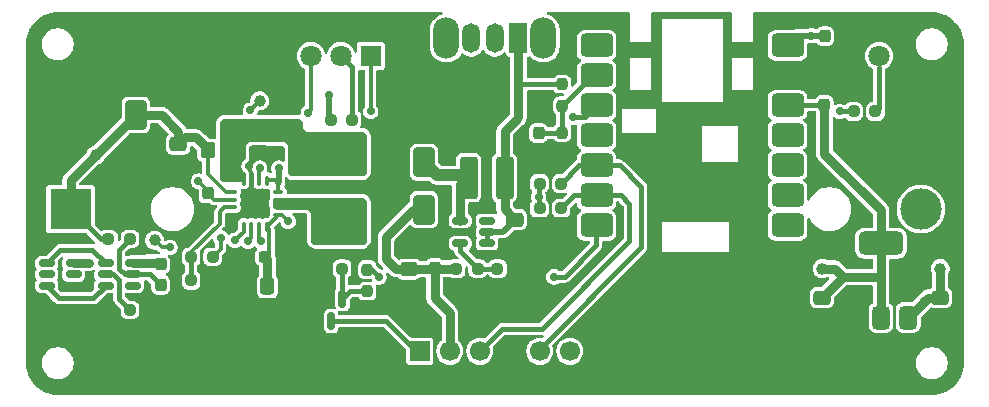
<source format=gbr>
%TF.GenerationSoftware,KiCad,Pcbnew,9.0.6*%
%TF.CreationDate,2026-02-05T22:19:04+05:30*%
%TF.ProjectId,Vitalung_V0.1,56697461-6c75-46e6-975f-56302e312e6b,0.1*%
%TF.SameCoordinates,PX7057c40PY68e7780*%
%TF.FileFunction,Copper,L1,Top*%
%TF.FilePolarity,Positive*%
%FSLAX46Y46*%
G04 Gerber Fmt 4.6, Leading zero omitted, Abs format (unit mm)*
G04 Created by KiCad (PCBNEW 9.0.6) date 2026-02-05 22:19:04*
%MOMM*%
%LPD*%
G01*
G04 APERTURE LIST*
G04 Aperture macros list*
%AMRoundRect*
0 Rectangle with rounded corners*
0 $1 Rounding radius*
0 $2 $3 $4 $5 $6 $7 $8 $9 X,Y pos of 4 corners*
0 Add a 4 corners polygon primitive as box body*
4,1,4,$2,$3,$4,$5,$6,$7,$8,$9,$2,$3,0*
0 Add four circle primitives for the rounded corners*
1,1,$1+$1,$2,$3*
1,1,$1+$1,$4,$5*
1,1,$1+$1,$6,$7*
1,1,$1+$1,$8,$9*
0 Add four rect primitives between the rounded corners*
20,1,$1+$1,$2,$3,$4,$5,0*
20,1,$1+$1,$4,$5,$6,$7,0*
20,1,$1+$1,$6,$7,$8,$9,0*
20,1,$1+$1,$8,$9,$2,$3,0*%
G04 Aperture macros list end*
%TA.AperFunction,SMDPad,CuDef*%
%ADD10RoundRect,0.250000X-0.475000X0.337500X-0.475000X-0.337500X0.475000X-0.337500X0.475000X0.337500X0*%
%TD*%
%TA.AperFunction,SMDPad,CuDef*%
%ADD11RoundRect,0.237500X0.250000X0.237500X-0.250000X0.237500X-0.250000X-0.237500X0.250000X-0.237500X0*%
%TD*%
%TA.AperFunction,SMDPad,CuDef*%
%ADD12RoundRect,0.237500X-0.250000X-0.237500X0.250000X-0.237500X0.250000X0.237500X-0.250000X0.237500X0*%
%TD*%
%TA.AperFunction,SMDPad,CuDef*%
%ADD13C,1.000000*%
%TD*%
%TA.AperFunction,SMDPad,CuDef*%
%ADD14RoundRect,0.250000X0.650000X-1.000000X0.650000X1.000000X-0.650000X1.000000X-0.650000X-1.000000X0*%
%TD*%
%TA.AperFunction,SMDPad,CuDef*%
%ADD15RoundRect,0.250000X-0.350000X-0.450000X0.350000X-0.450000X0.350000X0.450000X-0.350000X0.450000X0*%
%TD*%
%TA.AperFunction,SMDPad,CuDef*%
%ADD16RoundRect,0.250000X0.337500X0.475000X-0.337500X0.475000X-0.337500X-0.475000X0.337500X-0.475000X0*%
%TD*%
%TA.AperFunction,SMDPad,CuDef*%
%ADD17RoundRect,0.250000X0.475000X-0.337500X0.475000X0.337500X-0.475000X0.337500X-0.475000X-0.337500X0*%
%TD*%
%TA.AperFunction,SMDPad,CuDef*%
%ADD18RoundRect,0.150000X-0.512500X-0.150000X0.512500X-0.150000X0.512500X0.150000X-0.512500X0.150000X0*%
%TD*%
%TA.AperFunction,SMDPad,CuDef*%
%ADD19RoundRect,0.237500X-0.237500X0.300000X-0.237500X-0.300000X0.237500X-0.300000X0.237500X0.300000X0*%
%TD*%
%TA.AperFunction,ComponentPad*%
%ADD20O,2.200000X3.500000*%
%TD*%
%TA.AperFunction,ComponentPad*%
%ADD21R,1.500000X2.500000*%
%TD*%
%TA.AperFunction,ComponentPad*%
%ADD22O,1.500000X2.500000*%
%TD*%
%TA.AperFunction,SMDPad,CuDef*%
%ADD23RoundRect,0.250001X0.499999X1.549999X-0.499999X1.549999X-0.499999X-1.549999X0.499999X-1.549999X0*%
%TD*%
%TA.AperFunction,SMDPad,CuDef*%
%ADD24RoundRect,0.237500X0.237500X-0.250000X0.237500X0.250000X-0.237500X0.250000X-0.237500X-0.250000X0*%
%TD*%
%TA.AperFunction,ComponentPad*%
%ADD25R,1.700000X1.700000*%
%TD*%
%TA.AperFunction,ComponentPad*%
%ADD26C,1.700000*%
%TD*%
%TA.AperFunction,SMDPad,CuDef*%
%ADD27RoundRect,0.150000X-0.150000X0.587500X-0.150000X-0.587500X0.150000X-0.587500X0.150000X0.587500X0*%
%TD*%
%TA.AperFunction,SMDPad,CuDef*%
%ADD28RoundRect,0.235000X1.465000X-0.940000X1.465000X0.940000X-1.465000X0.940000X-1.465000X-0.940000X0*%
%TD*%
%TA.AperFunction,SMDPad,CuDef*%
%ADD29RoundRect,0.237500X0.237500X-0.300000X0.237500X0.300000X-0.237500X0.300000X-0.237500X-0.300000X0*%
%TD*%
%TA.AperFunction,SMDPad,CuDef*%
%ADD30RoundRect,0.250000X-0.650000X1.000000X-0.650000X-1.000000X0.650000X-1.000000X0.650000X1.000000X0*%
%TD*%
%TA.AperFunction,ComponentPad*%
%ADD31R,1.800000X1.800000*%
%TD*%
%TA.AperFunction,ComponentPad*%
%ADD32C,1.800000*%
%TD*%
%TA.AperFunction,SMDPad,CuDef*%
%ADD33RoundRect,0.237500X0.300000X0.237500X-0.300000X0.237500X-0.300000X-0.237500X0.300000X-0.237500X0*%
%TD*%
%TA.AperFunction,SMDPad,CuDef*%
%ADD34RoundRect,0.150000X0.512500X0.150000X-0.512500X0.150000X-0.512500X-0.150000X0.512500X-0.150000X0*%
%TD*%
%TA.AperFunction,SMDPad,CuDef*%
%ADD35RoundRect,0.400000X-0.975000X-0.600000X0.975000X-0.600000X0.975000X0.600000X-0.975000X0.600000X0*%
%TD*%
%TA.AperFunction,SMDPad,CuDef*%
%ADD36RoundRect,0.075000X0.350000X0.075000X-0.350000X0.075000X-0.350000X-0.075000X0.350000X-0.075000X0*%
%TD*%
%TA.AperFunction,SMDPad,CuDef*%
%ADD37RoundRect,0.075000X0.075000X0.350000X-0.075000X0.350000X-0.075000X-0.350000X0.075000X-0.350000X0*%
%TD*%
%TA.AperFunction,HeatsinkPad*%
%ADD38R,2.100000X2.100000*%
%TD*%
%TA.AperFunction,SMDPad,CuDef*%
%ADD39RoundRect,0.375000X0.375000X-0.625000X0.375000X0.625000X-0.375000X0.625000X-0.375000X-0.625000X0*%
%TD*%
%TA.AperFunction,SMDPad,CuDef*%
%ADD40RoundRect,0.500000X1.400000X-0.500000X1.400000X0.500000X-1.400000X0.500000X-1.400000X-0.500000X0*%
%TD*%
%TA.AperFunction,ComponentPad*%
%ADD41R,3.500000X3.500000*%
%TD*%
%TA.AperFunction,ComponentPad*%
%ADD42C,3.500000*%
%TD*%
%TA.AperFunction,ViaPad*%
%ADD43C,0.700000*%
%TD*%
%TA.AperFunction,Conductor*%
%ADD44C,0.800000*%
%TD*%
%TA.AperFunction,Conductor*%
%ADD45C,0.400000*%
%TD*%
%TA.AperFunction,Conductor*%
%ADD46C,0.300000*%
%TD*%
%TA.AperFunction,Conductor*%
%ADD47C,0.500000*%
%TD*%
%TA.AperFunction,Conductor*%
%ADD48C,1.000000*%
%TD*%
G04 APERTURE END LIST*
D10*
%TO.P,C17,1*%
%TO.N,Net-(SW1-A)*%
X41700000Y15137500D03*
%TO.P,C17,2*%
%TO.N,GND*%
X41700000Y13062500D03*
%TD*%
D11*
%TO.P,R18,1*%
%TO.N,Net-(U10-FB)*%
X38550000Y11000000D03*
%TO.P,R18,2*%
%TO.N,+5V*%
X36725000Y11000000D03*
%TD*%
D12*
%TO.P,R1,1*%
%TO.N,+BATT*%
X7287500Y13500000D03*
%TO.P,R1,2*%
%TO.N,Net-(U2-VCC)*%
X9112500Y13500000D03*
%TD*%
D13*
%TO.P,TP5,1,1*%
%TO.N,+3V3*%
X67700000Y11000000D03*
%TD*%
D12*
%TO.P,R11,1*%
%TO.N,GND*%
X25237500Y11000000D03*
%TO.P,R11,2*%
%TO.N,Net-(Q2-G)*%
X27062500Y11000000D03*
%TD*%
D14*
%TO.P,D4,1,K*%
%TO.N,+5V*%
X34000000Y16000000D03*
%TO.P,D4,2,A*%
%TO.N,Net-(D4-A)*%
X34000000Y20000000D03*
%TD*%
D10*
%TO.P,C11,1*%
%TO.N,+5V*%
X77700000Y8537500D03*
%TO.P,C11,2*%
%TO.N,GND*%
X77700000Y6462500D03*
%TD*%
D15*
%TO.P,R9,1*%
%TO.N,+BATT*%
X15700000Y21000000D03*
%TO.P,R9,2*%
%TO.N,Net-(U3-VS)*%
X17700000Y21000000D03*
%TD*%
D16*
%TO.P,C3,1*%
%TO.N,VBUS*%
X20737500Y9500000D03*
%TO.P,C3,2*%
%TO.N,GND*%
X18662500Y9500000D03*
%TD*%
D17*
%TO.P,C18,1*%
%TO.N,+5V*%
X32700000Y10962500D03*
%TO.P,C18,2*%
%TO.N,GND*%
X32700000Y13037500D03*
%TD*%
D12*
%TO.P,R2,1*%
%TO.N,GND*%
X7287500Y7500000D03*
%TO.P,R2,2*%
%TO.N,Net-(U2-CS)*%
X9112500Y7500000D03*
%TD*%
D18*
%TO.P,U2,1,OD*%
%TO.N,Net-(Q1-G2)*%
X7062500Y11450000D03*
%TO.P,U2,2,CS*%
%TO.N,Net-(U2-CS)*%
X7062500Y10500000D03*
%TO.P,U2,3,OC*%
%TO.N,Net-(Q1-G1)*%
X7062500Y9550000D03*
%TO.P,U2,4,TD*%
%TO.N,unconnected-(U2-TD-Pad4)*%
X9337500Y9550000D03*
%TO.P,U2,5,VCC*%
%TO.N,Net-(U2-VCC)*%
X9337500Y10500000D03*
%TO.P,U2,6,GND*%
%TO.N,Net-(BT1--)*%
X9337500Y11450000D03*
%TD*%
D19*
%TO.P,C5,1*%
%TO.N,VREG*%
X15700000Y17362500D03*
%TO.P,C5,2*%
%TO.N,GND*%
X15700000Y15637500D03*
%TD*%
D20*
%TO.P,SW1,*%
%TO.N,*%
X44100000Y30500000D03*
X35900000Y30500000D03*
D21*
%TO.P,SW1,1,A*%
%TO.N,Net-(SW1-A)*%
X42000000Y30500000D03*
D22*
%TO.P,SW1,2,B*%
%TO.N,+BATT*%
X40000000Y30500000D03*
%TO.P,SW1,3,C*%
%TO.N,unconnected-(SW1-C-Pad3)*%
X38000000Y30500000D03*
%TD*%
D23*
%TO.P,L1,1*%
%TO.N,Net-(SW1-A)*%
X40825000Y18700000D03*
%TO.P,L1,2*%
%TO.N,Net-(D4-A)*%
X37775000Y18700000D03*
%TD*%
D24*
%TO.P,R6,1*%
%TO.N,BTSENS*%
X45700000Y24787500D03*
%TO.P,R6,2*%
%TO.N,Net-(SW1-A)*%
X45700000Y26612500D03*
%TD*%
D25*
%TO.P,J1,1,Pin_1*%
%TO.N,Net-(J1-Pin_1)*%
X33650000Y4000000D03*
D26*
%TO.P,J1,2,Pin_2*%
%TO.N,+5V*%
X36190000Y4000000D03*
%TO.P,J1,3,Pin_3*%
%TO.N,SCL*%
X38730000Y4000000D03*
%TO.P,J1,4,Pin_4*%
%TO.N,GND*%
X41270000Y4000000D03*
%TO.P,J1,5,Pin_5*%
%TO.N,SDA*%
X43810000Y4000000D03*
%TO.P,J1,6,Pin_6*%
%TO.N,+5V*%
X46350000Y4000000D03*
%TD*%
D27*
%TO.P,Q2,1,G*%
%TO.N,Net-(Q2-G)*%
X27100000Y8437500D03*
%TO.P,Q2,2,S*%
%TO.N,GND*%
X25200000Y8437500D03*
%TO.P,Q2,3,D*%
%TO.N,Net-(J1-Pin_1)*%
X26150000Y6562500D03*
%TD*%
D28*
%TO.P,L2,1*%
%TO.N,Net-(U3-LX_1)*%
X27300000Y14275000D03*
%TO.P,L2,2*%
%TO.N,Net-(U3-VS)*%
X27300000Y20325000D03*
%TD*%
D10*
%TO.P,C12,1*%
%TO.N,+3V3*%
X67700000Y8537500D03*
%TO.P,C12,2*%
%TO.N,GND*%
X67700000Y6462500D03*
%TD*%
D24*
%TO.P,R7,1*%
%TO.N,GND*%
X45700000Y20687500D03*
%TO.P,R7,2*%
%TO.N,BTSENS*%
X45700000Y22512500D03*
%TD*%
D18*
%TO.P,U10,1,SW*%
%TO.N,Net-(D4-A)*%
X37062500Y15050000D03*
%TO.P,U10,2,GND*%
%TO.N,GND*%
X37062500Y14100000D03*
%TO.P,U10,3,FB*%
%TO.N,Net-(U10-FB)*%
X37062500Y13150000D03*
%TO.P,U10,4,EN*%
%TO.N,Net-(SW1-A)*%
X39337500Y13150000D03*
%TO.P,U10,5,IN*%
X39337500Y14100000D03*
%TO.P,U10,6,NC*%
%TO.N,unconnected-(U10-NC-Pad6)*%
X39337500Y15050000D03*
%TD*%
D11*
%TO.P,R4,1*%
%TO.N,SCL*%
X45612500Y16100000D03*
%TO.P,R4,2*%
%TO.N,+3V3*%
X43787500Y16100000D03*
%TD*%
%TO.P,R5,1*%
%TO.N,Net-(D1-A)*%
X27912500Y23600000D03*
%TO.P,R5,2*%
%TO.N,VBUS*%
X26087500Y23600000D03*
%TD*%
D13*
%TO.P,TP2,1,1*%
%TO.N,Net-(U3-PWR_ON-)*%
X20100000Y25200000D03*
%TD*%
D29*
%TO.P,C14,1*%
%TO.N,+3V3*%
X67900000Y24837500D03*
%TO.P,C14,2*%
%TO.N,GND*%
X67900000Y26562500D03*
%TD*%
D12*
%TO.P,R8,1*%
%TO.N,Net-(U3-TS)*%
X14287500Y12000000D03*
%TO.P,R8,2*%
%TO.N,VREG*%
X16112500Y12000000D03*
%TD*%
D10*
%TO.P,C9,1*%
%TO.N,+BATT*%
X13200000Y21537500D03*
%TO.P,C9,2*%
%TO.N,GND*%
X13200000Y19462500D03*
%TD*%
D30*
%TO.P,D3,1,A1*%
%TO.N,+BATT*%
X9600000Y24000000D03*
%TO.P,D3,2,A2*%
%TO.N,GND*%
X9600000Y20000000D03*
%TD*%
D29*
%TO.P,C10,1*%
%TO.N,+5V*%
X34900000Y11037500D03*
%TO.P,C10,2*%
%TO.N,GND*%
X34900000Y12762500D03*
%TD*%
D31*
%TO.P,D2,1,K*%
%TO.N,GND*%
X70000000Y29000000D03*
D32*
%TO.P,D2,2,A*%
%TO.N,Net-(D2-A)*%
X72540000Y29000000D03*
%TD*%
D11*
%TO.P,R12,1*%
%TO.N,GND*%
X16112500Y10000000D03*
%TO.P,R12,2*%
%TO.N,Net-(U3-TS)*%
X14287500Y10000000D03*
%TD*%
D13*
%TO.P,TP1,1,1*%
%TO.N,Net-(U3-CS)*%
X11200000Y13400000D03*
%TD*%
%TO.P,TP4,1,1*%
%TO.N,+5V*%
X77700000Y11000000D03*
%TD*%
D31*
%TO.P,D1,1,K1*%
%TO.N,/Red*%
X29500000Y29000000D03*
D32*
%TO.P,D1,2,A*%
%TO.N,Net-(D1-A)*%
X26960000Y29000000D03*
%TO.P,D1,3,K2*%
%TO.N,/Green*%
X24420000Y29000000D03*
%TD*%
D33*
%TO.P,C4,1*%
%TO.N,VBUS*%
X20562500Y12000000D03*
%TO.P,C4,2*%
%TO.N,GND*%
X18837500Y12000000D03*
%TD*%
D10*
%TO.P,C6,1*%
%TO.N,Net-(U3-VS)*%
X20000000Y22937500D03*
%TO.P,C6,2*%
%TO.N,GND*%
X20000000Y20862500D03*
%TD*%
D34*
%TO.P,Q1,1,D1*%
%TO.N,GND*%
X4337500Y9550000D03*
%TO.P,Q1,2,S1/D2*%
%TO.N,unconnected-(Q1-S1{slash}D2-Pad2)*%
X4337500Y10500000D03*
%TO.P,Q1,3,S2*%
%TO.N,Net-(BT1--)*%
X4337500Y11450000D03*
%TO.P,Q1,4,G2*%
%TO.N,Net-(Q1-G2)*%
X2062500Y11450000D03*
%TO.P,Q1,5,S1/D2*%
%TO.N,unconnected-(Q1-S1{slash}D2-Pad2)_1*%
X2062500Y10500000D03*
%TO.P,Q1,6,G1*%
%TO.N,Net-(Q1-G1)*%
X2062500Y9550000D03*
%TD*%
D13*
%TO.P,TP3,1,1*%
%TO.N,+BATT*%
X6200000Y20600000D03*
%TD*%
D11*
%TO.P,R3,1*%
%TO.N,SDA*%
X45612500Y18200000D03*
%TO.P,R3,2*%
%TO.N,+3V3*%
X43787500Y18200000D03*
%TD*%
D35*
%TO.P,U1,1,PA02_A0_D0*%
%TO.N,unconnected-(U1-PA02_A0_D0-Pad1)*%
X48617500Y29900750D03*
%TO.P,U1,2,PA4_A1_D1*%
%TO.N,BTSENS*%
X48617500Y27360750D03*
%TO.P,U1,3,PA10_A2_D2*%
%TO.N,Net-(U1-PA10_A2_D2)*%
X48617500Y24820750D03*
%TO.P,U1,4,PA11_A3_D3*%
%TO.N,unconnected-(U1-PA11_A3_D3-Pad4)*%
X48617500Y22280750D03*
%TO.P,U1,5,PA8_A4_D4_SDA*%
%TO.N,SDA*%
X48617500Y19740750D03*
%TO.P,U1,6,PA9_A5_D5_SCL*%
%TO.N,SCL*%
X48617500Y17200750D03*
%TO.P,U1,7,PB08_A6_D6_TX*%
%TO.N,Heater_En*%
X48617500Y14660750D03*
%TO.P,U1,8,PB09_A7_D7_RX*%
%TO.N,unconnected-(U1-PB09_A7_D7_RX-Pad8)*%
X64782500Y14660750D03*
%TO.P,U1,9,PA7_A8_D8_SCK*%
%TO.N,unconnected-(U1-PA7_A8_D8_SCK-Pad9)*%
X64782500Y17200750D03*
%TO.P,U1,10,PA5_A9_D9_MISO*%
%TO.N,unconnected-(U1-PA5_A9_D9_MISO-Pad10)*%
X64782500Y19740750D03*
%TO.P,U1,11,PA6_A10_D10_MOSI*%
%TO.N,unconnected-(U1-PA6_A10_D10_MOSI-Pad11)*%
X64782500Y22280750D03*
%TO.P,U1,12,3V3*%
%TO.N,+3V3*%
X64782500Y24820750D03*
%TO.P,U1,13,GND*%
%TO.N,GND*%
X64782500Y27360750D03*
%TO.P,U1,14,5V*%
%TO.N,VBUS*%
X64782500Y29900750D03*
%TD*%
D11*
%TO.P,R19,1*%
%TO.N,GND*%
X42050000Y11000000D03*
%TO.P,R19,2*%
%TO.N,Net-(U10-FB)*%
X40225000Y11000000D03*
%TD*%
D36*
%TO.P,U3,1,VIN_1*%
%TO.N,VBUS*%
X21650000Y15525000D03*
%TO.P,U3,2,LX_1*%
%TO.N,Net-(U3-LX_1)*%
X21650000Y16175000D03*
%TO.P,U3,3,LX_2*%
X21650000Y16825000D03*
%TO.P,U3,4,VIN_2*%
%TO.N,VBUS*%
X21650000Y17475000D03*
D37*
%TO.P,U3,5,VIN_3*%
X20675000Y18450000D03*
%TO.P,U3,6,PWR_ON-*%
%TO.N,Net-(U3-PWR_ON-)*%
X20025000Y18450000D03*
%TO.P,U3,7,GND*%
%TO.N,GND*%
X19375000Y18450000D03*
%TO.P,U3,8,VS*%
%TO.N,Net-(U3-VS)*%
X18725000Y18450000D03*
D36*
%TO.P,U3,9,BAT*%
%TO.N,+BATT*%
X17750000Y17475000D03*
%TO.P,U3,10,VREG*%
%TO.N,VREG*%
X17750000Y16825000D03*
%TO.P,U3,11,TS*%
%TO.N,Net-(U3-TS)*%
X17750000Y16175000D03*
%TO.P,U3,12,RTRICK*%
%TO.N,GND*%
X17750000Y15525000D03*
D37*
%TO.P,U3,13,CS*%
%TO.N,Net-(U3-CS)*%
X18725000Y14550000D03*
%TO.P,U3,14,~{STDBY}*%
%TO.N,/Green*%
X19375000Y14550000D03*
%TO.P,U3,15,~{CHRG}*%
%TO.N,/Red*%
X20025000Y14550000D03*
%TO.P,U3,16,VIN_4*%
%TO.N,VBUS*%
X20675000Y14550000D03*
D38*
%TO.P,U3,17,EP*%
%TO.N,GND*%
X19700000Y16500000D03*
%TD*%
D24*
%TO.P,R10,1*%
%TO.N,Net-(Q2-G)*%
X29200000Y9087500D03*
%TO.P,R10,2*%
%TO.N,Heater_En*%
X29200000Y10912500D03*
%TD*%
D19*
%TO.P,C15,1*%
%TO.N,VBUS*%
X67950000Y30662500D03*
%TO.P,C15,2*%
%TO.N,GND*%
X67950000Y28937500D03*
%TD*%
D12*
%TO.P,R13,1*%
%TO.N,Net-(U1-PA10_A2_D2)*%
X70387500Y24300000D03*
%TO.P,R13,2*%
%TO.N,Net-(D2-A)*%
X72212500Y24300000D03*
%TD*%
D29*
%TO.P,C1,1*%
%TO.N,Net-(U2-VCC)*%
X11700000Y9637500D03*
%TO.P,C1,2*%
%TO.N,Net-(BT1--)*%
X11700000Y11362500D03*
%TD*%
D19*
%TO.P,C13,1*%
%TO.N,BTSENS*%
X43700000Y22462500D03*
%TO.P,C13,2*%
%TO.N,GND*%
X43700000Y20737500D03*
%TD*%
D39*
%TO.P,U4,1,GND*%
%TO.N,GND*%
X70400000Y6850000D03*
%TO.P,U4,2,VO*%
%TO.N,+3V3*%
X72700000Y6850000D03*
D40*
X72700000Y13150000D03*
D39*
%TO.P,U4,3,VI*%
%TO.N,+5V*%
X75000000Y6850000D03*
%TD*%
D41*
%TO.P,BT1,1,+*%
%TO.N,+BATT*%
X4075000Y16040000D03*
D42*
%TO.P,BT1,2,-*%
%TO.N,Net-(BT1--)*%
X76075000Y16040000D03*
%TD*%
D43*
%TO.N,+BATT*%
X14700000Y22100000D03*
%TO.N,Net-(BT1--)*%
X10600000Y11500000D03*
X5600000Y11500000D03*
%TO.N,GND*%
X19700000Y16500000D03*
X17300000Y9100000D03*
X66200000Y5800000D03*
X43200000Y13700000D03*
X17300000Y10100000D03*
X8100000Y19200000D03*
X43900000Y19500000D03*
X17700000Y14700000D03*
X6100000Y6700000D03*
X43200000Y12800000D03*
X11200000Y19300000D03*
X66900000Y27700000D03*
X24200000Y8400000D03*
X79200000Y7200000D03*
X6100000Y7500000D03*
X69000000Y6700000D03*
X11200000Y20200000D03*
X42900000Y19500000D03*
X7300000Y6400000D03*
X8100000Y20200000D03*
X67900000Y27700000D03*
X79200000Y6200000D03*
X19200000Y19700000D03*
X66200000Y6700000D03*
X5500000Y9500000D03*
X5600000Y10200000D03*
X35700000Y14100000D03*
X14700000Y14700000D03*
X33400000Y14000000D03*
X69000000Y5800000D03*
X34500000Y13900000D03*
X25300000Y9800000D03*
%TO.N,VBUS*%
X66800000Y30711750D03*
X26000000Y25699000D03*
X22500000Y15000000D03*
X21700000Y19500000D03*
%TO.N,VREG*%
X14900000Y18400000D03*
X16800000Y13600000D03*
%TO.N,+5V*%
X76375000Y8225000D03*
%TO.N,+3V3*%
X43700000Y17100000D03*
X69719046Y18919046D03*
%TO.N,Heater_En*%
X45000000Y10300000D03*
X30200000Y10300000D03*
%TO.N,Net-(U3-CS)*%
X18000000Y13400000D03*
X12500000Y12800000D03*
%TO.N,Net-(U3-PWR_ON-)*%
X19300000Y24400000D03*
X20100000Y19500000D03*
%TO.N,/Green*%
X24200000Y24200000D03*
X19100000Y13300000D03*
%TO.N,/Red*%
X20200000Y13300000D03*
X29500000Y24300000D03*
%TO.N,Net-(U1-PA10_A2_D2)*%
X46600000Y23800000D03*
X69200000Y24300000D03*
%TD*%
D44*
%TO.N,+BATT*%
X13200000Y22600000D02*
X11800000Y24000000D01*
D45*
X7287500Y13500000D02*
X6615000Y13500000D01*
D44*
X9600000Y24000000D02*
X4075000Y18475000D01*
X14700000Y22100000D02*
X13762500Y22100000D01*
X14700000Y22100000D02*
X15700000Y21100000D01*
X11800000Y24000000D02*
X9600000Y24000000D01*
D46*
X17750000Y17475000D02*
X17225000Y17475000D01*
D44*
X4075000Y18475000D02*
X4075000Y16040000D01*
D46*
X17225000Y17475000D02*
X15700000Y19000000D01*
D44*
X13762500Y22100000D02*
X13200000Y21537500D01*
D45*
X6615000Y13500000D02*
X4075000Y16040000D01*
D44*
X13200000Y21537500D02*
X13200000Y22600000D01*
D46*
X15700000Y19000000D02*
X15700000Y21000000D01*
D44*
X15700000Y21100000D02*
X15700000Y21000000D01*
%TO.N,Net-(BT1--)*%
X11562500Y11500000D02*
X11700000Y11362500D01*
X5600000Y11500000D02*
X4387500Y11500000D01*
X10600000Y11500000D02*
X11562500Y11500000D01*
X4387500Y11500000D02*
X4337500Y11450000D01*
X10550000Y11450000D02*
X10600000Y11500000D01*
X9337500Y11450000D02*
X10550000Y11450000D01*
D45*
%TO.N,Net-(U2-VCC)*%
X8200000Y12587500D02*
X9112500Y13500000D01*
X8700000Y10500000D02*
X8200000Y11000000D01*
X8200000Y11000000D02*
X8200000Y12587500D01*
X9337500Y10500000D02*
X10837500Y10500000D01*
X10837500Y10500000D02*
X11700000Y9637500D01*
X9337500Y10500000D02*
X8700000Y10500000D01*
D44*
%TO.N,VBUS*%
X20737500Y11825000D02*
X20562500Y12000000D01*
D46*
X20675000Y14550000D02*
X21650000Y15525000D01*
D44*
X20737500Y9500000D02*
X20737500Y11825000D01*
D46*
X20900000Y14325000D02*
X20900000Y12337500D01*
X21400000Y18500000D02*
X20725000Y18500000D01*
X21650000Y15525000D02*
X21975000Y15525000D01*
D47*
X65561750Y30711750D02*
X64782500Y29932500D01*
X21700000Y18300000D02*
X21700000Y19500000D01*
X67900750Y30711750D02*
X65561750Y30711750D01*
X67950000Y30662500D02*
X67900750Y30711750D01*
D46*
X21650000Y18250000D02*
X21400000Y18500000D01*
D47*
X21650000Y18250000D02*
X21700000Y18300000D01*
X26000000Y25699000D02*
X26000000Y23687500D01*
D46*
X20675000Y14550000D02*
X20900000Y14325000D01*
X20900000Y12337500D02*
X20562500Y12000000D01*
X20725000Y18500000D02*
X20675000Y18450000D01*
X21650000Y17475000D02*
X21650000Y18250000D01*
D47*
X64782500Y29932500D02*
X64782500Y29900750D01*
D46*
X21975000Y15525000D02*
X22500000Y15000000D01*
D47*
X26000000Y23687500D02*
X26087500Y23600000D01*
D46*
%TO.N,VREG*%
X16800000Y12687500D02*
X16112500Y12000000D01*
X15700000Y17362500D02*
X15700000Y17600000D01*
X16800000Y13600000D02*
X16800000Y12687500D01*
X17750000Y16825000D02*
X16237500Y16825000D01*
X16237500Y16825000D02*
X15700000Y17362500D01*
X15700000Y17600000D02*
X14900000Y18400000D01*
D44*
%TO.N,+5V*%
X32700000Y10962500D02*
X34825000Y10962500D01*
X34825000Y10962500D02*
X34900000Y11037500D01*
X34900000Y11037500D02*
X34900000Y8500000D01*
X30800000Y13700000D02*
X33100000Y16000000D01*
X76687500Y8537500D02*
X75000000Y6850000D01*
X31637500Y10962500D02*
X30800000Y11800000D01*
X77700000Y8537500D02*
X76687500Y8537500D01*
X36725000Y11000000D02*
X34937500Y11000000D01*
X36190000Y7210000D02*
X36190000Y4000000D01*
X34900000Y8500000D02*
X36190000Y7210000D01*
X77700000Y8537500D02*
X77700000Y11000000D01*
X34937500Y11000000D02*
X34900000Y11037500D01*
X33100000Y16000000D02*
X34000000Y16000000D01*
X30800000Y11800000D02*
X30800000Y13700000D01*
X32700000Y10962500D02*
X31637500Y10962500D01*
D45*
%TO.N,+3V3*%
X67900000Y24837500D02*
X64799250Y24837500D01*
X43700000Y17100000D02*
X43700000Y16187500D01*
D44*
X69462500Y10300000D02*
X68762500Y11000000D01*
D45*
X43700000Y18112500D02*
X43787500Y18200000D01*
D44*
X72700000Y13150000D02*
X72700000Y15938093D01*
D45*
X43700000Y16187500D02*
X43787500Y16100000D01*
D44*
X68762500Y11000000D02*
X67700000Y11000000D01*
X72700000Y13150000D02*
X72700000Y10300000D01*
X72700000Y15938093D02*
X67900000Y20738093D01*
X67900000Y20738093D02*
X67900000Y24837500D01*
X67700000Y8537500D02*
X69462500Y10300000D01*
D45*
X64799250Y24837500D02*
X64782500Y24820750D01*
D44*
X69462500Y10300000D02*
X72700000Y10300000D01*
D45*
X43700000Y17100000D02*
X43700000Y18112500D01*
D44*
X72700000Y10300000D02*
X72700000Y6850000D01*
D45*
%TO.N,BTSENS*%
X45700000Y24787500D02*
X48273250Y27360750D01*
X45700000Y22512500D02*
X45650000Y22462500D01*
X45650000Y22462500D02*
X43700000Y22462500D01*
X45700000Y22512500D02*
X45700000Y24787500D01*
X48273250Y27360750D02*
X48617500Y27360750D01*
%TO.N,Net-(D1-A)*%
X27912500Y23600000D02*
X27912500Y28047500D01*
X27912500Y28047500D02*
X26960000Y29000000D01*
D44*
%TO.N,Net-(D4-A)*%
X37062500Y15050000D02*
X37062500Y18187500D01*
X37575000Y18700000D02*
X37775000Y18700000D01*
D48*
X35100000Y18900000D02*
X34000000Y20000000D01*
X37575000Y18900000D02*
X35100000Y18900000D01*
X37775000Y18700000D02*
X37575000Y18900000D01*
D44*
X37062500Y18187500D02*
X37575000Y18700000D01*
D45*
%TO.N,Net-(J1-Pin_1)*%
X26150000Y6562500D02*
X30762500Y6562500D01*
X33325000Y4000000D02*
X33650000Y4000000D01*
X30762500Y6562500D02*
X33325000Y4000000D01*
%TO.N,SDA*%
X45612500Y18200000D02*
X47153250Y19740750D01*
X52400000Y12800000D02*
X52400000Y17900000D01*
X47153250Y19740750D02*
X48617500Y19740750D01*
X43810000Y4000000D02*
X43810000Y4210000D01*
X52400000Y17900000D02*
X50559250Y19740750D01*
X50559250Y19740750D02*
X48617500Y19740750D01*
X43810000Y4210000D02*
X52400000Y12800000D01*
%TO.N,SCL*%
X38730000Y4000000D02*
X40630000Y5900000D01*
X51400000Y16500000D02*
X50699250Y17200750D01*
X51400000Y13300000D02*
X51400000Y16500000D01*
X46713250Y17200750D02*
X48617500Y17200750D01*
X44000000Y5900000D02*
X51400000Y13300000D01*
X45612500Y16100000D02*
X46713250Y17200750D01*
X40630000Y5900000D02*
X44000000Y5900000D01*
X50699250Y17200750D02*
X48617500Y17200750D01*
%TO.N,Net-(Q1-G1)*%
X3112500Y8500000D02*
X6012500Y8500000D01*
X6012500Y8500000D02*
X7062500Y9550000D01*
X2062500Y9550000D02*
X3112500Y8500000D01*
%TO.N,Net-(Q1-G2)*%
X2062500Y11450000D02*
X3212500Y12600000D01*
X5912500Y12600000D02*
X7062500Y11450000D01*
X3212500Y12600000D02*
X5912500Y12600000D01*
%TO.N,Net-(Q2-G)*%
X29200000Y9087500D02*
X27750000Y9087500D01*
X27062500Y11000000D02*
X27062500Y8475000D01*
X27062500Y8475000D02*
X27100000Y8437500D01*
X27750000Y9087500D02*
X27100000Y8437500D01*
%TO.N,Net-(U2-CS)*%
X7062500Y10500000D02*
X7706388Y10500000D01*
X7706388Y10500000D02*
X8200000Y10006388D01*
X8200000Y10006388D02*
X8200000Y8412500D01*
X8200000Y8412500D02*
X9112500Y7500000D01*
D46*
%TO.N,Net-(U3-TS)*%
X14287500Y12387500D02*
X14287500Y12000000D01*
X17075000Y16175000D02*
X16700000Y15800000D01*
X17750000Y16175000D02*
X17075000Y16175000D01*
X16700000Y15800000D02*
X16700000Y14800000D01*
D45*
X14287500Y10000000D02*
X14287500Y12000000D01*
D46*
X16700000Y14800000D02*
X14287500Y12387500D01*
D45*
%TO.N,Heater_En*%
X29200000Y10912500D02*
X29587500Y10912500D01*
X45900000Y10300000D02*
X48600000Y13000000D01*
X48600000Y13000000D02*
X48600000Y14643250D01*
X29587500Y10912500D02*
X30200000Y10300000D01*
X48600000Y14643250D02*
X48617500Y14660750D01*
X45000000Y10300000D02*
X45900000Y10300000D01*
%TO.N,Net-(U10-FB)*%
X37062500Y12487500D02*
X38550000Y11000000D01*
X38550000Y11000000D02*
X40225000Y11000000D01*
X37062500Y13150000D02*
X37062500Y12487500D01*
D46*
%TO.N,Net-(U3-CS)*%
X18725000Y14125000D02*
X18000000Y13400000D01*
X11800000Y12800000D02*
X11200000Y13400000D01*
X12500000Y12800000D02*
X11800000Y12800000D01*
X18725000Y14550000D02*
X18725000Y14125000D01*
%TO.N,Net-(U3-PWR_ON-)*%
X20100000Y19500000D02*
X20100000Y19350000D01*
X20100000Y19350000D02*
X20025000Y19275000D01*
X19300000Y24400000D02*
X20100000Y25200000D01*
X20025000Y19275000D02*
X20025000Y18450000D01*
%TO.N,/Green*%
X19375000Y13575000D02*
X19100000Y13300000D01*
X24200000Y24200000D02*
X24420000Y24420000D01*
X24420000Y24420000D02*
X24420000Y29000000D01*
X19375000Y14550000D02*
X19375000Y13575000D01*
%TO.N,/Red*%
X20030760Y13300000D02*
X20025000Y13305760D01*
X20025000Y13305760D02*
X20025000Y14550000D01*
X20200000Y13300000D02*
X20030760Y13300000D01*
X29500000Y24300000D02*
X29500000Y29000000D01*
D45*
%TO.N,Net-(D2-A)*%
X72500000Y24587500D02*
X72500000Y27960000D01*
X72500000Y27960000D02*
X72540000Y28000000D01*
X72212500Y24300000D02*
X72500000Y24587500D01*
D44*
%TO.N,Net-(SW1-A)*%
X42000000Y23800000D02*
X42000000Y26500000D01*
D47*
X40662500Y14100000D02*
X39337500Y14100000D01*
D44*
X41812500Y23612500D02*
X42000000Y23800000D01*
D45*
X42112500Y26612500D02*
X42000000Y26500000D01*
D44*
X40825000Y16012500D02*
X41700000Y15137500D01*
D45*
X45700000Y26612500D02*
X42112500Y26612500D01*
D44*
X40825000Y18700000D02*
X40825000Y22625000D01*
X42000000Y26500000D02*
X42000000Y30500000D01*
D47*
X41700000Y15137500D02*
X40662500Y14100000D01*
D45*
X39337500Y13150000D02*
X39337500Y14100000D01*
D44*
X40825000Y22625000D02*
X41812500Y23612500D01*
X40825000Y18700000D02*
X40825000Y16012500D01*
D45*
%TO.N,Net-(U1-PA10_A2_D2)*%
X47596750Y23800000D02*
X48617500Y24820750D01*
X46600000Y23800000D02*
X47596750Y23800000D01*
X69200000Y24300000D02*
X70387500Y24300000D01*
%TD*%
%TA.AperFunction,Conductor*%
%TO.N,Net-(U3-LX_1)*%
G36*
X28917183Y16981093D02*
G01*
X28928996Y16971004D01*
X29171004Y16728996D01*
X29198781Y16674479D01*
X29200000Y16658992D01*
X29200000Y13341008D01*
X29181093Y13282817D01*
X29171004Y13271004D01*
X28928996Y13028996D01*
X28874479Y13001219D01*
X28858992Y13000000D01*
X24741008Y13000000D01*
X24682817Y13018907D01*
X24671004Y13028996D01*
X24428996Y13271004D01*
X24401219Y13325521D01*
X24400000Y13341008D01*
X24400000Y15699999D01*
X24400000Y15700000D01*
X24100000Y16000000D01*
X24099999Y16000000D01*
X21541008Y16000000D01*
X21482817Y16018907D01*
X21471004Y16028996D01*
X21228996Y16271004D01*
X21201219Y16325521D01*
X21200000Y16341008D01*
X21200000Y16658992D01*
X21218907Y16717183D01*
X21228996Y16728996D01*
X21471004Y16971004D01*
X21525521Y16998781D01*
X21541008Y17000000D01*
X28858992Y17000000D01*
X28917183Y16981093D01*
G37*
%TD.AperFunction*%
%TD*%
%TA.AperFunction,Conductor*%
%TO.N,Net-(U3-VS)*%
G36*
X23517183Y23681093D02*
G01*
X23528996Y23671004D01*
X23771004Y23428996D01*
X23798781Y23374479D01*
X23800000Y23358992D01*
X23800000Y22900000D01*
X24100000Y22600000D01*
X28858992Y22600000D01*
X28917183Y22581093D01*
X28928996Y22571004D01*
X29171004Y22328996D01*
X29198781Y22274479D01*
X29200000Y22258992D01*
X29200000Y19141008D01*
X29181093Y19082817D01*
X29171004Y19071004D01*
X28928996Y18828996D01*
X28874479Y18801219D01*
X28858992Y18800000D01*
X22841008Y18800000D01*
X22782817Y18818907D01*
X22771004Y18828996D01*
X22528996Y19071004D01*
X22501219Y19125521D01*
X22500000Y19141008D01*
X22500000Y21399999D01*
X22500000Y21400000D01*
X22200000Y21700000D01*
X22199999Y21700000D01*
X20726499Y21700000D01*
X20690180Y21706903D01*
X20606565Y21739877D01*
X20518106Y21750500D01*
X20518102Y21750500D01*
X19481898Y21750500D01*
X19481893Y21750500D01*
X19393434Y21739877D01*
X19309820Y21706903D01*
X19273501Y21700000D01*
X19200001Y21700000D01*
X19200000Y21700000D01*
X18900000Y21400000D01*
X18900000Y21399999D01*
X18900000Y20334812D01*
X18881093Y20276621D01*
X18856002Y20252497D01*
X18785331Y20205276D01*
X18785327Y20205273D01*
X18694727Y20114673D01*
X18694724Y20114669D01*
X18623538Y20008134D01*
X18623534Y20008126D01*
X18574500Y19889748D01*
X18574499Y19889743D01*
X18549500Y19764070D01*
X18549500Y19635931D01*
X18574499Y19510258D01*
X18574500Y19510253D01*
X18623534Y19391875D01*
X18623538Y19391867D01*
X18644505Y19360489D01*
X18694724Y19285331D01*
X18785331Y19194724D01*
X18856002Y19147503D01*
X18893881Y19099455D01*
X18900000Y19065189D01*
X18900000Y18641008D01*
X18881093Y18582817D01*
X18871004Y18571004D01*
X18628996Y18328996D01*
X18574479Y18301219D01*
X18558992Y18300000D01*
X17078112Y18300000D01*
X17019921Y18318907D01*
X17008108Y18328996D01*
X16728996Y18608108D01*
X16701219Y18662625D01*
X16700000Y18678112D01*
X16700000Y23358992D01*
X16718907Y23417183D01*
X16728996Y23428996D01*
X16971004Y23671004D01*
X17025521Y23698781D01*
X17041008Y23700000D01*
X23458992Y23700000D01*
X23517183Y23681093D01*
G37*
%TD.AperFunction*%
%TD*%
%TA.AperFunction,Conductor*%
%TO.N,GND*%
G36*
X3417248Y12000193D02*
G01*
X3460513Y11956928D01*
X3470084Y11896496D01*
X3451959Y11853196D01*
X3422207Y11812884D01*
X3377355Y11684704D01*
X3377353Y11684695D01*
X3374500Y11654275D01*
X3374500Y11245726D01*
X3377353Y11215306D01*
X3377355Y11215297D01*
X3422206Y11087119D01*
X3461566Y11033788D01*
X3480907Y10975740D01*
X3462435Y10917409D01*
X3461566Y10916212D01*
X3422206Y10862882D01*
X3377355Y10734704D01*
X3377353Y10734695D01*
X3374500Y10704275D01*
X3374500Y10295726D01*
X3377353Y10265306D01*
X3377355Y10265297D01*
X3422207Y10137117D01*
X3502845Y10027856D01*
X3502847Y10027854D01*
X3502850Y10027850D01*
X3502853Y10027848D01*
X3502855Y10027846D01*
X3612116Y9947208D01*
X3612117Y9947208D01*
X3612118Y9947207D01*
X3740301Y9902354D01*
X3770725Y9899501D01*
X3770727Y9899500D01*
X3770734Y9899500D01*
X4904273Y9899500D01*
X4904273Y9899501D01*
X4934699Y9902354D01*
X5062882Y9947207D01*
X5172150Y10027850D01*
X5252793Y10137118D01*
X5297646Y10265301D01*
X5300499Y10295727D01*
X5300500Y10295727D01*
X5300500Y10700500D01*
X5319407Y10758691D01*
X5368907Y10794655D01*
X5399500Y10799500D01*
X5668992Y10799500D01*
X5668993Y10799500D01*
X5804328Y10826420D01*
X5931811Y10879225D01*
X5931816Y10879229D01*
X5931819Y10879230D01*
X5973566Y10907125D01*
X5974127Y10907501D01*
X6033014Y10924110D01*
X6090418Y10902934D01*
X6124412Y10852061D01*
X6122575Y10792490D01*
X6102354Y10734702D01*
X6102353Y10734695D01*
X6099500Y10704275D01*
X6099500Y10295726D01*
X6102353Y10265306D01*
X6102355Y10265297D01*
X6147206Y10137119D01*
X6186566Y10083788D01*
X6205907Y10025740D01*
X6187435Y9967409D01*
X6186566Y9966212D01*
X6147206Y9912882D01*
X6102355Y9784704D01*
X6102353Y9784695D01*
X6099500Y9754275D01*
X6099500Y9345731D01*
X6099521Y9345506D01*
X6099512Y9345467D01*
X6099608Y9343415D01*
X6099045Y9343389D01*
X6086122Y9285806D01*
X6070956Y9266272D01*
X5834183Y9029497D01*
X5779666Y9001719D01*
X5764179Y9000500D01*
X3360820Y9000500D01*
X3302629Y9019407D01*
X3290816Y9029497D01*
X3054043Y9266271D01*
X3026266Y9320787D01*
X3025549Y9343408D01*
X3025392Y9343415D01*
X3025485Y9345422D01*
X3025482Y9345540D01*
X3025500Y9345732D01*
X3025500Y9754273D01*
X3025499Y9754275D01*
X3022646Y9784699D01*
X2977793Y9912882D01*
X2952921Y9946582D01*
X2938434Y9966212D01*
X2919092Y10024259D01*
X2937563Y10082590D01*
X2938434Y10083788D01*
X2957968Y10110256D01*
X2977793Y10137118D01*
X3022646Y10265301D01*
X3025499Y10295727D01*
X3025500Y10295727D01*
X3025500Y10704273D01*
X3025499Y10704275D01*
X3024881Y10710862D01*
X3022646Y10734699D01*
X2977793Y10862882D01*
X2967768Y10876465D01*
X2938434Y10916212D01*
X2919092Y10974259D01*
X2937563Y11032590D01*
X2938434Y11033788D01*
X2964772Y11069475D01*
X2977793Y11087118D01*
X3022646Y11215301D01*
X3025499Y11245727D01*
X3025500Y11245727D01*
X3025500Y11654267D01*
X3025481Y11654469D01*
X3025489Y11654506D01*
X3025392Y11656585D01*
X3025961Y11656612D01*
X3038863Y11714173D01*
X3054040Y11733728D01*
X3302301Y11981988D01*
X3356816Y12009764D01*
X3417248Y12000193D01*
G37*
%TD.AperFunction*%
%TA.AperFunction,Conductor*%
G36*
X20505700Y21444294D02*
G01*
X20518427Y21442766D01*
X20542943Y21436570D01*
X20578104Y21422704D01*
X20578108Y21422703D01*
X20578112Y21422701D01*
X20605110Y21414888D01*
X20633136Y21406776D01*
X20669455Y21399873D01*
X20726499Y21394500D01*
X22032450Y21394500D01*
X22040047Y21392032D01*
X22047937Y21393281D01*
X22068592Y21382757D01*
X22090641Y21375593D01*
X22102454Y21365504D01*
X22165504Y21302454D01*
X22193281Y21247937D01*
X22194500Y21232450D01*
X22194500Y20137151D01*
X22175593Y20078960D01*
X22126093Y20042996D01*
X22064907Y20042996D01*
X22040498Y20054836D01*
X22008134Y20076462D01*
X22008125Y20076466D01*
X21889747Y20125500D01*
X21889745Y20125501D01*
X21889744Y20125501D01*
X21764069Y20150500D01*
X21635931Y20150500D01*
X21635930Y20150500D01*
X21589449Y20141254D01*
X21510256Y20125501D01*
X21510255Y20125501D01*
X21510252Y20125500D01*
X21391874Y20076466D01*
X21391866Y20076462D01*
X21285331Y20005276D01*
X21285327Y20005273D01*
X21194727Y19914673D01*
X21194724Y19914669D01*
X21123538Y19808134D01*
X21123534Y19808126D01*
X21074500Y19689748D01*
X21074499Y19689743D01*
X21049500Y19564070D01*
X21049500Y19435931D01*
X21074499Y19310258D01*
X21074501Y19310249D01*
X21104689Y19237369D01*
X21109490Y19176372D01*
X21077520Y19124204D01*
X21020992Y19100789D01*
X20969744Y19110543D01*
X20858626Y19164866D01*
X20840730Y19167474D01*
X20802147Y19173095D01*
X20747292Y19200194D01*
X20718840Y19254362D01*
X20724568Y19305458D01*
X20724089Y19305603D01*
X20724875Y19308196D01*
X20724960Y19308950D01*
X20725499Y19310252D01*
X20725501Y19310256D01*
X20750500Y19435931D01*
X20750500Y19564069D01*
X20725501Y19689744D01*
X20676465Y19808127D01*
X20676463Y19808130D01*
X20676461Y19808134D01*
X20634099Y19871532D01*
X20605276Y19914669D01*
X20514669Y20005276D01*
X20469060Y20035751D01*
X20408133Y20076462D01*
X20408125Y20076466D01*
X20289747Y20125500D01*
X20289745Y20125501D01*
X20289744Y20125501D01*
X20164069Y20150500D01*
X20035931Y20150500D01*
X20035930Y20150500D01*
X19989449Y20141254D01*
X19910256Y20125501D01*
X19910255Y20125501D01*
X19910252Y20125500D01*
X19791874Y20076466D01*
X19791866Y20076462D01*
X19685331Y20005276D01*
X19685327Y20005273D01*
X19594727Y19914673D01*
X19594724Y19914669D01*
X19523538Y19808134D01*
X19523534Y19808126D01*
X19474500Y19689748D01*
X19474499Y19689743D01*
X19449500Y19564070D01*
X19449500Y19435931D01*
X19474499Y19310258D01*
X19474500Y19310253D01*
X19523534Y19191874D01*
X19557815Y19140570D01*
X19574500Y19085568D01*
X19574500Y18835636D01*
X19574500Y18064364D01*
X19583007Y18005973D01*
X19585134Y17991374D01*
X19616143Y17927945D01*
X19640174Y17878789D01*
X19728789Y17790174D01*
X19841375Y17735134D01*
X19914364Y17724500D01*
X19914367Y17724500D01*
X20135632Y17724500D01*
X20135636Y17724500D01*
X20208625Y17735134D01*
X20306520Y17782993D01*
X20367101Y17791563D01*
X20393478Y17782993D01*
X20491375Y17735134D01*
X20564364Y17724500D01*
X20564367Y17724500D01*
X20785633Y17724500D01*
X20785636Y17724500D01*
X20816801Y17729041D01*
X20877109Y17718722D01*
X20919834Y17674926D01*
X20929040Y17616805D01*
X20924500Y17585636D01*
X20924500Y17364364D01*
X20931368Y17317222D01*
X20935134Y17291374D01*
X20935135Y17291372D01*
X20982991Y17193480D01*
X20991562Y17132898D01*
X20982991Y17106520D01*
X20935135Y17008629D01*
X20935134Y17008627D01*
X20935134Y17008625D01*
X20926203Y16947321D01*
X20924500Y16935633D01*
X20924500Y16815390D01*
X20919655Y16784798D01*
X20909451Y16753393D01*
X20894500Y16658996D01*
X20894500Y16341019D01*
X20895442Y16317031D01*
X20896664Y16301506D01*
X20897294Y16294532D01*
X20897294Y16294530D01*
X20897295Y16294527D01*
X20911910Y16244907D01*
X20920467Y16215853D01*
X20924500Y16187883D01*
X20924500Y16064364D01*
X20925938Y16054496D01*
X20935134Y15991374D01*
X20935135Y15991372D01*
X20982991Y15893480D01*
X20991562Y15832898D01*
X20982991Y15806520D01*
X20935135Y15708629D01*
X20935134Y15708627D01*
X20932467Y15690317D01*
X20925007Y15639112D01*
X20924500Y15635633D01*
X20924500Y15477611D01*
X20922031Y15470014D01*
X20923281Y15462124D01*
X20912756Y15441469D01*
X20905593Y15419420D01*
X20895504Y15407607D01*
X20792393Y15304496D01*
X20737876Y15276719D01*
X20722389Y15275500D01*
X20564364Y15275500D01*
X20520570Y15269120D01*
X20491373Y15264866D01*
X20491371Y15264865D01*
X20393480Y15217009D01*
X20332898Y15208438D01*
X20306520Y15217009D01*
X20208628Y15264865D01*
X20208626Y15264866D01*
X20190377Y15267525D01*
X20135636Y15275500D01*
X19914364Y15275500D01*
X19870570Y15269120D01*
X19841373Y15264866D01*
X19841371Y15264865D01*
X19743480Y15217009D01*
X19682898Y15208438D01*
X19656520Y15217009D01*
X19558628Y15264865D01*
X19558626Y15264866D01*
X19540377Y15267525D01*
X19485636Y15275500D01*
X19264364Y15275500D01*
X19220570Y15269120D01*
X19191373Y15264866D01*
X19191371Y15264865D01*
X19093480Y15217009D01*
X19032898Y15208438D01*
X19006520Y15217009D01*
X18908628Y15264865D01*
X18908626Y15264866D01*
X18890377Y15267525D01*
X18835636Y15275500D01*
X18614364Y15275500D01*
X18570570Y15269120D01*
X18541373Y15264866D01*
X18428790Y15209827D01*
X18340173Y15121210D01*
X18285134Y15008627D01*
X18280880Y14979430D01*
X18274544Y14935933D01*
X18274500Y14935633D01*
X18274500Y14352611D01*
X18255593Y14294420D01*
X18245504Y14282608D01*
X18042394Y14079497D01*
X17987877Y14051719D01*
X17972390Y14050500D01*
X17935930Y14050500D01*
X17873093Y14038001D01*
X17810256Y14025501D01*
X17810255Y14025501D01*
X17810252Y14025500D01*
X17691874Y13976466D01*
X17691866Y13976462D01*
X17585331Y13905276D01*
X17585321Y13905268D01*
X17543242Y13863189D01*
X17488725Y13835412D01*
X17428293Y13844984D01*
X17385029Y13888249D01*
X17381774Y13895309D01*
X17376465Y13908127D01*
X17376463Y13908130D01*
X17376461Y13908134D01*
X17322093Y13989500D01*
X17305276Y14014669D01*
X17214669Y14105276D01*
X17152913Y14146540D01*
X17108133Y14176462D01*
X17108125Y14176466D01*
X16989747Y14225500D01*
X16989741Y14225502D01*
X16984173Y14226610D01*
X16981945Y14227053D01*
X16928562Y14256949D01*
X16902946Y14312514D01*
X16914883Y14372524D01*
X16931252Y14394150D01*
X17060489Y14523386D01*
X17062955Y14527657D01*
X17119797Y14626109D01*
X17119797Y14626111D01*
X17119799Y14626113D01*
X17135607Y14685110D01*
X17150500Y14740691D01*
X17150500Y15572389D01*
X17152968Y15579987D01*
X17151719Y15587876D01*
X17162243Y15608532D01*
X17169407Y15630580D01*
X17179496Y15642393D01*
X17232607Y15695504D01*
X17287124Y15723281D01*
X17302611Y15724500D01*
X18135632Y15724500D01*
X18135636Y15724500D01*
X18208625Y15735134D01*
X18321211Y15790174D01*
X18409826Y15878789D01*
X18464866Y15991375D01*
X18475500Y16064364D01*
X18475500Y16285636D01*
X18464866Y16358625D01*
X18417007Y16456521D01*
X18408437Y16517101D01*
X18417008Y16543481D01*
X18464866Y16641375D01*
X18475500Y16714364D01*
X18475500Y16935636D01*
X18464866Y17008625D01*
X18417007Y17106521D01*
X18408437Y17167101D01*
X18417008Y17193481D01*
X18426746Y17213400D01*
X18464866Y17291375D01*
X18475500Y17364364D01*
X18475500Y17585636D01*
X18470959Y17616803D01*
X18481278Y17677110D01*
X18525075Y17719835D01*
X18583197Y17729041D01*
X18614364Y17724500D01*
X18614367Y17724500D01*
X18835632Y17724500D01*
X18835636Y17724500D01*
X18908625Y17735134D01*
X19021211Y17790174D01*
X19109826Y17878789D01*
X19164866Y17991375D01*
X19175500Y18064364D01*
X19175500Y18484611D01*
X19180345Y18515204D01*
X19180486Y18515638D01*
X19190548Y18546605D01*
X19190551Y18546621D01*
X19205500Y18641005D01*
X19205500Y19065181D01*
X19205499Y19065198D01*
X19200743Y19118894D01*
X19194624Y19153160D01*
X19185916Y19189153D01*
X19133793Y19288591D01*
X19095914Y19336639D01*
X19025729Y19401517D01*
X18988183Y19426605D01*
X18973181Y19438916D01*
X18938912Y19473185D01*
X18926601Y19488187D01*
X18899685Y19528469D01*
X18890536Y19545584D01*
X18882879Y19564068D01*
X18871987Y19590363D01*
X18866355Y19608933D01*
X18856902Y19656459D01*
X18855000Y19675772D01*
X18855000Y19724231D01*
X18856902Y19743544D01*
X18866355Y19791070D01*
X18871990Y19809644D01*
X18890537Y19854418D01*
X18899681Y19871528D01*
X18926604Y19911820D01*
X18938907Y19926813D01*
X18973183Y19961089D01*
X18988174Y19973391D01*
X19025730Y19998484D01*
X19067738Y20032274D01*
X19092829Y20056398D01*
X19117919Y20083635D01*
X19171641Y20182218D01*
X19190548Y20240409D01*
X19198893Y20293098D01*
X19205500Y20334809D01*
X19205500Y21232452D01*
X19207968Y21240050D01*
X19206719Y21247938D01*
X19217242Y21268592D01*
X19224407Y21290643D01*
X19234491Y21302450D01*
X19310675Y21378635D01*
X19362202Y21405891D01*
X19366864Y21406776D01*
X19421897Y21422704D01*
X19457059Y21436572D01*
X19481574Y21442767D01*
X19494303Y21444296D01*
X19506095Y21445000D01*
X20493899Y21445000D01*
X20505700Y21444294D01*
G37*
%TD.AperFunction*%
%TA.AperFunction,Conductor*%
G36*
X35526608Y32694655D02*
G01*
X35542288Y32694654D01*
X35554971Y32685439D01*
X35569886Y32680593D01*
X35579104Y32667906D01*
X35591788Y32658690D01*
X35596632Y32643780D01*
X35605850Y32631093D01*
X35605850Y32615412D01*
X35610695Y32600500D01*
X35605850Y32585590D01*
X35605850Y32569907D01*
X35596631Y32557220D01*
X35591787Y32542309D01*
X35579103Y32533094D01*
X35569886Y32520407D01*
X35542287Y32506345D01*
X35362400Y32447898D01*
X35165980Y32347817D01*
X35151103Y32337008D01*
X34987635Y32218242D01*
X34831758Y32062365D01*
X34793039Y32009072D01*
X34702183Y31884020D01*
X34602102Y31687600D01*
X34533984Y31477949D01*
X34499500Y31260226D01*
X34499500Y29739775D01*
X34533984Y29522052D01*
X34602102Y29312401D01*
X34602104Y29312398D01*
X34602105Y29312394D01*
X34636883Y29244139D01*
X34702182Y29115982D01*
X34702185Y29115978D01*
X34831758Y28937635D01*
X34987635Y28781758D01*
X35165978Y28652185D01*
X35362394Y28552105D01*
X35572049Y28483985D01*
X35659140Y28470191D01*
X35789775Y28449500D01*
X35789778Y28449500D01*
X36010225Y28449500D01*
X36119086Y28466743D01*
X36227951Y28483985D01*
X36437606Y28552105D01*
X36634022Y28652185D01*
X36812365Y28781758D01*
X36968242Y28937635D01*
X37097815Y29115978D01*
X37137410Y29193688D01*
X37180673Y29236951D01*
X37241105Y29246523D01*
X37295622Y29218746D01*
X37330345Y29184023D01*
X37502402Y29069059D01*
X37693580Y28989870D01*
X37896535Y28949500D01*
X37896536Y28949500D01*
X38103464Y28949500D01*
X38103465Y28949500D01*
X38306420Y28989870D01*
X38497598Y29069059D01*
X38669655Y29184023D01*
X38815977Y29330345D01*
X38917684Y29482563D01*
X38965734Y29520442D01*
X39026872Y29522844D01*
X39077746Y29488852D01*
X39082310Y29482570D01*
X39184023Y29330345D01*
X39330345Y29184023D01*
X39502402Y29069059D01*
X39693580Y28989870D01*
X39896535Y28949500D01*
X39896536Y28949500D01*
X40103464Y28949500D01*
X40103465Y28949500D01*
X40306420Y28989870D01*
X40497598Y29069059D01*
X40669655Y29184023D01*
X40780498Y29294867D01*
X40835013Y29322643D01*
X40895445Y29313072D01*
X40938709Y29269807D01*
X40949500Y29224866D01*
X40949500Y29205143D01*
X40949501Y29205136D01*
X40952414Y29180010D01*
X40955264Y29173556D01*
X40997794Y29077235D01*
X41077235Y28997794D01*
X41180009Y28952415D01*
X41205135Y28949500D01*
X41205152Y28949501D01*
X41206204Y28949439D01*
X41206435Y28949349D01*
X41207977Y28949170D01*
X41207930Y28948766D01*
X41263209Y28927210D01*
X41296261Y28875720D01*
X41299500Y28850603D01*
X41299500Y24131165D01*
X41280593Y24072974D01*
X41270504Y24061161D01*
X40280883Y23071540D01*
X40204223Y22956809D01*
X40151422Y22829335D01*
X40151419Y22829325D01*
X40145686Y22800500D01*
X40124500Y22693996D01*
X40124500Y20830071D01*
X40105593Y20771880D01*
X40061820Y20737974D01*
X40052659Y20734362D01*
X40052656Y20734360D01*
X39932081Y20642925D01*
X39932075Y20642919D01*
X39840640Y20522344D01*
X39785124Y20381565D01*
X39774500Y20293102D01*
X39774500Y17106904D01*
X39774501Y17106898D01*
X39782162Y17043102D01*
X39785124Y17018436D01*
X39840639Y16877658D01*
X39932078Y16757078D01*
X39932081Y16757076D01*
X39932082Y16757075D01*
X40052656Y16665640D01*
X40052657Y16665640D01*
X40052658Y16665639D01*
X40060039Y16662729D01*
X40061815Y16662028D01*
X40109014Y16623093D01*
X40124500Y16569929D01*
X40124500Y15943504D01*
X40151420Y15808173D01*
X40151420Y15808171D01*
X40181252Y15736149D01*
X40186052Y15675152D01*
X40154083Y15622983D01*
X40097554Y15599569D01*
X40057090Y15604820D01*
X39934703Y15647645D01*
X39934694Y15647647D01*
X39904274Y15650500D01*
X39904266Y15650500D01*
X38770734Y15650500D01*
X38770725Y15650500D01*
X38740305Y15647647D01*
X38740296Y15647645D01*
X38612116Y15602793D01*
X38502855Y15522155D01*
X38502845Y15522145D01*
X38422207Y15412884D01*
X38377355Y15284704D01*
X38377353Y15284695D01*
X38374500Y15254275D01*
X38374500Y14845726D01*
X38377353Y14815306D01*
X38377355Y14815297D01*
X38422206Y14687119D01*
X38461566Y14633788D01*
X38480907Y14575740D01*
X38462435Y14517409D01*
X38461566Y14516212D01*
X38422206Y14462882D01*
X38377355Y14334704D01*
X38377353Y14334695D01*
X38374500Y14304275D01*
X38374500Y13895726D01*
X38377353Y13865306D01*
X38377355Y13865297D01*
X38422206Y13737119D01*
X38461566Y13683788D01*
X38480907Y13625740D01*
X38462435Y13567409D01*
X38461566Y13566212D01*
X38422206Y13512882D01*
X38377355Y13384704D01*
X38377353Y13384695D01*
X38374500Y13354275D01*
X38374500Y12945726D01*
X38377353Y12915306D01*
X38377355Y12915297D01*
X38422207Y12787117D01*
X38502845Y12677856D01*
X38502847Y12677854D01*
X38502850Y12677850D01*
X38502853Y12677848D01*
X38502855Y12677846D01*
X38612116Y12597208D01*
X38612117Y12597208D01*
X38612118Y12597207D01*
X38740301Y12552354D01*
X38770725Y12549501D01*
X38770727Y12549500D01*
X38770734Y12549500D01*
X39904273Y12549500D01*
X39904273Y12549501D01*
X39934699Y12552354D01*
X40062882Y12597207D01*
X40172150Y12677850D01*
X40252793Y12787118D01*
X40297646Y12915301D01*
X40300499Y12945727D01*
X40300500Y12945727D01*
X40300500Y13354273D01*
X40300499Y13354275D01*
X40299337Y13366664D01*
X40297646Y13384699D01*
X40286063Y13417802D01*
X40284690Y13478972D01*
X40319534Y13529267D01*
X40377285Y13549475D01*
X40379507Y13549500D01*
X40734974Y13549500D01*
X40734975Y13549500D01*
X40874985Y13587016D01*
X40879702Y13589740D01*
X40879710Y13589742D01*
X40879710Y13589743D01*
X40955497Y13633499D01*
X41000515Y13659490D01*
X41561528Y14220505D01*
X41616045Y14248281D01*
X41631532Y14249500D01*
X42218100Y14249500D01*
X42218102Y14249500D01*
X42306564Y14260123D01*
X42447342Y14315639D01*
X42567922Y14407078D01*
X42659361Y14527658D01*
X42714877Y14668436D01*
X42725500Y14756898D01*
X42725500Y15518102D01*
X42714877Y15606564D01*
X42674628Y15708629D01*
X42659362Y15747340D01*
X42659361Y15747341D01*
X42659361Y15747342D01*
X42567922Y15867922D01*
X42447342Y15959361D01*
X42447341Y15959362D01*
X42447339Y15959363D01*
X42306565Y16014877D01*
X42218106Y16025500D01*
X42218102Y16025500D01*
X41843665Y16025500D01*
X41785474Y16044407D01*
X41773661Y16054496D01*
X41554496Y16273661D01*
X41526719Y16328178D01*
X41525500Y16343665D01*
X41525500Y16569929D01*
X41544407Y16628120D01*
X41588185Y16662028D01*
X41588894Y16662308D01*
X41597342Y16665639D01*
X41597343Y16665640D01*
X41597344Y16665640D01*
X41661595Y16714364D01*
X41717922Y16757078D01*
X41809361Y16877658D01*
X41864876Y17018436D01*
X41875500Y17106901D01*
X41875499Y18479621D01*
X42999500Y18479621D01*
X42999500Y17920380D01*
X43009883Y17833921D01*
X43064138Y17696342D01*
X43155478Y17575891D01*
X43175573Y17518100D01*
X43158910Y17461071D01*
X43123537Y17408133D01*
X43123534Y17408126D01*
X43074500Y17289748D01*
X43074499Y17289745D01*
X43074499Y17289744D01*
X43069127Y17262738D01*
X43055351Y17193481D01*
X43049500Y17164069D01*
X43049500Y17035931D01*
X43069791Y16933923D01*
X43074499Y16910258D01*
X43074500Y16910253D01*
X43123536Y16791870D01*
X43125827Y16787584D01*
X43124814Y16787043D01*
X43139998Y16733200D01*
X43119959Y16677271D01*
X43064137Y16603658D01*
X43009883Y16466080D01*
X42999500Y16379621D01*
X42999500Y15820380D01*
X43009883Y15733921D01*
X43050636Y15630580D01*
X43064138Y15596342D01*
X43153500Y15478500D01*
X43271342Y15389138D01*
X43376989Y15347476D01*
X43387515Y15343325D01*
X43408923Y15334883D01*
X43495382Y15324500D01*
X43495384Y15324500D01*
X44079616Y15324500D01*
X44079618Y15324500D01*
X44166077Y15334883D01*
X44303658Y15389138D01*
X44421500Y15478500D01*
X44510862Y15596342D01*
X44565117Y15733923D01*
X44575500Y15820382D01*
X44575500Y16379618D01*
X44565117Y16466077D01*
X44563092Y16471211D01*
X44542078Y16524500D01*
X44510862Y16603658D01*
X44421500Y16721500D01*
X44349836Y16775845D01*
X44314895Y16826069D01*
X44316148Y16887242D01*
X44318179Y16892582D01*
X44325501Y16910256D01*
X44350500Y17035931D01*
X44350500Y17164069D01*
X44325501Y17289744D01*
X44286671Y17383486D01*
X44281871Y17444482D01*
X44313841Y17496651D01*
X44318300Y17500242D01*
X44421500Y17578500D01*
X44510862Y17696342D01*
X44565117Y17833923D01*
X44575500Y17920382D01*
X44575500Y18479618D01*
X44565117Y18566077D01*
X44510862Y18703658D01*
X44421500Y18821500D01*
X44303658Y18910862D01*
X44166079Y18965117D01*
X44079620Y18975500D01*
X44079618Y18975500D01*
X43495382Y18975500D01*
X43495379Y18975500D01*
X43408920Y18965117D01*
X43271341Y18910862D01*
X43153503Y18821503D01*
X43153497Y18821497D01*
X43064138Y18703659D01*
X43009883Y18566080D01*
X42999500Y18479621D01*
X41875499Y18479621D01*
X41875499Y18703658D01*
X41875499Y20293097D01*
X41875499Y20293099D01*
X41864876Y20381564D01*
X41809361Y20522342D01*
X41717922Y20642922D01*
X41597342Y20734361D01*
X41597340Y20734362D01*
X41588180Y20737974D01*
X41540983Y20776912D01*
X41525500Y20830071D01*
X41525500Y22293835D01*
X41544407Y22352026D01*
X41554496Y22363839D01*
X42356614Y23165957D01*
X42449348Y23258691D01*
X42544114Y23353457D01*
X42620775Y23468189D01*
X42673580Y23595672D01*
X42700500Y23731006D01*
X42700500Y23868994D01*
X42700500Y26013000D01*
X42719407Y26071191D01*
X42768907Y26107155D01*
X42799500Y26112000D01*
X44928092Y26112000D01*
X44986283Y26093093D01*
X45006975Y26072820D01*
X45078500Y25978500D01*
X45196342Y25889138D01*
X45333923Y25834883D01*
X45420382Y25824500D01*
X45420384Y25824500D01*
X45790179Y25824500D01*
X45812226Y25817337D01*
X45835124Y25813710D01*
X45840772Y25808062D01*
X45848370Y25805593D01*
X45861997Y25786837D01*
X45878389Y25770445D01*
X45879638Y25762556D01*
X45884334Y25756093D01*
X45884334Y25732908D01*
X45887960Y25710013D01*
X45884334Y25702897D01*
X45884334Y25694907D01*
X45860185Y25655500D01*
X45809180Y25604495D01*
X45754666Y25576719D01*
X45739179Y25575500D01*
X45420379Y25575500D01*
X45333920Y25565117D01*
X45196341Y25510862D01*
X45078503Y25421503D01*
X45078497Y25421497D01*
X44989138Y25303659D01*
X44934883Y25166080D01*
X44924500Y25079621D01*
X44924500Y24495380D01*
X44934883Y24408921D01*
X44973553Y24310862D01*
X44989138Y24271342D01*
X45078500Y24153500D01*
X45135526Y24110256D01*
X45160319Y24091455D01*
X45195262Y24041228D01*
X45199500Y24012571D01*
X45199500Y23287430D01*
X45180593Y23229239D01*
X45160320Y23208547D01*
X45078504Y23146504D01*
X45078497Y23146497D01*
X44989138Y23028659D01*
X44987964Y23025681D01*
X44986393Y23023778D01*
X44985821Y23022759D01*
X44985638Y23022862D01*
X44949028Y22978484D01*
X44895867Y22963000D01*
X44504133Y22963000D01*
X44445942Y22981907D01*
X44414262Y23022807D01*
X44414179Y23022759D01*
X44413860Y23023326D01*
X44412036Y23025681D01*
X44411696Y23026542D01*
X44410862Y23028658D01*
X44321500Y23146500D01*
X44203658Y23235862D01*
X44200498Y23237108D01*
X44066079Y23290117D01*
X43979620Y23300500D01*
X43979618Y23300500D01*
X43420382Y23300500D01*
X43420379Y23300500D01*
X43333920Y23290117D01*
X43196341Y23235862D01*
X43078503Y23146503D01*
X43078497Y23146497D01*
X42989138Y23028659D01*
X42934883Y22891080D01*
X42924500Y22804621D01*
X42924500Y22120380D01*
X42934883Y22033921D01*
X42974145Y21934361D01*
X42989138Y21896342D01*
X43078500Y21778500D01*
X43196342Y21689138D01*
X43333923Y21634883D01*
X43420382Y21624500D01*
X43420384Y21624500D01*
X43979616Y21624500D01*
X43979618Y21624500D01*
X44066077Y21634883D01*
X44203658Y21689138D01*
X44321500Y21778500D01*
X44410862Y21896342D01*
X44412036Y21899319D01*
X44413606Y21901223D01*
X44414179Y21902241D01*
X44414361Y21902139D01*
X44450972Y21946516D01*
X44504133Y21962000D01*
X44966008Y21962000D01*
X45024199Y21943093D01*
X45044891Y21922820D01*
X45078500Y21878500D01*
X45196342Y21789138D01*
X45333923Y21734883D01*
X45420382Y21724500D01*
X45420384Y21724500D01*
X45979616Y21724500D01*
X45979618Y21724500D01*
X46066077Y21734883D01*
X46203658Y21789138D01*
X46321500Y21878500D01*
X46410862Y21996342D01*
X46465117Y22133923D01*
X46475500Y22220382D01*
X46475500Y22804618D01*
X46465117Y22891077D01*
X46415079Y23017963D01*
X46411321Y23079031D01*
X46444176Y23130647D01*
X46501095Y23153093D01*
X46526494Y23151377D01*
X46535925Y23149501D01*
X46535928Y23149501D01*
X46535931Y23149500D01*
X46535932Y23149500D01*
X46664068Y23149500D01*
X46664069Y23149500D01*
X46789744Y23174499D01*
X46836232Y23193756D01*
X46897227Y23198556D01*
X46949397Y23166587D01*
X46972812Y23110059D01*
X46968635Y23072839D01*
X46948413Y23007945D01*
X46942000Y22937371D01*
X46942000Y21624130D01*
X46948413Y21553556D01*
X46999021Y21391145D01*
X46999022Y21391143D01*
X47027655Y21343779D01*
X47087028Y21245565D01*
X47207315Y21125278D01*
X47232110Y21110289D01*
X47256620Y21095472D01*
X47296637Y21049187D01*
X47301805Y20988220D01*
X47270151Y20935859D01*
X47256620Y20926028D01*
X47207316Y20896223D01*
X47087027Y20775934D01*
X46999022Y20630358D01*
X46999021Y20630356D01*
X46948413Y20467945D01*
X46942000Y20397371D01*
X46942000Y20253871D01*
X46923093Y20195680D01*
X46892501Y20168135D01*
X46845938Y20141252D01*
X45709182Y19004496D01*
X45654665Y18976719D01*
X45639178Y18975500D01*
X45320379Y18975500D01*
X45233920Y18965117D01*
X45096341Y18910862D01*
X44978503Y18821503D01*
X44978497Y18821497D01*
X44889138Y18703659D01*
X44834883Y18566080D01*
X44824500Y18479621D01*
X44824500Y17920380D01*
X44834883Y17833921D01*
X44886424Y17703224D01*
X44889138Y17696342D01*
X44978500Y17578500D01*
X45096342Y17489138D01*
X45233923Y17434883D01*
X45320382Y17424500D01*
X45320384Y17424500D01*
X45904616Y17424500D01*
X45904618Y17424500D01*
X45989243Y17434663D01*
X46049272Y17422829D01*
X46090882Y17377970D01*
X46098178Y17317222D01*
X46071051Y17266365D01*
X45709182Y16904496D01*
X45654665Y16876719D01*
X45639178Y16875500D01*
X45320379Y16875500D01*
X45233920Y16865117D01*
X45096341Y16810862D01*
X44978503Y16721503D01*
X44978497Y16721497D01*
X44889138Y16603659D01*
X44834883Y16466080D01*
X44824500Y16379621D01*
X44824500Y15820380D01*
X44834883Y15733921D01*
X44875636Y15630580D01*
X44889138Y15596342D01*
X44978500Y15478500D01*
X45096342Y15389138D01*
X45201989Y15347476D01*
X45212515Y15343325D01*
X45233923Y15334883D01*
X45320382Y15324500D01*
X45320384Y15324500D01*
X45904616Y15324500D01*
X45904618Y15324500D01*
X45991077Y15334883D01*
X46128658Y15389138D01*
X46246500Y15478500D01*
X46335862Y15596342D01*
X46390117Y15733923D01*
X46400500Y15820382D01*
X46400500Y16139178D01*
X46419407Y16197369D01*
X46429496Y16209181D01*
X46777741Y16557427D01*
X46832258Y16585205D01*
X46892690Y16575634D01*
X46935955Y16532369D01*
X46946339Y16496385D01*
X46948413Y16473556D01*
X46999021Y16311145D01*
X46999022Y16311143D01*
X47039064Y16244907D01*
X47087028Y16165565D01*
X47207315Y16045278D01*
X47240032Y16025500D01*
X47256620Y16015472D01*
X47296637Y15969187D01*
X47301805Y15908220D01*
X47270151Y15855859D01*
X47256620Y15846028D01*
X47207316Y15816223D01*
X47087027Y15695934D01*
X46999022Y15550358D01*
X46999021Y15550356D01*
X46948413Y15387945D01*
X46942000Y15317371D01*
X46942000Y14004130D01*
X46948413Y13933556D01*
X46999021Y13771145D01*
X46999022Y13771143D01*
X47040342Y13702793D01*
X47087028Y13625565D01*
X47207315Y13505278D01*
X47306472Y13445335D01*
X47340639Y13424680D01*
X47352894Y13417272D01*
X47515304Y13366664D01*
X47585884Y13360250D01*
X48000500Y13360250D01*
X48015412Y13355405D01*
X48031093Y13355405D01*
X48043778Y13346189D01*
X48058691Y13341343D01*
X48067907Y13328658D01*
X48080593Y13319441D01*
X48085438Y13304529D01*
X48094655Y13291843D01*
X48099500Y13261250D01*
X48099500Y13248322D01*
X48080593Y13190131D01*
X48070504Y13178318D01*
X45721682Y10829496D01*
X45667165Y10801719D01*
X45651678Y10800500D01*
X45451847Y10800500D01*
X45396846Y10817185D01*
X45363722Y10839318D01*
X45308133Y10876462D01*
X45308125Y10876466D01*
X45189747Y10925500D01*
X45189745Y10925501D01*
X45189744Y10925501D01*
X45064069Y10950500D01*
X44935931Y10950500D01*
X44935930Y10950500D01*
X44911971Y10945734D01*
X44810256Y10925501D01*
X44810255Y10925501D01*
X44810252Y10925500D01*
X44691874Y10876466D01*
X44691866Y10876462D01*
X44585331Y10805276D01*
X44585327Y10805273D01*
X44494727Y10714673D01*
X44494724Y10714669D01*
X44423538Y10608134D01*
X44423534Y10608126D01*
X44374500Y10489748D01*
X44374499Y10489745D01*
X44374499Y10489744D01*
X44372679Y10480593D01*
X44350480Y10368994D01*
X44349500Y10364069D01*
X44349500Y10235931D01*
X44374084Y10112340D01*
X44374499Y10110258D01*
X44374500Y10110253D01*
X44423534Y9991875D01*
X44423538Y9991867D01*
X44437813Y9970504D01*
X44494724Y9885331D01*
X44585331Y9794724D01*
X44645867Y9754275D01*
X44691866Y9723539D01*
X44691870Y9723537D01*
X44691873Y9723535D01*
X44810256Y9674499D01*
X44935931Y9649500D01*
X44935932Y9649500D01*
X45064068Y9649500D01*
X45064069Y9649500D01*
X45189744Y9674499D01*
X45308127Y9723535D01*
X45396846Y9782816D01*
X45451847Y9799500D01*
X45965890Y9799500D01*
X45965892Y9799500D01*
X46093186Y9833608D01*
X46093188Y9833610D01*
X46093190Y9833610D01*
X46207309Y9899497D01*
X46207309Y9899498D01*
X46207314Y9899500D01*
X49000500Y12692686D01*
X49018868Y12724500D01*
X49066390Y12806810D01*
X49066390Y12806812D01*
X49066392Y12806814D01*
X49100500Y12934108D01*
X49100500Y13065893D01*
X49100500Y13261250D01*
X49119407Y13319441D01*
X49168907Y13355405D01*
X49199500Y13360250D01*
X49649111Y13360250D01*
X49649116Y13360250D01*
X49719696Y13366664D01*
X49882106Y13417272D01*
X50027685Y13505278D01*
X50147972Y13625565D01*
X50235978Y13771144D01*
X50286586Y13933554D01*
X50293000Y14004134D01*
X50293000Y15317366D01*
X50286586Y15387946D01*
X50235978Y15550356D01*
X50220194Y15576465D01*
X50208178Y15596342D01*
X50147972Y15695935D01*
X50027685Y15816222D01*
X50027682Y15816224D01*
X50027681Y15816225D01*
X49978380Y15846028D01*
X49938363Y15892312D01*
X49933193Y15953279D01*
X49964847Y16005640D01*
X49978380Y16015472D01*
X49994968Y16025500D01*
X50027685Y16045278D01*
X50147972Y16165565D01*
X50235978Y16311144D01*
X50286586Y16473554D01*
X50293000Y16544134D01*
X50293000Y16601250D01*
X50297845Y16616162D01*
X50297845Y16631843D01*
X50307061Y16644529D01*
X50311907Y16659441D01*
X50324592Y16668658D01*
X50333809Y16681343D01*
X50348721Y16686189D01*
X50361407Y16695405D01*
X50392000Y16700250D01*
X50450928Y16700250D01*
X50509119Y16681343D01*
X50520932Y16671254D01*
X50870504Y16321682D01*
X50898281Y16267165D01*
X50899500Y16251678D01*
X50899500Y13548322D01*
X50880593Y13490131D01*
X50870504Y13478318D01*
X43821682Y6429496D01*
X43767165Y6401719D01*
X43751678Y6400500D01*
X40695893Y6400500D01*
X40564108Y6400500D01*
X40486200Y6379625D01*
X40436809Y6366391D01*
X40322690Y6300504D01*
X40322689Y6300503D01*
X39151708Y5129523D01*
X39097191Y5101746D01*
X39051112Y5105372D01*
X38999406Y5122172D01*
X38820549Y5150500D01*
X38820546Y5150500D01*
X38639454Y5150500D01*
X38639451Y5150500D01*
X38460593Y5122172D01*
X38288362Y5066212D01*
X38127008Y4983998D01*
X38098930Y4963598D01*
X37980499Y4877553D01*
X37852447Y4749501D01*
X37799225Y4676248D01*
X37746002Y4602992D01*
X37663788Y4441638D01*
X37607828Y4269407D01*
X37579500Y4090550D01*
X37579500Y3909451D01*
X37607828Y3730594D01*
X37607829Y3730591D01*
X37663789Y3558361D01*
X37746004Y3397006D01*
X37852447Y3250499D01*
X37980499Y3122447D01*
X38127006Y3016004D01*
X38288361Y2933789D01*
X38460591Y2877829D01*
X38532136Y2866498D01*
X38639451Y2849500D01*
X38639454Y2849500D01*
X38820549Y2849500D01*
X38909977Y2863665D01*
X38999409Y2877829D01*
X39171639Y2933789D01*
X39332994Y3016004D01*
X39479501Y3122447D01*
X39607553Y3250499D01*
X39713996Y3397006D01*
X39796211Y3558361D01*
X39852171Y3730591D01*
X39866335Y3820023D01*
X39880500Y3909451D01*
X39880500Y4090550D01*
X39852172Y4269405D01*
X39836627Y4317246D01*
X39835371Y4321114D01*
X39835371Y4382298D01*
X39859523Y4421710D01*
X40808319Y5370504D01*
X40862835Y5398281D01*
X40878322Y5399500D01*
X44052677Y5399500D01*
X44110868Y5380593D01*
X44146832Y5331093D01*
X44146832Y5269907D01*
X44122680Y5230496D01*
X44058918Y5166735D01*
X44004401Y5138958D01*
X43973429Y5138958D01*
X43900550Y5150500D01*
X43900546Y5150500D01*
X43719454Y5150500D01*
X43719451Y5150500D01*
X43540593Y5122172D01*
X43368362Y5066212D01*
X43207008Y4983998D01*
X43178930Y4963598D01*
X43060499Y4877553D01*
X42932447Y4749501D01*
X42879225Y4676248D01*
X42826002Y4602992D01*
X42743788Y4441638D01*
X42687828Y4269407D01*
X42659500Y4090550D01*
X42659500Y3909451D01*
X42687828Y3730594D01*
X42687829Y3730591D01*
X42743789Y3558361D01*
X42826004Y3397006D01*
X42932447Y3250499D01*
X43060499Y3122447D01*
X43207006Y3016004D01*
X43368361Y2933789D01*
X43540591Y2877829D01*
X43612136Y2866498D01*
X43719451Y2849500D01*
X43719454Y2849500D01*
X43900549Y2849500D01*
X43989977Y2863665D01*
X44079409Y2877829D01*
X44251639Y2933789D01*
X44412994Y3016004D01*
X44559501Y3122447D01*
X44687553Y3250499D01*
X44793996Y3397006D01*
X44876211Y3558361D01*
X44932171Y3730591D01*
X44946335Y3820023D01*
X44960500Y3909451D01*
X44960500Y4090550D01*
X45199500Y4090550D01*
X45199500Y3909451D01*
X45227828Y3730594D01*
X45227829Y3730591D01*
X45283789Y3558361D01*
X45366004Y3397006D01*
X45472447Y3250499D01*
X45600499Y3122447D01*
X45747006Y3016004D01*
X45908361Y2933789D01*
X46080591Y2877829D01*
X46152136Y2866498D01*
X46259451Y2849500D01*
X46259454Y2849500D01*
X46440549Y2849500D01*
X46529977Y2863665D01*
X46619409Y2877829D01*
X46791639Y2933789D01*
X46952994Y3016004D01*
X47077264Y3106291D01*
X75649500Y3106291D01*
X75649500Y2893710D01*
X75682752Y2683762D01*
X75748443Y2481588D01*
X75844948Y2292185D01*
X75844950Y2292181D01*
X75969891Y2120214D01*
X75969893Y2120212D01*
X75969896Y2120208D01*
X76120208Y1969896D01*
X76120211Y1969894D01*
X76120213Y1969892D01*
X76292180Y1844951D01*
X76292184Y1844949D01*
X76481588Y1748443D01*
X76683757Y1682754D01*
X76683758Y1682754D01*
X76683761Y1682753D01*
X76893710Y1649500D01*
X76893713Y1649500D01*
X77106290Y1649500D01*
X77316238Y1682753D01*
X77316239Y1682754D01*
X77316243Y1682754D01*
X77518412Y1748443D01*
X77707816Y1844949D01*
X77879792Y1969896D01*
X78030104Y2120208D01*
X78155051Y2292184D01*
X78251557Y2481588D01*
X78317246Y2683757D01*
X78317247Y2683762D01*
X78350500Y2893710D01*
X78350500Y3106291D01*
X78317247Y3316239D01*
X78291003Y3397009D01*
X78251557Y3518412D01*
X78155051Y3707816D01*
X78155049Y3707820D01*
X78030108Y3879787D01*
X78030106Y3879789D01*
X78030104Y3879792D01*
X77879792Y4030104D01*
X77879788Y4030107D01*
X77879786Y4030109D01*
X77707819Y4155050D01*
X77707815Y4155052D01*
X77518412Y4251557D01*
X77316238Y4317248D01*
X77106290Y4350500D01*
X77106287Y4350500D01*
X76893713Y4350500D01*
X76893710Y4350500D01*
X76683761Y4317248D01*
X76481587Y4251557D01*
X76292184Y4155052D01*
X76292180Y4155050D01*
X76120213Y4030109D01*
X75969891Y3879787D01*
X75844950Y3707820D01*
X75844948Y3707816D01*
X75748443Y3518413D01*
X75682752Y3316239D01*
X75649500Y3106291D01*
X47077264Y3106291D01*
X47099501Y3122447D01*
X47227553Y3250499D01*
X47333996Y3397006D01*
X47416211Y3558361D01*
X47472171Y3730591D01*
X47486335Y3820023D01*
X47500500Y3909451D01*
X47500500Y4090550D01*
X47474998Y4251557D01*
X47472171Y4269409D01*
X47416211Y4441639D01*
X47333996Y4602994D01*
X47227553Y4749501D01*
X47099501Y4877553D01*
X46952994Y4983996D01*
X46952993Y4983997D01*
X46952991Y4983998D01*
X46791637Y5066212D01*
X46619406Y5122172D01*
X46440549Y5150500D01*
X46440546Y5150500D01*
X46259454Y5150500D01*
X46259451Y5150500D01*
X46080593Y5122172D01*
X45908362Y5066212D01*
X45747008Y4983998D01*
X45718930Y4963598D01*
X45600499Y4877553D01*
X45472447Y4749501D01*
X45419225Y4676248D01*
X45366002Y4602992D01*
X45283788Y4441638D01*
X45227828Y4269407D01*
X45199500Y4090550D01*
X44960500Y4090550D01*
X44934998Y4251557D01*
X44932171Y4269409D01*
X44876211Y4441639D01*
X44866079Y4461523D01*
X44856506Y4521951D01*
X44884282Y4576469D01*
X44884281Y4576469D01*
X52723564Y12415750D01*
X54132500Y12415750D01*
X54132501Y12415750D01*
X59847499Y12415750D01*
X59847500Y12415750D01*
X59847500Y14955750D01*
X54132500Y14955750D01*
X54132500Y12415750D01*
X52723564Y12415750D01*
X52800500Y12492686D01*
X52830192Y12544114D01*
X52866392Y12606814D01*
X52900500Y12734108D01*
X52900500Y17965892D01*
X52866392Y18093186D01*
X52866390Y18093189D01*
X52866390Y18093191D01*
X52800503Y18207310D01*
X52800499Y18207315D01*
X52707314Y18300501D01*
X52707314Y18300500D01*
X50972064Y20035750D01*
X57561500Y20035750D01*
X57561501Y20035750D01*
X60609499Y20035750D01*
X60609500Y20035750D01*
X60609500Y23083750D01*
X57561500Y23083750D01*
X57561500Y20035750D01*
X50972064Y20035750D01*
X50866564Y20141250D01*
X50866561Y20141252D01*
X50866560Y20141253D01*
X50866559Y20141254D01*
X50752439Y20207141D01*
X50752441Y20207141D01*
X50701366Y20220826D01*
X50625142Y20241250D01*
X50625140Y20241250D01*
X50392000Y20241250D01*
X50333809Y20260157D01*
X50297845Y20309657D01*
X50293000Y20340250D01*
X50293000Y20397362D01*
X50293000Y20397366D01*
X50286586Y20467946D01*
X50235978Y20630356D01*
X50228383Y20642919D01*
X50170920Y20737974D01*
X50147972Y20775935D01*
X50027685Y20896222D01*
X50027682Y20896224D01*
X50027681Y20896225D01*
X49978380Y20926028D01*
X49938363Y20972312D01*
X49933193Y21033279D01*
X49964847Y21085640D01*
X49978380Y21095472D01*
X50002897Y21110293D01*
X50027685Y21125278D01*
X50147972Y21245565D01*
X50235978Y21391144D01*
X50286586Y21553554D01*
X50293000Y21624134D01*
X50293000Y22512250D01*
X50767000Y22512250D01*
X50767001Y22512250D01*
X53687999Y22512250D01*
X53688000Y22512250D01*
X53688000Y24544250D01*
X50767000Y24544250D01*
X50767000Y22512250D01*
X50293000Y22512250D01*
X50293000Y22937366D01*
X50286586Y23007946D01*
X50235978Y23170356D01*
X50233473Y23174499D01*
X50165204Y23287430D01*
X50147972Y23315935D01*
X50027685Y23436222D01*
X50027682Y23436224D01*
X50027681Y23436225D01*
X49978380Y23466028D01*
X49938363Y23512312D01*
X49933193Y23573279D01*
X49964847Y23625640D01*
X49978380Y23635472D01*
X50001585Y23649500D01*
X50027685Y23665278D01*
X50147972Y23785565D01*
X50235978Y23931144D01*
X50286586Y24093554D01*
X50293000Y24164134D01*
X50293000Y25115750D01*
X54132500Y25115750D01*
X54132501Y25115750D01*
X59339499Y25115750D01*
X59339500Y25115750D01*
X59339500Y25477371D01*
X63107000Y25477371D01*
X63107000Y24164130D01*
X63113413Y24093556D01*
X63164021Y23931145D01*
X63164022Y23931143D01*
X63224461Y23831166D01*
X63252028Y23785565D01*
X63372315Y23665278D01*
X63421620Y23635472D01*
X63461637Y23589187D01*
X63466805Y23528220D01*
X63435151Y23475859D01*
X63421620Y23466028D01*
X63372316Y23436223D01*
X63252027Y23315934D01*
X63164022Y23170358D01*
X63164021Y23170356D01*
X63113413Y23007945D01*
X63107000Y22937371D01*
X63107000Y21624130D01*
X63113413Y21553556D01*
X63164021Y21391145D01*
X63164022Y21391143D01*
X63192655Y21343779D01*
X63252028Y21245565D01*
X63372315Y21125278D01*
X63397110Y21110289D01*
X63421620Y21095472D01*
X63461637Y21049187D01*
X63466805Y20988220D01*
X63435151Y20935859D01*
X63421620Y20926028D01*
X63372316Y20896223D01*
X63252027Y20775934D01*
X63164022Y20630358D01*
X63164021Y20630356D01*
X63113413Y20467945D01*
X63107000Y20397371D01*
X63107000Y19084130D01*
X63113413Y19013556D01*
X63164021Y18851145D01*
X63164022Y18851143D01*
X63190860Y18806748D01*
X63252028Y18705565D01*
X63372315Y18585278D01*
X63419441Y18556789D01*
X63421620Y18555472D01*
X63461637Y18509187D01*
X63466805Y18448220D01*
X63435151Y18395859D01*
X63421620Y18386028D01*
X63372316Y18356223D01*
X63252027Y18235934D01*
X63164022Y18090358D01*
X63164021Y18090356D01*
X63113413Y17927945D01*
X63107000Y17857371D01*
X63107000Y16544130D01*
X63113413Y16473556D01*
X63164021Y16311145D01*
X63164022Y16311143D01*
X63204064Y16244907D01*
X63252028Y16165565D01*
X63372315Y16045278D01*
X63405032Y16025500D01*
X63421620Y16015472D01*
X63461637Y15969187D01*
X63466805Y15908220D01*
X63435151Y15855859D01*
X63421620Y15846028D01*
X63372316Y15816223D01*
X63252027Y15695934D01*
X63164022Y15550358D01*
X63164021Y15550356D01*
X63113413Y15387945D01*
X63107000Y15317371D01*
X63107000Y14004130D01*
X63113413Y13933556D01*
X63164021Y13771145D01*
X63164022Y13771143D01*
X63205342Y13702793D01*
X63252028Y13625565D01*
X63372315Y13505278D01*
X63471472Y13445335D01*
X63505639Y13424680D01*
X63517894Y13417272D01*
X63680304Y13366664D01*
X63750884Y13360250D01*
X63750889Y13360250D01*
X65814111Y13360250D01*
X65814116Y13360250D01*
X65884696Y13366664D01*
X66047106Y13417272D01*
X66192685Y13505278D01*
X66312972Y13625565D01*
X66400978Y13771144D01*
X66451586Y13933554D01*
X66458000Y14004134D01*
X66458000Y15226112D01*
X66476907Y15284303D01*
X66526407Y15320267D01*
X66587593Y15320267D01*
X66637093Y15284303D01*
X66648464Y15263997D01*
X66666772Y15219796D01*
X66666774Y15219792D01*
X66666776Y15219788D01*
X66785936Y15013397D01*
X66788066Y15009708D01*
X66935729Y14817269D01*
X66935731Y14817267D01*
X66935735Y14817262D01*
X67107262Y14645735D01*
X67107266Y14645732D01*
X67107268Y14645730D01*
X67272548Y14518907D01*
X67299711Y14498064D01*
X67509788Y14376776D01*
X67733900Y14283946D01*
X67968211Y14221162D01*
X68208712Y14189500D01*
X68208713Y14189500D01*
X68451287Y14189500D01*
X68451288Y14189500D01*
X68691789Y14221162D01*
X68926100Y14283946D01*
X69150212Y14376776D01*
X69360289Y14498064D01*
X69552738Y14645735D01*
X69724265Y14817262D01*
X69871936Y15009711D01*
X69993224Y15219788D01*
X70086054Y15443900D01*
X70148838Y15678211D01*
X70180500Y15918712D01*
X70180500Y16161288D01*
X70148838Y16401789D01*
X70086054Y16636100D01*
X69993224Y16860212D01*
X69871936Y17070289D01*
X69843841Y17106903D01*
X69724270Y17262732D01*
X69724268Y17262734D01*
X69724265Y17262738D01*
X69552738Y17434265D01*
X69552733Y17434269D01*
X69552731Y17434271D01*
X69360292Y17581934D01*
X69355053Y17584959D01*
X69150212Y17703224D01*
X69150208Y17703226D01*
X69150204Y17703228D01*
X68926105Y17796052D01*
X68926104Y17796053D01*
X68926100Y17796054D01*
X68691789Y17858838D01*
X68691786Y17858839D01*
X68691784Y17858839D01*
X68451289Y17890500D01*
X68451288Y17890500D01*
X68208712Y17890500D01*
X68208710Y17890500D01*
X67968218Y17858839D01*
X67968213Y17858839D01*
X67733907Y17796056D01*
X67733894Y17796052D01*
X67509795Y17703228D01*
X67299707Y17581934D01*
X67107268Y17434271D01*
X66935729Y17262732D01*
X66788066Y17070293D01*
X66666772Y16860205D01*
X66648464Y16816004D01*
X66608728Y16769478D01*
X66549233Y16755194D01*
X66492705Y16778609D01*
X66460735Y16830778D01*
X66458000Y16853889D01*
X66458000Y17857362D01*
X66458000Y17857366D01*
X66451586Y17927946D01*
X66400978Y18090356D01*
X66312972Y18235935D01*
X66192685Y18356222D01*
X66192682Y18356224D01*
X66192681Y18356225D01*
X66143380Y18386028D01*
X66103363Y18432312D01*
X66098193Y18493279D01*
X66129847Y18545640D01*
X66143380Y18555472D01*
X66145564Y18556792D01*
X66192685Y18585278D01*
X66312972Y18705565D01*
X66400978Y18851144D01*
X66451586Y19013554D01*
X66458000Y19084134D01*
X66458000Y20397366D01*
X66451586Y20467946D01*
X66400978Y20630356D01*
X66393383Y20642919D01*
X66335920Y20737974D01*
X66312972Y20775935D01*
X66192685Y20896222D01*
X66192682Y20896224D01*
X66192681Y20896225D01*
X66143380Y20926028D01*
X66103363Y20972312D01*
X66098193Y21033279D01*
X66129847Y21085640D01*
X66143380Y21095472D01*
X66167897Y21110293D01*
X66192685Y21125278D01*
X66312972Y21245565D01*
X66400978Y21391144D01*
X66451586Y21553554D01*
X66458000Y21624134D01*
X66458000Y22937366D01*
X66451586Y23007946D01*
X66400978Y23170356D01*
X66398473Y23174499D01*
X66330204Y23287430D01*
X66312972Y23315935D01*
X66192685Y23436222D01*
X66192682Y23436224D01*
X66192681Y23436225D01*
X66143380Y23466028D01*
X66103363Y23512312D01*
X66098193Y23573279D01*
X66129847Y23625640D01*
X66143380Y23635472D01*
X66166585Y23649500D01*
X66192685Y23665278D01*
X66312972Y23785565D01*
X66400978Y23931144D01*
X66451586Y24093554D01*
X66458000Y24164134D01*
X66458000Y24238000D01*
X66476907Y24296191D01*
X66526407Y24332155D01*
X66557000Y24337000D01*
X67095867Y24337000D01*
X67121194Y24328771D01*
X67147120Y24322700D01*
X67149856Y24319458D01*
X67154058Y24318093D01*
X67187117Y24276398D01*
X67187549Y24275371D01*
X67189138Y24271342D01*
X67189377Y24271027D01*
X67191750Y24265388D01*
X67192845Y24252403D01*
X67199500Y24226990D01*
X67199500Y20669097D01*
X67226420Y20533766D01*
X67226420Y20533764D01*
X67279223Y20406285D01*
X67354851Y20293098D01*
X67355886Y20291550D01*
X71970505Y15676931D01*
X71998281Y15622416D01*
X71999500Y15606929D01*
X71999500Y14549500D01*
X71980593Y14491309D01*
X71931093Y14455345D01*
X71900500Y14450500D01*
X71255029Y14450500D01*
X71120750Y14435370D01*
X71120738Y14435367D01*
X70950477Y14375789D01*
X70950476Y14375789D01*
X70797741Y14279819D01*
X70670181Y14152259D01*
X70574211Y13999524D01*
X70574211Y13999523D01*
X70514633Y13829262D01*
X70514630Y13829250D01*
X70499500Y13694971D01*
X70499500Y12605030D01*
X70514630Y12470751D01*
X70514633Y12470739D01*
X70574211Y12300478D01*
X70574211Y12300477D01*
X70670181Y12147742D01*
X70670184Y12147738D01*
X70797738Y12020184D01*
X70797740Y12020183D01*
X70797741Y12020182D01*
X70943400Y11928658D01*
X70950478Y11924211D01*
X71018657Y11900354D01*
X71120738Y11864634D01*
X71120742Y11864633D01*
X71120745Y11864632D01*
X71120746Y11864632D01*
X71120750Y11864631D01*
X71255029Y11849501D01*
X71255045Y11849501D01*
X71255046Y11849500D01*
X71900500Y11849500D01*
X71958691Y11830593D01*
X71994655Y11781093D01*
X71999500Y11750500D01*
X71999500Y11099500D01*
X71980593Y11041309D01*
X71931093Y11005345D01*
X71900500Y11000500D01*
X69793664Y11000500D01*
X69735473Y11019407D01*
X69723660Y11029496D01*
X69480051Y11273105D01*
X69209043Y11544114D01*
X69205472Y11546500D01*
X69094308Y11620777D01*
X68966828Y11673580D01*
X68831496Y11700500D01*
X68831494Y11700500D01*
X68831493Y11700500D01*
X68120344Y11700500D01*
X68082459Y11708036D01*
X67933497Y11769737D01*
X67778844Y11800500D01*
X67778842Y11800500D01*
X67621158Y11800500D01*
X67621155Y11800500D01*
X67466503Y11769737D01*
X67466501Y11769737D01*
X67320825Y11709397D01*
X67320814Y11709391D01*
X67189711Y11621789D01*
X67189707Y11621786D01*
X67078214Y11510293D01*
X67078211Y11510289D01*
X66990609Y11379186D01*
X66990603Y11379175D01*
X66930263Y11233499D01*
X66930263Y11233497D01*
X66899500Y11078845D01*
X66899500Y10921156D01*
X66911091Y10862884D01*
X66923699Y10799500D01*
X66930263Y10766504D01*
X66930263Y10766502D01*
X66990603Y10620826D01*
X66990609Y10620815D01*
X67022687Y10572808D01*
X67078211Y10489711D01*
X67189711Y10378211D01*
X67244318Y10341724D01*
X67320814Y10290610D01*
X67320825Y10290604D01*
X67374638Y10268315D01*
X67466503Y10230263D01*
X67621158Y10199500D01*
X67621159Y10199500D01*
X67778841Y10199500D01*
X67778842Y10199500D01*
X67933497Y10230263D01*
X68007179Y10260783D01*
X68082459Y10291964D01*
X68120344Y10299500D01*
X68232336Y10299500D01*
X68290527Y10280593D01*
X68326491Y10231093D01*
X68326491Y10169907D01*
X68302340Y10130497D01*
X67956547Y9784704D01*
X67626339Y9454496D01*
X67571822Y9426719D01*
X67556335Y9425500D01*
X67181893Y9425500D01*
X67093434Y9414877D01*
X66952660Y9359363D01*
X66952656Y9359360D01*
X66832081Y9267925D01*
X66832075Y9267919D01*
X66740640Y9147344D01*
X66740637Y9147340D01*
X66685123Y9006566D01*
X66674500Y8918107D01*
X66674500Y8156894D01*
X66685123Y8068435D01*
X66740637Y7927661D01*
X66740638Y7927659D01*
X66740639Y7927658D01*
X66832078Y7807078D01*
X66952658Y7715639D01*
X66952659Y7715639D01*
X66952660Y7715638D01*
X67023047Y7687881D01*
X67093436Y7660123D01*
X67181898Y7649500D01*
X67181900Y7649500D01*
X68218100Y7649500D01*
X68218102Y7649500D01*
X68306564Y7660123D01*
X68447342Y7715639D01*
X68567922Y7807078D01*
X68659361Y7927658D01*
X68714877Y8068436D01*
X68725500Y8156898D01*
X68725500Y8531336D01*
X68744407Y8589527D01*
X68754496Y8601340D01*
X69723660Y9570504D01*
X69778177Y9598281D01*
X69793664Y9599500D01*
X71900500Y9599500D01*
X71958691Y9580593D01*
X71994655Y9531093D01*
X71999500Y9500500D01*
X71999500Y8123402D01*
X71980593Y8065211D01*
X71951717Y8038680D01*
X71905348Y8010649D01*
X71789349Y7894650D01*
X71704490Y7754276D01*
X71704485Y7754264D01*
X71655686Y7597663D01*
X71655684Y7597657D01*
X71649500Y7529600D01*
X71649500Y6170401D01*
X71655684Y6102344D01*
X71655686Y6102338D01*
X71704485Y5945737D01*
X71704490Y5945725D01*
X71789349Y5805351D01*
X71789350Y5805350D01*
X71789352Y5805347D01*
X71905347Y5689352D01*
X71905349Y5689351D01*
X71905350Y5689350D01*
X72045724Y5604491D01*
X72045727Y5604490D01*
X72045730Y5604488D01*
X72202343Y5555685D01*
X72270406Y5549500D01*
X72270412Y5549500D01*
X73129588Y5549500D01*
X73129594Y5549500D01*
X73197657Y5555685D01*
X73354270Y5604488D01*
X73494653Y5689352D01*
X73610648Y5805347D01*
X73695512Y5945730D01*
X73744315Y6102343D01*
X73750500Y6170406D01*
X73750500Y7529594D01*
X73750499Y7529600D01*
X73949500Y7529600D01*
X73949500Y6170401D01*
X73955684Y6102344D01*
X73955686Y6102338D01*
X74004485Y5945737D01*
X74004490Y5945725D01*
X74089349Y5805351D01*
X74089350Y5805350D01*
X74089352Y5805347D01*
X74205347Y5689352D01*
X74205349Y5689351D01*
X74205350Y5689350D01*
X74345724Y5604491D01*
X74345727Y5604490D01*
X74345730Y5604488D01*
X74502343Y5555685D01*
X74570406Y5549500D01*
X74570412Y5549500D01*
X75429588Y5549500D01*
X75429594Y5549500D01*
X75497657Y5555685D01*
X75654270Y5604488D01*
X75794653Y5689352D01*
X75910648Y5805347D01*
X75995512Y5945730D01*
X76044315Y6102343D01*
X76050500Y6170406D01*
X76050500Y6868837D01*
X76069407Y6927028D01*
X76079490Y6938835D01*
X76837892Y7697238D01*
X76892407Y7725013D01*
X76945743Y7716566D01*
X76946358Y7718123D01*
X77093433Y7660124D01*
X77093436Y7660123D01*
X77181898Y7649500D01*
X77181900Y7649500D01*
X78218100Y7649500D01*
X78218102Y7649500D01*
X78306564Y7660123D01*
X78447342Y7715639D01*
X78567922Y7807078D01*
X78659361Y7927658D01*
X78714877Y8068436D01*
X78725500Y8156898D01*
X78725500Y8918102D01*
X78714877Y9006564D01*
X78659361Y9147342D01*
X78567922Y9267922D01*
X78447342Y9359361D01*
X78447341Y9359362D01*
X78441947Y9363452D01*
X78443469Y9365460D01*
X78409511Y9402344D01*
X78400500Y9443611D01*
X78400500Y10579657D01*
X78408036Y10617542D01*
X78443958Y10704266D01*
X78469737Y10766503D01*
X78500500Y10921158D01*
X78500500Y11078842D01*
X78469737Y11233497D01*
X78449247Y11282964D01*
X78409396Y11379175D01*
X78409390Y11379186D01*
X78349917Y11468192D01*
X78321789Y11510289D01*
X78210289Y11621789D01*
X78158059Y11656688D01*
X78079185Y11709391D01*
X78079174Y11709397D01*
X77933497Y11769737D01*
X77778844Y11800500D01*
X77778842Y11800500D01*
X77621158Y11800500D01*
X77621155Y11800500D01*
X77466503Y11769737D01*
X77466501Y11769737D01*
X77320825Y11709397D01*
X77320814Y11709391D01*
X77189711Y11621789D01*
X77189707Y11621786D01*
X77078214Y11510293D01*
X77078211Y11510289D01*
X76990609Y11379186D01*
X76990603Y11379175D01*
X76930263Y11233499D01*
X76930263Y11233497D01*
X76899500Y11078845D01*
X76899500Y10921156D01*
X76911091Y10862884D01*
X76923699Y10799500D01*
X76930263Y10766504D01*
X76930263Y10766502D01*
X76991964Y10617542D01*
X76999500Y10579657D01*
X76999500Y9443611D01*
X76995024Y9429837D01*
X76995383Y9415357D01*
X76986846Y9404667D01*
X76980593Y9385420D01*
X76960655Y9364983D01*
X76953996Y9359889D01*
X76952658Y9359361D01*
X76832078Y9267922D01*
X76829717Y9264810D01*
X76821303Y9258372D01*
X76798332Y9250275D01*
X76776626Y9239217D01*
X76764190Y9238240D01*
X76763597Y9238030D01*
X76763165Y9238159D01*
X76761148Y9238000D01*
X76618504Y9238000D01*
X76510091Y9216436D01*
X76510091Y9216435D01*
X76504737Y9215370D01*
X76483172Y9211081D01*
X76442328Y9194163D01*
X76430366Y9189208D01*
X76425318Y9187117D01*
X76355691Y9158277D01*
X76282992Y9109700D01*
X76282991Y9109699D01*
X76240957Y9081614D01*
X75338838Y8179496D01*
X75284322Y8151719D01*
X75268835Y8150500D01*
X74570400Y8150500D01*
X74502343Y8144316D01*
X74502337Y8144314D01*
X74345736Y8095515D01*
X74345724Y8095510D01*
X74205350Y8010651D01*
X74089349Y7894650D01*
X74004490Y7754276D01*
X74004485Y7754264D01*
X73955686Y7597663D01*
X73955684Y7597657D01*
X73949500Y7529600D01*
X73750499Y7529600D01*
X73744315Y7597657D01*
X73695512Y7754270D01*
X73695510Y7754273D01*
X73695509Y7754276D01*
X73610650Y7894650D01*
X73610649Y7894651D01*
X73610648Y7894653D01*
X73494653Y8010648D01*
X73448283Y8038680D01*
X73408266Y8084965D01*
X73400500Y8123402D01*
X73400500Y11750500D01*
X73419407Y11808691D01*
X73468907Y11844655D01*
X73499500Y11849500D01*
X74144953Y11849500D01*
X74144954Y11849500D01*
X74144955Y11849501D01*
X74144970Y11849501D01*
X74279249Y11864631D01*
X74279251Y11864632D01*
X74279255Y11864632D01*
X74449522Y11924211D01*
X74602262Y12020184D01*
X74729816Y12147738D01*
X74825789Y12300478D01*
X74885368Y12470745D01*
X74885826Y12474808D01*
X74900499Y12605030D01*
X74900500Y12605047D01*
X74900500Y13694954D01*
X74900499Y13694971D01*
X74885369Y13829250D01*
X74885366Y13829262D01*
X74848872Y13933554D01*
X74825789Y13999522D01*
X74816271Y14014669D01*
X74729818Y14152259D01*
X74729817Y14152260D01*
X74729816Y14152262D01*
X74602262Y14279816D01*
X74602259Y14279818D01*
X74602258Y14279819D01*
X74449523Y14375789D01*
X74279261Y14435367D01*
X74279249Y14435370D01*
X74144970Y14450500D01*
X74144954Y14450500D01*
X73499500Y14450500D01*
X73441309Y14469407D01*
X73405345Y14518907D01*
X73400500Y14549500D01*
X73400500Y16007082D01*
X73400499Y16007090D01*
X73395341Y16033018D01*
X73395224Y16033608D01*
X73373580Y16142421D01*
X73360334Y16174399D01*
X74024500Y16174399D01*
X74024500Y15905602D01*
X74059583Y15639117D01*
X74059583Y15639112D01*
X74079185Y15565957D01*
X74119721Y15414673D01*
X74129151Y15379482D01*
X74129155Y15379469D01*
X74232012Y15131149D01*
X74232014Y15131145D01*
X74232016Y15131141D01*
X74366413Y14898359D01*
X74366415Y14898356D01*
X74434019Y14810253D01*
X74530044Y14685110D01*
X74720110Y14495044D01*
X74933359Y14331413D01*
X75166141Y14197016D01*
X75166147Y14197014D01*
X75166148Y14197013D01*
X75178490Y14191901D01*
X75414474Y14094153D01*
X75674109Y14024584D01*
X75940603Y13989500D01*
X75940604Y13989500D01*
X76209396Y13989500D01*
X76209397Y13989500D01*
X76475891Y14024584D01*
X76735526Y14094153D01*
X76983859Y14197016D01*
X77216641Y14331413D01*
X77429890Y14495044D01*
X77619956Y14685110D01*
X77783587Y14898359D01*
X77917984Y15131141D01*
X78020847Y15379474D01*
X78090416Y15639109D01*
X78125500Y15905603D01*
X78125500Y16174397D01*
X78090416Y16440891D01*
X78020847Y16700526D01*
X77923461Y16935636D01*
X77917987Y16948852D01*
X77917986Y16948853D01*
X77917984Y16948859D01*
X77783587Y17181641D01*
X77619956Y17394890D01*
X77429890Y17584956D01*
X77289493Y17692686D01*
X77216644Y17748585D01*
X77216641Y17748587D01*
X76983859Y17882984D01*
X76983855Y17882986D01*
X76983851Y17882988D01*
X76735531Y17985845D01*
X76735530Y17985846D01*
X76735526Y17985847D01*
X76475891Y18055416D01*
X76475888Y18055417D01*
X76475886Y18055417D01*
X76209398Y18090500D01*
X76209397Y18090500D01*
X75940603Y18090500D01*
X75940601Y18090500D01*
X75674116Y18055417D01*
X75674111Y18055417D01*
X75414481Y17985849D01*
X75414468Y17985845D01*
X75166148Y17882988D01*
X74933355Y17748585D01*
X74720113Y17584959D01*
X74530041Y17394887D01*
X74366415Y17181645D01*
X74232012Y16948852D01*
X74129155Y16700532D01*
X74129151Y16700519D01*
X74059583Y16440889D01*
X74059583Y16440884D01*
X74024500Y16174399D01*
X73360334Y16174399D01*
X73320775Y16269904D01*
X73244114Y16384636D01*
X68629496Y20999254D01*
X68601719Y21053771D01*
X68600500Y21069258D01*
X68600500Y23740547D01*
X68619407Y23798738D01*
X68668907Y23834702D01*
X68730093Y23834702D01*
X68769504Y23810551D01*
X68785331Y23794724D01*
X68817881Y23772975D01*
X68891866Y23723539D01*
X68891870Y23723537D01*
X68891873Y23723535D01*
X69010256Y23674499D01*
X69135931Y23649500D01*
X69135932Y23649500D01*
X69264068Y23649500D01*
X69264069Y23649500D01*
X69389744Y23674499D01*
X69508127Y23723535D01*
X69570779Y23765398D01*
X69629664Y23782006D01*
X69687068Y23760829D01*
X69704661Y23742904D01*
X69753500Y23678500D01*
X69871342Y23589138D01*
X70008923Y23534883D01*
X70095382Y23524500D01*
X70095384Y23524500D01*
X70679616Y23524500D01*
X70679618Y23524500D01*
X70766077Y23534883D01*
X70903658Y23589138D01*
X71021500Y23678500D01*
X71110862Y23796342D01*
X71165117Y23933923D01*
X71175500Y24020382D01*
X71175500Y24579618D01*
X71165117Y24666077D01*
X71110862Y24803658D01*
X71021500Y24921500D01*
X70903658Y25010862D01*
X70866539Y25025500D01*
X70766079Y25065117D01*
X70679620Y25075500D01*
X70679618Y25075500D01*
X70095382Y25075500D01*
X70095379Y25075500D01*
X70008920Y25065117D01*
X69871341Y25010862D01*
X69753503Y24921503D01*
X69753495Y24921495D01*
X69704662Y24857099D01*
X69654435Y24822157D01*
X69593263Y24823411D01*
X69570777Y24834604D01*
X69508134Y24876462D01*
X69508125Y24876466D01*
X69389747Y24925500D01*
X69389745Y24925501D01*
X69389744Y24925501D01*
X69264069Y24950500D01*
X69135931Y24950500D01*
X69135930Y24950500D01*
X69073093Y24938001D01*
X69010256Y24925501D01*
X69010255Y24925501D01*
X69010252Y24925500D01*
X68891874Y24876466D01*
X68891868Y24876463D01*
X68829501Y24834790D01*
X68770613Y24818182D01*
X68713210Y24839360D01*
X68679217Y24890233D01*
X68675500Y24917106D01*
X68675500Y25179617D01*
X68675500Y25179618D01*
X68665117Y25266077D01*
X68662646Y25272342D01*
X68650297Y25303659D01*
X68610862Y25403658D01*
X68521500Y25521500D01*
X68403658Y25610862D01*
X68266079Y25665117D01*
X68179620Y25675500D01*
X68179618Y25675500D01*
X67620382Y25675500D01*
X67620379Y25675500D01*
X67533920Y25665117D01*
X67396341Y25610862D01*
X67278503Y25521503D01*
X67278497Y25521497D01*
X67189138Y25403659D01*
X67187964Y25400681D01*
X67186393Y25398778D01*
X67185821Y25397759D01*
X67185638Y25397862D01*
X67149028Y25353484D01*
X67095867Y25338000D01*
X66557000Y25338000D01*
X66498809Y25356907D01*
X66462845Y25406407D01*
X66458000Y25437000D01*
X66458000Y25477362D01*
X66458000Y25477366D01*
X66451586Y25547946D01*
X66400978Y25710356D01*
X66312972Y25855935D01*
X66192685Y25976222D01*
X66155277Y25998836D01*
X66047107Y26064228D01*
X66047105Y26064229D01*
X65884694Y26114837D01*
X65814120Y26121250D01*
X65814116Y26121250D01*
X63750884Y26121250D01*
X63750879Y26121250D01*
X63680305Y26114837D01*
X63517894Y26064229D01*
X63517892Y26064228D01*
X63372316Y25976223D01*
X63252027Y25855934D01*
X63164022Y25710358D01*
X63164021Y25710356D01*
X63113413Y25547945D01*
X63107000Y25477371D01*
X59339500Y25477371D01*
X59339500Y26131750D01*
X60101500Y26131750D01*
X60101501Y26131750D01*
X61879499Y26131750D01*
X61879500Y26131750D01*
X61879500Y28798750D01*
X60101500Y28798750D01*
X60101500Y26131750D01*
X59339500Y26131750D01*
X59339500Y32100750D01*
X54132500Y32100750D01*
X54132500Y25115750D01*
X50293000Y25115750D01*
X50293000Y25477366D01*
X50286586Y25547946D01*
X50235978Y25710356D01*
X50147972Y25855935D01*
X50027685Y25976222D01*
X50027682Y25976224D01*
X50027681Y25976225D01*
X49978380Y26006028D01*
X49938363Y26052312D01*
X49933193Y26113279D01*
X49944359Y26131750D01*
X51465500Y26131750D01*
X51465501Y26131750D01*
X53243499Y26131750D01*
X53243500Y26131750D01*
X53243500Y28798750D01*
X51465500Y28798750D01*
X51465500Y26131750D01*
X49944359Y26131750D01*
X49964847Y26165640D01*
X49978380Y26175472D01*
X50027685Y26205278D01*
X50147972Y26325565D01*
X50235978Y26471144D01*
X50286586Y26633554D01*
X50293000Y26704134D01*
X50293000Y28017366D01*
X50286586Y28087946D01*
X50235978Y28250356D01*
X50147972Y28395935D01*
X50027685Y28516222D01*
X50027682Y28516224D01*
X50027681Y28516225D01*
X49978380Y28546028D01*
X49938363Y28592312D01*
X49933193Y28653279D01*
X49964847Y28705640D01*
X49978380Y28715472D01*
X49984029Y28718887D01*
X50027685Y28745278D01*
X50147972Y28865565D01*
X50235978Y29011144D01*
X50286586Y29173554D01*
X50293000Y29244134D01*
X50293000Y30557366D01*
X50286586Y30627946D01*
X50235978Y30790356D01*
X50147972Y30935935D01*
X50027685Y31056222D01*
X49970023Y31091080D01*
X49882107Y31144228D01*
X49882105Y31144229D01*
X49719694Y31194837D01*
X49649120Y31201250D01*
X49649116Y31201250D01*
X47585884Y31201250D01*
X47585879Y31201250D01*
X47515305Y31194837D01*
X47352894Y31144229D01*
X47352892Y31144228D01*
X47207316Y31056223D01*
X47087027Y30935934D01*
X46999022Y30790358D01*
X46999021Y30790356D01*
X46948413Y30627945D01*
X46942000Y30557371D01*
X46942000Y29244130D01*
X46948413Y29173556D01*
X46999021Y29011145D01*
X46999022Y29011143D01*
X47049762Y28927210D01*
X47087028Y28865565D01*
X47207315Y28745278D01*
X47250971Y28718887D01*
X47256620Y28715472D01*
X47296637Y28669187D01*
X47301805Y28608220D01*
X47270151Y28555859D01*
X47256620Y28546028D01*
X47207316Y28516223D01*
X47087027Y28395934D01*
X46999022Y28250358D01*
X46999021Y28250356D01*
X46948413Y28087945D01*
X46942000Y28017371D01*
X46942000Y26778322D01*
X46923093Y26720131D01*
X46913004Y26708319D01*
X46644502Y26439818D01*
X46589987Y26412041D01*
X46529555Y26421612D01*
X46486290Y26464877D01*
X46475500Y26509822D01*
X46475500Y26904617D01*
X46475500Y26904618D01*
X46465117Y26991077D01*
X46410862Y27128658D01*
X46321500Y27246500D01*
X46203658Y27335862D01*
X46066079Y27390117D01*
X45979620Y27400500D01*
X45979618Y27400500D01*
X45420382Y27400500D01*
X45420379Y27400500D01*
X45333920Y27390117D01*
X45196341Y27335862D01*
X45078503Y27246503D01*
X45078497Y27246497D01*
X45006976Y27152181D01*
X44956749Y27117238D01*
X44928092Y27113000D01*
X42799500Y27113000D01*
X42741309Y27131907D01*
X42705345Y27181407D01*
X42700500Y27212000D01*
X42700500Y28850604D01*
X42719407Y28908795D01*
X42768408Y28944595D01*
X42783239Y28949501D01*
X42794864Y28949501D01*
X42819991Y28952415D01*
X42903460Y28989271D01*
X42907982Y28990766D01*
X42934038Y28990905D01*
X42959955Y28993548D01*
X42964225Y28991065D01*
X42969166Y28991091D01*
X42990324Y28975890D01*
X43012848Y28962793D01*
X43018778Y28955447D01*
X43018857Y28955390D01*
X43018879Y28955321D01*
X43019167Y28954965D01*
X43023137Y28949500D01*
X43031758Y28937635D01*
X43187635Y28781758D01*
X43365978Y28652185D01*
X43562394Y28552105D01*
X43772049Y28483985D01*
X43859140Y28470191D01*
X43989775Y28449500D01*
X43989778Y28449500D01*
X44210225Y28449500D01*
X44319086Y28466743D01*
X44427951Y28483985D01*
X44637606Y28552105D01*
X44834022Y28652185D01*
X45012365Y28781758D01*
X45168242Y28937635D01*
X45297815Y29115978D01*
X45397895Y29312394D01*
X45466015Y29522049D01*
X45500500Y29739778D01*
X45500500Y31260222D01*
X45500500Y31260226D01*
X45471906Y31440756D01*
X45466015Y31477951D01*
X45400047Y31680984D01*
X45397897Y31687600D01*
X45397896Y31687601D01*
X45397895Y31687606D01*
X45297815Y31884022D01*
X45168242Y32062365D01*
X45012365Y32218242D01*
X44834022Y32347815D01*
X44834021Y32347816D01*
X44834019Y32347817D01*
X44744825Y32393264D01*
X44637606Y32447895D01*
X44637602Y32447896D01*
X44637599Y32447898D01*
X44457713Y32506345D01*
X44408213Y32542309D01*
X44389305Y32600500D01*
X44408212Y32658690D01*
X44457712Y32694654D01*
X44488305Y32699500D01*
X51366500Y32699500D01*
X51424691Y32680593D01*
X51460655Y32631093D01*
X51465500Y32600500D01*
X51465500Y30195750D01*
X51465501Y30195750D01*
X53243499Y30195750D01*
X53243500Y30195750D01*
X53243500Y32600500D01*
X53262407Y32658691D01*
X53311907Y32694655D01*
X53342500Y32699500D01*
X60002500Y32699500D01*
X60060691Y32680593D01*
X60096655Y32631093D01*
X60101500Y32600500D01*
X60101500Y30195750D01*
X60101501Y30195750D01*
X61879499Y30195750D01*
X61879500Y30195750D01*
X61879500Y30557371D01*
X63107000Y30557371D01*
X63107000Y29244130D01*
X63113413Y29173556D01*
X63164021Y29011145D01*
X63164022Y29011143D01*
X63214762Y28927210D01*
X63252028Y28865565D01*
X63372315Y28745278D01*
X63517894Y28657272D01*
X63680304Y28606664D01*
X63750884Y28600250D01*
X63750889Y28600250D01*
X65814111Y28600250D01*
X65814116Y28600250D01*
X65884696Y28606664D01*
X66047106Y28657272D01*
X66192685Y28745278D01*
X66312972Y28865565D01*
X66400978Y29011144D01*
X66419025Y29069059D01*
X66426948Y29094485D01*
X71339500Y29094485D01*
X71339500Y28905516D01*
X71369058Y28718887D01*
X71427453Y28539168D01*
X71500433Y28395935D01*
X71513240Y28370801D01*
X71624310Y28217927D01*
X71757927Y28084310D01*
X71910801Y27973240D01*
X71945444Y27955589D01*
X71988709Y27912326D01*
X71999500Y27867379D01*
X71999500Y25172825D01*
X71980593Y25114634D01*
X71931093Y25078670D01*
X71912306Y25074531D01*
X71833920Y25065117D01*
X71696341Y25010862D01*
X71578503Y24921503D01*
X71578497Y24921497D01*
X71489138Y24803659D01*
X71434883Y24666080D01*
X71424500Y24579621D01*
X71424500Y24020380D01*
X71434883Y23933921D01*
X71474011Y23834702D01*
X71489138Y23796342D01*
X71578500Y23678500D01*
X71696342Y23589138D01*
X71833923Y23534883D01*
X71920382Y23524500D01*
X71920384Y23524500D01*
X72504616Y23524500D01*
X72504618Y23524500D01*
X72591077Y23534883D01*
X72728658Y23589138D01*
X72846500Y23678500D01*
X72935862Y23796342D01*
X72990117Y23933923D01*
X73000500Y24020382D01*
X73000500Y24579618D01*
X73000500Y24653392D01*
X73000500Y27772899D01*
X73003987Y27798944D01*
X73005901Y27805967D01*
X73006392Y27806815D01*
X73020999Y27861331D01*
X73037697Y27886796D01*
X73054208Y27912222D01*
X73054489Y27912405D01*
X73054550Y27912497D01*
X73054745Y27912572D01*
X73071568Y27923495D01*
X73169193Y27973237D01*
X73169195Y27973238D01*
X73169194Y27973238D01*
X73169199Y27973240D01*
X73322073Y28084310D01*
X73455690Y28217927D01*
X73566760Y28370801D01*
X73652547Y28539168D01*
X73710940Y28718882D01*
X73710941Y28718887D01*
X73740500Y28905516D01*
X73740500Y29094485D01*
X73710941Y29281114D01*
X73707344Y29292185D01*
X73652547Y29460832D01*
X73566760Y29629199D01*
X73455690Y29782073D01*
X73322073Y29915690D01*
X73226735Y29984957D01*
X73169198Y30026761D01*
X73169195Y30026762D01*
X73034667Y30095307D01*
X73013110Y30106291D01*
X75649500Y30106291D01*
X75649500Y29893710D01*
X75682752Y29683762D01*
X75748443Y29481588D01*
X75844948Y29292185D01*
X75844950Y29292181D01*
X75969891Y29120214D01*
X75969893Y29120212D01*
X75969896Y29120208D01*
X76120208Y28969896D01*
X76120211Y28969894D01*
X76120213Y28969892D01*
X76292180Y28844951D01*
X76292184Y28844949D01*
X76481588Y28748443D01*
X76683757Y28682754D01*
X76683758Y28682754D01*
X76683761Y28682753D01*
X76893710Y28649500D01*
X76893713Y28649500D01*
X77106290Y28649500D01*
X77316238Y28682753D01*
X77316239Y28682754D01*
X77316243Y28682754D01*
X77518412Y28748443D01*
X77707816Y28844949D01*
X77715600Y28850604D01*
X77844968Y28944595D01*
X77879792Y28969896D01*
X78030104Y29120208D01*
X78155051Y29292184D01*
X78251557Y29481588D01*
X78317246Y29683757D01*
X78317247Y29683762D01*
X78350500Y29893710D01*
X78350500Y30106291D01*
X78317247Y30316239D01*
X78317246Y30316243D01*
X78251557Y30518412D01*
X78155051Y30707816D01*
X78155049Y30707820D01*
X78030108Y30879787D01*
X78030106Y30879789D01*
X78030104Y30879792D01*
X77879792Y31030104D01*
X77879788Y31030107D01*
X77879786Y31030109D01*
X77707819Y31155050D01*
X77707815Y31155052D01*
X77518412Y31251557D01*
X77316238Y31317248D01*
X77106290Y31350500D01*
X77106287Y31350500D01*
X76893713Y31350500D01*
X76893710Y31350500D01*
X76683761Y31317248D01*
X76481587Y31251557D01*
X76292184Y31155052D01*
X76292180Y31155050D01*
X76120213Y31030109D01*
X75969891Y30879787D01*
X75844950Y30707820D01*
X75844948Y30707816D01*
X75748443Y30518413D01*
X75682752Y30316239D01*
X75649500Y30106291D01*
X73013110Y30106291D01*
X73000832Y30112547D01*
X72982406Y30118534D01*
X72821113Y30170942D01*
X72634484Y30200500D01*
X72634481Y30200500D01*
X72445519Y30200500D01*
X72445516Y30200500D01*
X72258886Y30170942D01*
X72079167Y30112547D01*
X71910803Y30026762D01*
X71757928Y29915691D01*
X71624309Y29782072D01*
X71513238Y29629197D01*
X71427453Y29460833D01*
X71369058Y29281114D01*
X71339500Y29094485D01*
X66426948Y29094485D01*
X66437336Y29127820D01*
X66437336Y29127823D01*
X66438840Y29132652D01*
X66451586Y29173554D01*
X66458000Y29244134D01*
X66458000Y30001152D01*
X66476907Y30059343D01*
X66526407Y30095307D01*
X66587593Y30095307D01*
X66594880Y30092618D01*
X66610256Y30086249D01*
X66735931Y30061250D01*
X66735932Y30061250D01*
X66864068Y30061250D01*
X66864069Y30061250D01*
X66989744Y30086249D01*
X67108127Y30135285D01*
X67108126Y30135285D01*
X67112620Y30137146D01*
X67113247Y30135632D01*
X67166747Y30145211D01*
X67221810Y30118534D01*
X67234900Y30101628D01*
X67235046Y30101738D01*
X67239138Y30096342D01*
X67328500Y29978500D01*
X67446342Y29889138D01*
X67583923Y29834883D01*
X67670382Y29824500D01*
X67670384Y29824500D01*
X68229616Y29824500D01*
X68229618Y29824500D01*
X68316077Y29834883D01*
X68453658Y29889138D01*
X68571500Y29978500D01*
X68660862Y30096342D01*
X68715117Y30233923D01*
X68725500Y30320382D01*
X68725500Y31004618D01*
X68715117Y31091077D01*
X68660862Y31228658D01*
X68571500Y31346500D01*
X68453658Y31435862D01*
X68441248Y31440756D01*
X68316079Y31490117D01*
X68229620Y31500500D01*
X68229618Y31500500D01*
X67670382Y31500500D01*
X67670379Y31500500D01*
X67583920Y31490117D01*
X67446341Y31435862D01*
X67328503Y31346503D01*
X67328497Y31346497D01*
X67294324Y31301431D01*
X67282266Y31293043D01*
X67273631Y31281157D01*
X67257778Y31276007D01*
X67244098Y31266489D01*
X67215440Y31262250D01*
X67177017Y31262250D01*
X67122015Y31278935D01*
X67108126Y31288216D01*
X66989747Y31337250D01*
X66989745Y31337251D01*
X66989744Y31337251D01*
X66864069Y31362250D01*
X66735931Y31362250D01*
X66735930Y31362250D01*
X66676861Y31350500D01*
X66610256Y31337251D01*
X66610255Y31337251D01*
X66610252Y31337250D01*
X66491873Y31288216D01*
X66477985Y31278935D01*
X66422983Y31262250D01*
X65489275Y31262250D01*
X65449369Y31251557D01*
X65349263Y31224734D01*
X65331561Y31214513D01*
X65282062Y31201250D01*
X63750879Y31201250D01*
X63680305Y31194837D01*
X63517894Y31144229D01*
X63517892Y31144228D01*
X63372316Y31056223D01*
X63252027Y30935934D01*
X63164022Y30790358D01*
X63164021Y30790356D01*
X63113413Y30627945D01*
X63107000Y30557371D01*
X61879500Y30557371D01*
X61879500Y32600500D01*
X61898407Y32658691D01*
X61947907Y32694655D01*
X61978500Y32699500D01*
X76952405Y32699500D01*
X76997227Y32699500D01*
X77002777Y32699345D01*
X77296701Y32682838D01*
X77307724Y32681596D01*
X77595224Y32632748D01*
X77606018Y32630285D01*
X77886251Y32549551D01*
X77896722Y32545887D01*
X78133286Y32447898D01*
X78166134Y32434292D01*
X78176136Y32429475D01*
X78431354Y32288422D01*
X78440755Y32282515D01*
X78678575Y32113772D01*
X78687254Y32106851D01*
X78753572Y32047586D01*
X78904697Y31912533D01*
X78912532Y31904698D01*
X78988231Y31819991D01*
X79106850Y31687255D01*
X79113771Y31678576D01*
X79282514Y31440756D01*
X79288421Y31431355D01*
X79429474Y31176137D01*
X79434291Y31166135D01*
X79545884Y30896727D01*
X79549551Y30886248D01*
X79630280Y30606034D01*
X79632750Y30595210D01*
X79681594Y30307730D01*
X79682837Y30296698D01*
X79699344Y30002778D01*
X79699500Y29997227D01*
X79699500Y3002774D01*
X79699344Y2997223D01*
X79682837Y2703303D01*
X79681594Y2692271D01*
X79632750Y2404791D01*
X79630280Y2393967D01*
X79549551Y2113753D01*
X79545884Y2103274D01*
X79434291Y1833866D01*
X79429474Y1823864D01*
X79288421Y1568646D01*
X79282514Y1559245D01*
X79113771Y1321425D01*
X79106850Y1312746D01*
X78912540Y1095311D01*
X78904689Y1087460D01*
X78687254Y893150D01*
X78678575Y886229D01*
X78440755Y717486D01*
X78431354Y711579D01*
X78176136Y570526D01*
X78166134Y565709D01*
X77896726Y454116D01*
X77886247Y450449D01*
X77606033Y369720D01*
X77595209Y367250D01*
X77307729Y318406D01*
X77296697Y317163D01*
X77002778Y300656D01*
X76997227Y300500D01*
X3002773Y300500D01*
X2997222Y300656D01*
X2703302Y317163D01*
X2692270Y318406D01*
X2404790Y367250D01*
X2393966Y369720D01*
X2113752Y450449D01*
X2103273Y454116D01*
X1833865Y565709D01*
X1823863Y570526D01*
X1568645Y711579D01*
X1559244Y717486D01*
X1321424Y886229D01*
X1312745Y893150D01*
X1211695Y983453D01*
X1095302Y1087468D01*
X1087467Y1095303D01*
X969745Y1227034D01*
X893149Y1312746D01*
X886228Y1321425D01*
X717485Y1559245D01*
X711578Y1568646D01*
X570525Y1823864D01*
X565708Y1833866D01*
X454115Y2103274D01*
X450448Y2113753D01*
X369715Y2393982D01*
X367252Y2404776D01*
X318404Y2692276D01*
X317162Y2703303D01*
X300656Y2997223D01*
X300500Y3002774D01*
X300500Y3106291D01*
X1649500Y3106291D01*
X1649500Y2893710D01*
X1682752Y2683762D01*
X1748443Y2481588D01*
X1844948Y2292185D01*
X1844950Y2292181D01*
X1969891Y2120214D01*
X1969893Y2120212D01*
X1969896Y2120208D01*
X2120208Y1969896D01*
X2120211Y1969894D01*
X2120213Y1969892D01*
X2292180Y1844951D01*
X2292184Y1844949D01*
X2481588Y1748443D01*
X2683757Y1682754D01*
X2683758Y1682754D01*
X2683761Y1682753D01*
X2893710Y1649500D01*
X2893713Y1649500D01*
X3106290Y1649500D01*
X3316238Y1682753D01*
X3316239Y1682754D01*
X3316243Y1682754D01*
X3518412Y1748443D01*
X3707816Y1844949D01*
X3879792Y1969896D01*
X4030104Y2120208D01*
X4155051Y2292184D01*
X4251557Y2481588D01*
X4317246Y2683757D01*
X4317247Y2683762D01*
X4350500Y2893710D01*
X4350500Y3106291D01*
X4317247Y3316239D01*
X4291003Y3397009D01*
X4251557Y3518412D01*
X4155051Y3707816D01*
X4155049Y3707820D01*
X4030108Y3879787D01*
X4030106Y3879789D01*
X4030104Y3879792D01*
X3879792Y4030104D01*
X3879788Y4030107D01*
X3879786Y4030109D01*
X3707819Y4155050D01*
X3707815Y4155052D01*
X3518412Y4251557D01*
X3316238Y4317248D01*
X3106290Y4350500D01*
X3106287Y4350500D01*
X2893713Y4350500D01*
X2893710Y4350500D01*
X2683761Y4317248D01*
X2481587Y4251557D01*
X2292184Y4155052D01*
X2292180Y4155050D01*
X2120213Y4030109D01*
X1969891Y3879787D01*
X1844950Y3707820D01*
X1844948Y3707816D01*
X1748443Y3518413D01*
X1682752Y3316239D01*
X1649500Y3106291D01*
X300500Y3106291D01*
X300500Y11654275D01*
X1099500Y11654275D01*
X1099500Y11245726D01*
X1102353Y11215306D01*
X1102355Y11215297D01*
X1147206Y11087119D01*
X1186566Y11033788D01*
X1205907Y10975740D01*
X1187435Y10917409D01*
X1186566Y10916212D01*
X1147206Y10862882D01*
X1102355Y10734704D01*
X1102353Y10734695D01*
X1099500Y10704275D01*
X1099500Y10295726D01*
X1102353Y10265306D01*
X1102355Y10265297D01*
X1147206Y10137119D01*
X1186566Y10083788D01*
X1205907Y10025740D01*
X1187435Y9967409D01*
X1186566Y9966212D01*
X1147206Y9912882D01*
X1102355Y9784704D01*
X1102353Y9784695D01*
X1099500Y9754275D01*
X1099500Y9345726D01*
X1102353Y9315306D01*
X1102355Y9315297D01*
X1147207Y9187117D01*
X1227845Y9077856D01*
X1227847Y9077854D01*
X1227850Y9077850D01*
X1227853Y9077848D01*
X1227855Y9077846D01*
X1337116Y8997208D01*
X1337117Y8997208D01*
X1337118Y8997207D01*
X1465301Y8952354D01*
X1495725Y8949501D01*
X1495727Y8949500D01*
X1495734Y8949500D01*
X1914178Y8949500D01*
X1972369Y8930593D01*
X1984182Y8920504D01*
X2356868Y8547819D01*
X2711998Y8192689D01*
X2712000Y8192686D01*
X2805186Y8099500D01*
X2884933Y8053458D01*
X2919314Y8033608D01*
X3046607Y7999500D01*
X3046608Y7999500D01*
X3046609Y7999500D01*
X6078390Y7999500D01*
X6078392Y7999500D01*
X6205686Y8033608D01*
X6205688Y8033610D01*
X6205690Y8033610D01*
X6319809Y8099497D01*
X6319809Y8099498D01*
X6319814Y8099500D01*
X7140817Y8920505D01*
X7195334Y8948281D01*
X7210821Y8949500D01*
X7600500Y8949500D01*
X7658691Y8930593D01*
X7694655Y8881093D01*
X7699500Y8850500D01*
X7699500Y8478392D01*
X7699500Y8346608D01*
X7713487Y8294407D01*
X7733609Y8219310D01*
X7799496Y8105191D01*
X7799498Y8105189D01*
X7799500Y8105186D01*
X8295505Y7609181D01*
X8323281Y7554666D01*
X8324500Y7539179D01*
X8324500Y7220380D01*
X8334883Y7133921D01*
X8355395Y7081907D01*
X8389138Y6996342D01*
X8478500Y6878500D01*
X8596342Y6789138D01*
X8733923Y6734883D01*
X8820382Y6724500D01*
X8820384Y6724500D01*
X9404616Y6724500D01*
X9404618Y6724500D01*
X9491077Y6734883D01*
X9628658Y6789138D01*
X9746500Y6878500D01*
X9835862Y6996342D01*
X9890117Y7133923D01*
X9898566Y7204275D01*
X25549500Y7204275D01*
X25549500Y5920726D01*
X25552353Y5890306D01*
X25552355Y5890297D01*
X25597207Y5762117D01*
X25677845Y5652856D01*
X25677847Y5652854D01*
X25677850Y5652850D01*
X25677853Y5652848D01*
X25677855Y5652846D01*
X25787116Y5572208D01*
X25787117Y5572208D01*
X25787118Y5572207D01*
X25915301Y5527354D01*
X25945725Y5524501D01*
X25945727Y5524500D01*
X25945734Y5524500D01*
X26354273Y5524500D01*
X26354273Y5524501D01*
X26384699Y5527354D01*
X26512882Y5572207D01*
X26622150Y5652850D01*
X26702793Y5762118D01*
X26747646Y5890301D01*
X26750499Y5920727D01*
X26750500Y5920727D01*
X26750500Y5963000D01*
X26769407Y6021191D01*
X26818907Y6057155D01*
X26849500Y6062000D01*
X30514178Y6062000D01*
X30572369Y6043093D01*
X30584182Y6033004D01*
X32470504Y4146683D01*
X32498281Y4092166D01*
X32499500Y4076679D01*
X32499500Y3105140D01*
X32499501Y3105137D01*
X32502414Y3080010D01*
X32516727Y3047595D01*
X32547794Y2977235D01*
X32627235Y2897794D01*
X32730009Y2852415D01*
X32755135Y2849500D01*
X34544864Y2849501D01*
X34569991Y2852415D01*
X34672765Y2897794D01*
X34752206Y2977235D01*
X34797585Y3080009D01*
X34800500Y3105135D01*
X34800499Y4894864D01*
X34797585Y4919991D01*
X34752206Y5022765D01*
X34672765Y5102206D01*
X34569991Y5147585D01*
X34569990Y5147586D01*
X34569988Y5147586D01*
X34544869Y5150500D01*
X34544865Y5150500D01*
X32923322Y5150500D01*
X32865131Y5169407D01*
X32853318Y5179496D01*
X31970814Y6062000D01*
X31069814Y6963000D01*
X31069811Y6963002D01*
X31069810Y6963003D01*
X31069809Y6963004D01*
X30955689Y7028891D01*
X30955691Y7028891D01*
X30906299Y7042125D01*
X30828392Y7063000D01*
X30828390Y7063000D01*
X26849500Y7063000D01*
X26791309Y7081907D01*
X26755345Y7131407D01*
X26751732Y7146430D01*
X26750500Y7154167D01*
X26750500Y7204266D01*
X26747646Y7234699D01*
X26729346Y7286995D01*
X26727953Y7295748D01*
X26731400Y7317637D01*
X26730903Y7339789D01*
X26736062Y7347238D01*
X26737473Y7356189D01*
X26753130Y7371873D01*
X26765747Y7390084D01*
X26774298Y7393077D01*
X26780701Y7399490D01*
X26802584Y7402975D01*
X26823498Y7410293D01*
X26836053Y7408305D01*
X26841125Y7409112D01*
X26845726Y7406773D01*
X26858418Y7404763D01*
X26865301Y7402354D01*
X26895725Y7399501D01*
X26895727Y7399500D01*
X26895734Y7399500D01*
X27304273Y7399500D01*
X27304273Y7399501D01*
X27334699Y7402354D01*
X27462882Y7447207D01*
X27572150Y7527850D01*
X27652793Y7637118D01*
X27697646Y7765301D01*
X27700499Y7795727D01*
X27700500Y7795727D01*
X27700500Y8289178D01*
X27719407Y8347369D01*
X27729496Y8359182D01*
X27928318Y8558004D01*
X27982835Y8585781D01*
X27998322Y8587000D01*
X28428092Y8587000D01*
X28486283Y8568093D01*
X28506975Y8547820D01*
X28578500Y8453500D01*
X28696342Y8364138D01*
X28833923Y8309883D01*
X28920382Y8299500D01*
X28920384Y8299500D01*
X29479616Y8299500D01*
X29479618Y8299500D01*
X29566077Y8309883D01*
X29703658Y8364138D01*
X29821500Y8453500D01*
X29910862Y8571342D01*
X29965117Y8708923D01*
X29975500Y8795382D01*
X29975500Y9379618D01*
X29965117Y9466077D01*
X29938661Y9533163D01*
X29934903Y9594232D01*
X29967758Y9645848D01*
X30024677Y9668294D01*
X30050070Y9666580D01*
X30135931Y9649500D01*
X30135932Y9649500D01*
X30264068Y9649500D01*
X30264069Y9649500D01*
X30389744Y9674499D01*
X30508127Y9723535D01*
X30614669Y9794724D01*
X30705276Y9885331D01*
X30776465Y9991873D01*
X30825501Y10110256D01*
X30850500Y10235931D01*
X30850500Y10364069D01*
X30825501Y10489744D01*
X30808005Y10531981D01*
X30803205Y10592977D01*
X30835174Y10645146D01*
X30891702Y10668561D01*
X30951197Y10654278D01*
X30969469Y10639874D01*
X31190957Y10418386D01*
X31305689Y10341725D01*
X31433172Y10288920D01*
X31568506Y10262000D01*
X31568507Y10262000D01*
X31761148Y10262000D01*
X31819339Y10243093D01*
X31831145Y10233010D01*
X31832074Y10232081D01*
X31832078Y10232078D01*
X31952658Y10140639D01*
X31952659Y10140639D01*
X31952660Y10140638D01*
X31990469Y10125728D01*
X32093436Y10085123D01*
X32181898Y10074500D01*
X32181900Y10074500D01*
X33218100Y10074500D01*
X33218102Y10074500D01*
X33306564Y10085123D01*
X33447342Y10140639D01*
X33567922Y10232078D01*
X33567923Y10232080D01*
X33567925Y10232081D01*
X33568855Y10233010D01*
X33569756Y10233470D01*
X33573318Y10236170D01*
X33573802Y10235531D01*
X33623374Y10260783D01*
X33638852Y10262000D01*
X34100500Y10262000D01*
X34158691Y10243093D01*
X34194655Y10193593D01*
X34199500Y10163000D01*
X34199500Y8568994D01*
X34199500Y8431006D01*
X34225658Y8299501D01*
X34226420Y8295673D01*
X34226420Y8295671D01*
X34279223Y8168192D01*
X34346458Y8067566D01*
X34355886Y8053457D01*
X34934151Y7475193D01*
X35460504Y6948840D01*
X35488281Y6894323D01*
X35489500Y6878836D01*
X35489500Y4963598D01*
X35470593Y4905407D01*
X35448694Y4883508D01*
X35440504Y4877558D01*
X35440499Y4877553D01*
X35312447Y4749501D01*
X35259225Y4676248D01*
X35206002Y4602992D01*
X35123788Y4441638D01*
X35067828Y4269407D01*
X35039500Y4090550D01*
X35039500Y3909451D01*
X35067828Y3730594D01*
X35067829Y3730591D01*
X35123789Y3558361D01*
X35206004Y3397006D01*
X35312447Y3250499D01*
X35440499Y3122447D01*
X35587006Y3016004D01*
X35748361Y2933789D01*
X35920591Y2877829D01*
X35992136Y2866498D01*
X36099451Y2849500D01*
X36099454Y2849500D01*
X36280549Y2849500D01*
X36369977Y2863665D01*
X36459409Y2877829D01*
X36631639Y2933789D01*
X36792994Y3016004D01*
X36939501Y3122447D01*
X37067553Y3250499D01*
X37173996Y3397006D01*
X37256211Y3558361D01*
X37312171Y3730591D01*
X37326335Y3820023D01*
X37340500Y3909451D01*
X37340500Y4090550D01*
X37314998Y4251557D01*
X37312171Y4269409D01*
X37256211Y4441639D01*
X37173996Y4602994D01*
X37067553Y4749501D01*
X36939501Y4877553D01*
X36939497Y4877556D01*
X36939495Y4877558D01*
X36931306Y4883508D01*
X36895344Y4933009D01*
X36890500Y4963598D01*
X36890500Y7278992D01*
X36890500Y7278993D01*
X36868934Y7387409D01*
X36863580Y7414329D01*
X36839629Y7472150D01*
X36810775Y7541811D01*
X36734114Y7656542D01*
X36636542Y7754114D01*
X36171342Y8219314D01*
X35629496Y8761161D01*
X35601719Y8815678D01*
X35600500Y8831165D01*
X35600500Y10200500D01*
X35619407Y10258691D01*
X35668907Y10294655D01*
X35699500Y10299500D01*
X36164489Y10299500D01*
X36201795Y10289731D01*
X36202542Y10291623D01*
X36208840Y10289140D01*
X36208842Y10289138D01*
X36346423Y10234883D01*
X36432882Y10224500D01*
X36432884Y10224500D01*
X37017116Y10224500D01*
X37017118Y10224500D01*
X37103577Y10234883D01*
X37241158Y10289138D01*
X37359000Y10378500D01*
X37448362Y10496342D01*
X37502617Y10633923D01*
X37513000Y10720382D01*
X37513000Y11090178D01*
X37520163Y11112226D01*
X37523790Y11135123D01*
X37529438Y11140772D01*
X37531907Y11148369D01*
X37550663Y11161997D01*
X37567055Y11178388D01*
X37574944Y11179638D01*
X37581407Y11184333D01*
X37604592Y11184333D01*
X37627487Y11187959D01*
X37634604Y11184333D01*
X37642593Y11184333D01*
X37682004Y11160182D01*
X37733004Y11109182D01*
X37760781Y11054665D01*
X37762000Y11039178D01*
X37762000Y10720380D01*
X37772383Y10633921D01*
X37811439Y10534883D01*
X37826638Y10496342D01*
X37916000Y10378500D01*
X38033842Y10289138D01*
X38115975Y10256749D01*
X38169779Y10235531D01*
X38171423Y10234883D01*
X38257882Y10224500D01*
X38257884Y10224500D01*
X38842116Y10224500D01*
X38842118Y10224500D01*
X38928577Y10234883D01*
X39066158Y10289138D01*
X39184000Y10378500D01*
X39246045Y10460320D01*
X39258102Y10468708D01*
X39266738Y10480593D01*
X39282590Y10485744D01*
X39296272Y10495262D01*
X39324929Y10499500D01*
X39450071Y10499500D01*
X39508262Y10480593D01*
X39528954Y10460320D01*
X39591000Y10378500D01*
X39708842Y10289138D01*
X39790975Y10256749D01*
X39844779Y10235531D01*
X39846423Y10234883D01*
X39932882Y10224500D01*
X39932884Y10224500D01*
X40517116Y10224500D01*
X40517118Y10224500D01*
X40603577Y10234883D01*
X40741158Y10289138D01*
X40859000Y10378500D01*
X40948362Y10496342D01*
X41002617Y10633923D01*
X41013000Y10720382D01*
X41013000Y11279618D01*
X41002617Y11366077D01*
X40997716Y11378504D01*
X40962348Y11468192D01*
X40948362Y11503658D01*
X40859000Y11621500D01*
X40741158Y11710862D01*
X40732762Y11714173D01*
X40603579Y11765117D01*
X40517120Y11775500D01*
X40517118Y11775500D01*
X39932882Y11775500D01*
X39932879Y11775500D01*
X39846420Y11765117D01*
X39708841Y11710862D01*
X39591003Y11621503D01*
X39590997Y11621497D01*
X39528955Y11539681D01*
X39516897Y11531293D01*
X39508262Y11519407D01*
X39492409Y11514257D01*
X39478728Y11504738D01*
X39450071Y11500500D01*
X39324929Y11500500D01*
X39266738Y11519407D01*
X39246045Y11539681D01*
X39240872Y11546503D01*
X39184000Y11621500D01*
X39066158Y11710862D01*
X39057762Y11714173D01*
X38928579Y11765117D01*
X38842120Y11775500D01*
X38842118Y11775500D01*
X38523322Y11775500D01*
X38465131Y11794407D01*
X38453318Y11804496D01*
X37795998Y12461816D01*
X37768221Y12516333D01*
X37777792Y12576765D01*
X37807210Y12611473D01*
X37897150Y12677850D01*
X37977793Y12787118D01*
X38022646Y12915301D01*
X38025499Y12945727D01*
X38025500Y12945727D01*
X38025500Y13354273D01*
X38025499Y13354275D01*
X38024337Y13366664D01*
X38022646Y13384699D01*
X37977793Y13512882D01*
X37965700Y13529267D01*
X37897154Y13622145D01*
X37897152Y13622147D01*
X37897150Y13622150D01*
X37897146Y13622153D01*
X37897144Y13622155D01*
X37787883Y13702793D01*
X37659703Y13747645D01*
X37659694Y13747647D01*
X37629274Y13750500D01*
X37629266Y13750500D01*
X36495734Y13750500D01*
X36495725Y13750500D01*
X36465305Y13747647D01*
X36465296Y13747645D01*
X36337116Y13702793D01*
X36227855Y13622155D01*
X36227845Y13622145D01*
X36147207Y13512884D01*
X36102355Y13384704D01*
X36102353Y13384695D01*
X36099500Y13354275D01*
X36099500Y12945726D01*
X36102353Y12915306D01*
X36102355Y12915297D01*
X36147207Y12787117D01*
X36227845Y12677856D01*
X36227847Y12677854D01*
X36227850Y12677850D01*
X36227853Y12677848D01*
X36227855Y12677846D01*
X36337116Y12597208D01*
X36337117Y12597208D01*
X36337118Y12597207D01*
X36465301Y12552354D01*
X36472242Y12551704D01*
X36528412Y12527448D01*
X36559599Y12474808D01*
X36562000Y12453136D01*
X36562000Y12421608D01*
X36581321Y12349500D01*
X36596109Y12294310D01*
X36661996Y12180191D01*
X36662000Y12180186D01*
X36897682Y11944503D01*
X36925459Y11889987D01*
X36915888Y11829555D01*
X36872623Y11786290D01*
X36827678Y11775500D01*
X36432879Y11775500D01*
X36376550Y11768735D01*
X36346423Y11765117D01*
X36208842Y11710862D01*
X36208840Y11710861D01*
X36202542Y11708377D01*
X36201795Y11710270D01*
X36164489Y11700500D01*
X35582485Y11700500D01*
X35524294Y11719407D01*
X35522666Y11720616D01*
X35403658Y11810862D01*
X35266079Y11865117D01*
X35179620Y11875500D01*
X35179618Y11875500D01*
X34620382Y11875500D01*
X34620379Y11875500D01*
X34533920Y11865117D01*
X34396341Y11810862D01*
X34278503Y11721503D01*
X34278497Y11721497D01*
X34263850Y11702181D01*
X34213623Y11667238D01*
X34184966Y11663000D01*
X33638852Y11663000D01*
X33580661Y11681907D01*
X33568855Y11691990D01*
X33567925Y11692920D01*
X33467948Y11768735D01*
X33447342Y11784361D01*
X33447341Y11784362D01*
X33447339Y11784363D01*
X33306565Y11839877D01*
X33218106Y11850500D01*
X33218102Y11850500D01*
X32181898Y11850500D01*
X32181893Y11850500D01*
X32093434Y11839877D01*
X31952658Y11784362D01*
X31938199Y11773397D01*
X31880407Y11753304D01*
X31821842Y11771017D01*
X31808378Y11782279D01*
X31529496Y12061161D01*
X31501719Y12115678D01*
X31500500Y12131165D01*
X31500500Y13368836D01*
X31519407Y13427027D01*
X31529490Y13438834D01*
X32764947Y14674292D01*
X32819462Y14702067D01*
X32879894Y14692496D01*
X32913830Y14664108D01*
X32957078Y14607078D01*
X33077658Y14515639D01*
X33077659Y14515639D01*
X33077660Y14515638D01*
X33124398Y14497207D01*
X33218436Y14460123D01*
X33306898Y14449500D01*
X33306900Y14449500D01*
X34693100Y14449500D01*
X34693102Y14449500D01*
X34781564Y14460123D01*
X34922342Y14515639D01*
X35042922Y14607078D01*
X35134361Y14727658D01*
X35189877Y14868436D01*
X35200500Y14956898D01*
X35200500Y17043102D01*
X35189877Y17131564D01*
X35138151Y17262732D01*
X35134362Y17272340D01*
X35134361Y17272341D01*
X35134361Y17272342D01*
X35042922Y17392922D01*
X34922342Y17484361D01*
X34922341Y17484362D01*
X34922339Y17484363D01*
X34781565Y17539877D01*
X34693106Y17550500D01*
X34693102Y17550500D01*
X33306898Y17550500D01*
X33306893Y17550500D01*
X33218434Y17539877D01*
X33077660Y17484363D01*
X33077656Y17484360D01*
X32957081Y17392925D01*
X32957075Y17392919D01*
X32865640Y17272344D01*
X32865637Y17272340D01*
X32810123Y17131566D01*
X32799500Y17043107D01*
X32799500Y16694613D01*
X32780593Y16636422D01*
X32755501Y16612298D01*
X32738968Y16601250D01*
X32653460Y16544117D01*
X30255883Y14146540D01*
X30179223Y14031809D01*
X30126420Y13904330D01*
X30126420Y13904328D01*
X30103628Y13789744D01*
X30099500Y13768994D01*
X30099500Y11731004D01*
X30114765Y11654266D01*
X30121282Y11621500D01*
X30126420Y11595673D01*
X30126420Y11595671D01*
X30179223Y11468192D01*
X30247453Y11366077D01*
X30255886Y11353457D01*
X30539870Y11069473D01*
X30542254Y11064794D01*
X30546666Y11061942D01*
X30555951Y11037912D01*
X30567646Y11014958D01*
X30566824Y11009770D01*
X30568718Y11004869D01*
X30562105Y10979973D01*
X30558075Y10954526D01*
X30554359Y10950811D01*
X30553011Y10945734D01*
X30533030Y10929482D01*
X30514810Y10911261D01*
X30509620Y10910440D01*
X30505546Y10907125D01*
X30489880Y10907313D01*
X30454378Y10901690D01*
X30444452Y10903788D01*
X30438074Y10905482D01*
X30389744Y10925501D01*
X30282028Y10946928D01*
X30278992Y10947734D01*
X30262491Y10958399D01*
X30234401Y10973413D01*
X29995927Y11211887D01*
X29968150Y11266404D01*
X29967637Y11270088D01*
X29966492Y11279621D01*
X29965117Y11291077D01*
X29910862Y11428658D01*
X29821500Y11546500D01*
X29703658Y11635862D01*
X29656989Y11654266D01*
X29566079Y11690117D01*
X29479620Y11700500D01*
X29479618Y11700500D01*
X28920382Y11700500D01*
X28920379Y11700500D01*
X28833920Y11690117D01*
X28696341Y11635862D01*
X28578503Y11546503D01*
X28578497Y11546497D01*
X28489138Y11428659D01*
X28434883Y11291080D01*
X28424500Y11204621D01*
X28424500Y10620380D01*
X28434883Y10533921D01*
X28464547Y10458700D01*
X28489138Y10396342D01*
X28578500Y10278500D01*
X28696342Y10189138D01*
X28801989Y10147476D01*
X28819321Y10140641D01*
X28833923Y10134883D01*
X28920382Y10124500D01*
X28920384Y10124500D01*
X29479616Y10124500D01*
X29479618Y10124500D01*
X29489843Y10125728D01*
X29491923Y10125318D01*
X29493882Y10126129D01*
X29521752Y10119438D01*
X29549873Y10113894D01*
X29551314Y10112340D01*
X29553376Y10111845D01*
X29571986Y10090055D01*
X29591483Y10069036D01*
X29593112Y10065319D01*
X29617028Y10007579D01*
X29621828Y9946582D01*
X29589859Y9894413D01*
X29533330Y9870999D01*
X29513760Y9871400D01*
X29479622Y9875500D01*
X29479618Y9875500D01*
X28920382Y9875500D01*
X28920379Y9875500D01*
X28833920Y9865117D01*
X28696341Y9810862D01*
X28578503Y9721503D01*
X28578497Y9721497D01*
X28506976Y9627181D01*
X28456749Y9592238D01*
X28428092Y9588000D01*
X27815893Y9588000D01*
X27684108Y9588000D01*
X27684107Y9588000D01*
X27677676Y9587153D01*
X27677370Y9589476D01*
X27626501Y9592153D01*
X27578959Y9630668D01*
X27563000Y9684569D01*
X27563000Y10228092D01*
X27581907Y10286283D01*
X27602181Y10306976D01*
X27648003Y10341724D01*
X27696500Y10378500D01*
X27785862Y10496342D01*
X27840117Y10633923D01*
X27850500Y10720382D01*
X27850500Y11279618D01*
X27840117Y11366077D01*
X27835216Y11378504D01*
X27799848Y11468192D01*
X27785862Y11503658D01*
X27696500Y11621500D01*
X27578658Y11710862D01*
X27570262Y11714173D01*
X27441079Y11765117D01*
X27354620Y11775500D01*
X27354618Y11775500D01*
X26770382Y11775500D01*
X26770379Y11775500D01*
X26683920Y11765117D01*
X26546341Y11710862D01*
X26428503Y11621503D01*
X26428497Y11621497D01*
X26339138Y11503659D01*
X26284883Y11366080D01*
X26274500Y11279621D01*
X26274500Y10720380D01*
X26284883Y10633921D01*
X26323939Y10534883D01*
X26339138Y10496342D01*
X26428500Y10378500D01*
X26476997Y10341724D01*
X26522819Y10306976D01*
X26557762Y10256749D01*
X26562000Y10228092D01*
X26562000Y9290425D01*
X26550529Y9244169D01*
X26547207Y9237884D01*
X26502355Y9109704D01*
X26502354Y9109700D01*
X26499500Y9079275D01*
X26499500Y7795726D01*
X26502353Y7765306D01*
X26502355Y7765297D01*
X26517722Y7721381D01*
X26519095Y7660211D01*
X26484251Y7609916D01*
X26426500Y7589708D01*
X26391583Y7595238D01*
X26384704Y7597645D01*
X26384694Y7597647D01*
X26354274Y7600500D01*
X26354266Y7600500D01*
X25945734Y7600500D01*
X25945725Y7600500D01*
X25915305Y7597647D01*
X25915296Y7597645D01*
X25787116Y7552793D01*
X25677855Y7472155D01*
X25677845Y7472145D01*
X25597207Y7362884D01*
X25552355Y7234704D01*
X25552353Y7234695D01*
X25549500Y7204275D01*
X9898566Y7204275D01*
X9900500Y7220382D01*
X9900500Y7779618D01*
X9890117Y7866077D01*
X9835862Y8003658D01*
X9746500Y8121500D01*
X9628658Y8210862D01*
X9491079Y8265117D01*
X9404620Y8275500D01*
X9404618Y8275500D01*
X9085822Y8275500D01*
X9027631Y8294407D01*
X9015818Y8304496D01*
X8729496Y8590818D01*
X8725869Y8597936D01*
X8719407Y8602631D01*
X8712243Y8624680D01*
X8701719Y8645335D01*
X8700500Y8660822D01*
X8700500Y8850500D01*
X8719407Y8908691D01*
X8768907Y8944655D01*
X8799500Y8949500D01*
X9904273Y8949500D01*
X9904273Y8949501D01*
X9934699Y8952354D01*
X10062882Y8997207D01*
X10172150Y9077850D01*
X10252793Y9187118D01*
X10297646Y9315301D01*
X10300499Y9345727D01*
X10300500Y9345727D01*
X10300500Y9754273D01*
X10300499Y9754275D01*
X10297646Y9784699D01*
X10268566Y9867803D01*
X10267194Y9928972D01*
X10302037Y9979267D01*
X10359789Y9999475D01*
X10362011Y9999500D01*
X10589179Y9999500D01*
X10647370Y9980593D01*
X10659182Y9970504D01*
X10895503Y9734184D01*
X10923281Y9679667D01*
X10924500Y9664180D01*
X10924500Y9295380D01*
X10934883Y9208921D01*
X10974012Y9109699D01*
X10989138Y9071342D01*
X11078500Y8953500D01*
X11196342Y8864138D01*
X11333923Y8809883D01*
X11420382Y8799500D01*
X11420384Y8799500D01*
X11979616Y8799500D01*
X11979618Y8799500D01*
X12066077Y8809883D01*
X12203658Y8864138D01*
X12321500Y8953500D01*
X12410862Y9071342D01*
X12465117Y9208923D01*
X12475500Y9295382D01*
X12475500Y9979618D01*
X12465117Y10066077D01*
X12461795Y10074500D01*
X12442078Y10124500D01*
X12410862Y10203658D01*
X12321500Y10321500D01*
X12294829Y10341725D01*
X12203661Y10410860D01*
X12203659Y10410861D01*
X12203658Y10410862D01*
X12203656Y10410863D01*
X12198605Y10413702D01*
X12157146Y10458700D01*
X12150054Y10519473D01*
X12180038Y10572808D01*
X12198605Y10586298D01*
X12203650Y10589135D01*
X12203658Y10589138D01*
X12321500Y10678500D01*
X12410862Y10796342D01*
X12465117Y10933923D01*
X12475500Y11020382D01*
X12475500Y11704618D01*
X12465117Y11791077D01*
X12410862Y11928658D01*
X12363829Y11990681D01*
X12343734Y12048472D01*
X12361445Y12107038D01*
X12410198Y12144008D01*
X12442713Y12149500D01*
X12564068Y12149500D01*
X12564069Y12149500D01*
X12689744Y12174499D01*
X12808127Y12223535D01*
X12914669Y12294724D01*
X13005276Y12385331D01*
X13076465Y12491873D01*
X13125501Y12610256D01*
X13150500Y12735931D01*
X13150500Y12864069D01*
X13125501Y12989744D01*
X13076465Y13108127D01*
X13076463Y13108130D01*
X13076461Y13108134D01*
X13046860Y13152434D01*
X13005276Y13214669D01*
X12914669Y13305276D01*
X12860691Y13341343D01*
X12808133Y13376462D01*
X12808125Y13376466D01*
X12689747Y13425500D01*
X12689745Y13425501D01*
X12689744Y13425501D01*
X12564069Y13450500D01*
X12435931Y13450500D01*
X12435930Y13450500D01*
X12377314Y13438840D01*
X12310256Y13425501D01*
X12310255Y13425501D01*
X12310252Y13425500D01*
X12191874Y13376466D01*
X12191865Y13376462D01*
X12154502Y13351495D01*
X12095614Y13334886D01*
X12038210Y13356063D01*
X12004217Y13406937D01*
X12000500Y13433810D01*
X12000500Y13478841D01*
X12000499Y13478845D01*
X11996983Y13496521D01*
X11969737Y13633497D01*
X11922456Y13747645D01*
X11909396Y13779175D01*
X11909390Y13779186D01*
X11853260Y13863189D01*
X11821789Y13910289D01*
X11710289Y14021789D01*
X11658059Y14056688D01*
X11579185Y14109391D01*
X11579174Y14109397D01*
X11433497Y14169737D01*
X11278844Y14200500D01*
X11278842Y14200500D01*
X11121158Y14200500D01*
X11121155Y14200500D01*
X10966503Y14169737D01*
X10966501Y14169737D01*
X10820825Y14109397D01*
X10820814Y14109391D01*
X10689711Y14021789D01*
X10689707Y14021786D01*
X10578214Y13910293D01*
X10578211Y13910289D01*
X10490609Y13779186D01*
X10490603Y13779175D01*
X10430263Y13633499D01*
X10430263Y13633497D01*
X10399500Y13478845D01*
X10399500Y13321156D01*
X10413555Y13250500D01*
X10426518Y13185328D01*
X10430263Y13166504D01*
X10430263Y13166502D01*
X10490603Y13020826D01*
X10490609Y13020815D01*
X10522321Y12973356D01*
X10578211Y12889711D01*
X10689711Y12778211D01*
X10763338Y12729015D01*
X10820814Y12690610D01*
X10820825Y12690604D01*
X10859707Y12674499D01*
X10966503Y12630263D01*
X11121158Y12599500D01*
X11121159Y12599500D01*
X11278841Y12599500D01*
X11278842Y12599500D01*
X11297467Y12603205D01*
X11358228Y12596014D01*
X11386785Y12576111D01*
X11459238Y12503659D01*
X11523386Y12439511D01*
X11617393Y12385236D01*
X11658333Y12339767D01*
X11664729Y12278917D01*
X11634136Y12225929D01*
X11578240Y12201042D01*
X11567892Y12200500D01*
X10531003Y12200500D01*
X10395672Y12173580D01*
X10395670Y12173580D01*
X10358145Y12158036D01*
X10320260Y12150500D01*
X9268504Y12150500D01*
X9133172Y12123580D01*
X9133170Y12123580D01*
X9005690Y12070776D01*
X9000316Y12067185D01*
X8945314Y12050500D01*
X8799500Y12050500D01*
X8741309Y12069407D01*
X8705345Y12118907D01*
X8700500Y12149500D01*
X8700500Y12339178D01*
X8719407Y12397369D01*
X8729496Y12409182D01*
X9015818Y12695504D01*
X9070335Y12723281D01*
X9085822Y12724500D01*
X9404616Y12724500D01*
X9404618Y12724500D01*
X9491077Y12734883D01*
X9628658Y12789138D01*
X9746500Y12878500D01*
X9835862Y12996342D01*
X9890117Y13133923D01*
X9900500Y13220382D01*
X9900500Y13779618D01*
X9890117Y13866077D01*
X9881373Y13888249D01*
X9863507Y13933554D01*
X9835862Y14003658D01*
X9746500Y14121500D01*
X9628658Y14210862D01*
X9605463Y14220009D01*
X9491079Y14265117D01*
X9404620Y14275500D01*
X9404618Y14275500D01*
X8820382Y14275500D01*
X8820379Y14275500D01*
X8733920Y14265117D01*
X8596341Y14210862D01*
X8478503Y14121503D01*
X8478497Y14121497D01*
X8389138Y14003659D01*
X8334883Y13866080D01*
X8324500Y13779621D01*
X8324500Y13460822D01*
X8322031Y13453225D01*
X8323281Y13445335D01*
X8312756Y13424680D01*
X8305593Y13402631D01*
X8295504Y13390818D01*
X8244504Y13339818D01*
X8189987Y13312041D01*
X8129555Y13321612D01*
X8086290Y13364877D01*
X8075500Y13409822D01*
X8075500Y13779617D01*
X8075500Y13779618D01*
X8065117Y13866077D01*
X8056373Y13888249D01*
X8038507Y13933554D01*
X8010862Y14003658D01*
X7921500Y14121500D01*
X7803658Y14210862D01*
X7780463Y14220009D01*
X7666079Y14265117D01*
X7579620Y14275500D01*
X7579618Y14275500D01*
X6995382Y14275500D01*
X6995379Y14275500D01*
X6908920Y14265117D01*
X6771340Y14210862D01*
X6749471Y14194279D01*
X6691679Y14174187D01*
X6633114Y14191901D01*
X6619652Y14203162D01*
X6154495Y14668319D01*
X6126718Y14722836D01*
X6125499Y14738323D01*
X6125499Y16161290D01*
X10869500Y16161290D01*
X10869500Y15918711D01*
X10876187Y15867919D01*
X10899342Y15692032D01*
X10901161Y15678219D01*
X10901161Y15678214D01*
X10918529Y15613397D01*
X10954675Y15478498D01*
X10963944Y15443908D01*
X10963948Y15443895D01*
X11056772Y15219796D01*
X11056774Y15219792D01*
X11056776Y15219788D01*
X11175936Y15013397D01*
X11178066Y15009708D01*
X11325729Y14817269D01*
X11325731Y14817267D01*
X11325735Y14817262D01*
X11497262Y14645735D01*
X11497266Y14645732D01*
X11497268Y14645730D01*
X11662548Y14518907D01*
X11689711Y14498064D01*
X11899788Y14376776D01*
X12123900Y14283946D01*
X12358211Y14221162D01*
X12598712Y14189500D01*
X12598713Y14189500D01*
X12841287Y14189500D01*
X12841288Y14189500D01*
X13081789Y14221162D01*
X13316100Y14283946D01*
X13540212Y14376776D01*
X13750289Y14498064D01*
X13942738Y14645735D01*
X14114265Y14817262D01*
X14261936Y15009711D01*
X14383224Y15219788D01*
X14476054Y15443900D01*
X14538838Y15678211D01*
X14570500Y15918712D01*
X14570500Y16161288D01*
X14538838Y16401789D01*
X14476054Y16636100D01*
X14383224Y16860212D01*
X14261936Y17070289D01*
X14233841Y17106903D01*
X14114270Y17262732D01*
X14114268Y17262734D01*
X14114265Y17262738D01*
X13942738Y17434265D01*
X13942733Y17434269D01*
X13942731Y17434271D01*
X13750292Y17581934D01*
X13745053Y17584959D01*
X13540212Y17703224D01*
X13540208Y17703226D01*
X13540204Y17703228D01*
X13316105Y17796052D01*
X13316104Y17796053D01*
X13316100Y17796054D01*
X13081789Y17858838D01*
X13081786Y17858839D01*
X13081784Y17858839D01*
X12841289Y17890500D01*
X12841288Y17890500D01*
X12598712Y17890500D01*
X12598710Y17890500D01*
X12358218Y17858839D01*
X12358213Y17858839D01*
X12123907Y17796056D01*
X12123894Y17796052D01*
X11899795Y17703228D01*
X11689707Y17581934D01*
X11497268Y17434271D01*
X11325729Y17262732D01*
X11178066Y17070293D01*
X11056772Y16860205D01*
X10963948Y16636106D01*
X10963944Y16636093D01*
X10901161Y16401787D01*
X10901161Y16401782D01*
X10869500Y16161290D01*
X6125499Y16161290D01*
X6125499Y17834861D01*
X6125499Y17834864D01*
X6122585Y17859991D01*
X6077206Y17962765D01*
X5997765Y18042206D01*
X5894991Y18087585D01*
X5894990Y18087586D01*
X5894988Y18087586D01*
X5869869Y18090500D01*
X5869865Y18090500D01*
X4920165Y18090500D01*
X4861974Y18109407D01*
X4826010Y18158907D01*
X4826010Y18220093D01*
X4850161Y18259504D01*
X5231665Y18641008D01*
X6398104Y19807449D01*
X6430220Y19828906D01*
X6433495Y19830263D01*
X6433497Y19830263D01*
X6579179Y19890606D01*
X6710289Y19978211D01*
X6821789Y20089711D01*
X6909394Y20220821D01*
X6969737Y20366503D01*
X6969737Y20366505D01*
X6971094Y20369780D01*
X6992551Y20401896D01*
X9011161Y22420504D01*
X9065678Y22448281D01*
X9081165Y22449500D01*
X10293100Y22449500D01*
X10293102Y22449500D01*
X10381564Y22460123D01*
X10522342Y22515639D01*
X10642922Y22607078D01*
X10734361Y22727658D01*
X10789877Y22868436D01*
X10800500Y22956898D01*
X10800500Y23200500D01*
X10819407Y23258691D01*
X10868907Y23294655D01*
X10899500Y23299500D01*
X11468835Y23299500D01*
X11527026Y23280593D01*
X11538839Y23270504D01*
X12370852Y22438491D01*
X12398629Y22383974D01*
X12389058Y22323542D01*
X12360669Y22289605D01*
X12332084Y22267928D01*
X12332075Y22267919D01*
X12240640Y22147344D01*
X12240637Y22147340D01*
X12185123Y22006566D01*
X12174500Y21918107D01*
X12174500Y21156894D01*
X12185123Y21068435D01*
X12240637Y20927661D01*
X12240638Y20927659D01*
X12240639Y20927658D01*
X12332078Y20807078D01*
X12452658Y20715639D01*
X12452659Y20715639D01*
X12452660Y20715638D01*
X12523047Y20687881D01*
X12593436Y20660123D01*
X12681898Y20649500D01*
X12681900Y20649500D01*
X13718100Y20649500D01*
X13718102Y20649500D01*
X13806564Y20660123D01*
X13947342Y20715639D01*
X14067922Y20807078D01*
X14159361Y20927658D01*
X14214877Y21068436D01*
X14225500Y21156898D01*
X14225500Y21300500D01*
X14230345Y21315412D01*
X14230345Y21331093D01*
X14239561Y21343779D01*
X14244407Y21358691D01*
X14257092Y21367908D01*
X14266309Y21380593D01*
X14281221Y21385439D01*
X14293907Y21394655D01*
X14324500Y21399500D01*
X14368835Y21399500D01*
X14427026Y21380593D01*
X14438839Y21370504D01*
X14770504Y21038839D01*
X14798281Y20984322D01*
X14799500Y20968835D01*
X14799500Y20506894D01*
X14810123Y20418435D01*
X14865637Y20277661D01*
X14865638Y20277659D01*
X14865639Y20277658D01*
X14957078Y20157078D01*
X15077658Y20065639D01*
X15077659Y20065639D01*
X15077660Y20065638D01*
X15186819Y20022591D01*
X15234016Y19983655D01*
X15249500Y19930494D01*
X15249500Y19107492D01*
X15230593Y19049301D01*
X15181093Y19013337D01*
X15119907Y19013337D01*
X15112615Y19016028D01*
X15089751Y19025499D01*
X15089746Y19025501D01*
X15089744Y19025501D01*
X14964069Y19050500D01*
X14835931Y19050500D01*
X14835930Y19050500D01*
X14773093Y19038001D01*
X14710256Y19025501D01*
X14710255Y19025501D01*
X14710252Y19025500D01*
X14591874Y18976466D01*
X14591866Y18976462D01*
X14485331Y18905276D01*
X14485327Y18905273D01*
X14394727Y18814673D01*
X14394724Y18814669D01*
X14323538Y18708134D01*
X14323534Y18708126D01*
X14274500Y18589748D01*
X14274499Y18589743D01*
X14252594Y18479621D01*
X14249500Y18464069D01*
X14249500Y18335931D01*
X14272542Y18220093D01*
X14274499Y18210258D01*
X14274500Y18210253D01*
X14323534Y18091875D01*
X14323538Y18091867D01*
X14356721Y18042206D01*
X14394724Y17985331D01*
X14485331Y17894724D01*
X14527573Y17866499D01*
X14591866Y17823539D01*
X14591870Y17823537D01*
X14591873Y17823535D01*
X14710256Y17774499D01*
X14835931Y17749500D01*
X14840702Y17748551D01*
X14840447Y17747272D01*
X14891241Y17725070D01*
X14922194Y17672291D01*
X14924500Y17651049D01*
X14924500Y17020380D01*
X14934883Y16933921D01*
X14966444Y16853889D01*
X14989138Y16796342D01*
X15078500Y16678500D01*
X15196342Y16589138D01*
X15333923Y16534883D01*
X15420382Y16524500D01*
X15859888Y16524500D01*
X15918079Y16505593D01*
X15929891Y16495505D01*
X15960886Y16464510D01*
X16063613Y16405201D01*
X16087820Y16398716D01*
X16087825Y16398713D01*
X16087826Y16398714D01*
X16178188Y16374501D01*
X16178190Y16374500D01*
X16178191Y16374500D01*
X16398390Y16374500D01*
X16456581Y16355593D01*
X16492545Y16306093D01*
X16492545Y16244907D01*
X16468395Y16205499D01*
X16402075Y16139178D01*
X16339508Y16076611D01*
X16339507Y16076610D01*
X16280202Y15973891D01*
X16280201Y15973888D01*
X16273712Y15949676D01*
X16273713Y15949675D01*
X16249500Y15859309D01*
X16249500Y15027611D01*
X16230593Y14969420D01*
X16220504Y14957607D01*
X14067393Y12804496D01*
X14012876Y12776719D01*
X13997389Y12775500D01*
X13995379Y12775500D01*
X13908920Y12765117D01*
X13771341Y12710862D01*
X13653503Y12621503D01*
X13653497Y12621497D01*
X13564138Y12503659D01*
X13509883Y12366080D01*
X13499500Y12279621D01*
X13499500Y11720380D01*
X13509883Y11633921D01*
X13545299Y11544114D01*
X13564138Y11496342D01*
X13653500Y11378500D01*
X13709608Y11335952D01*
X13747819Y11306976D01*
X13782762Y11256749D01*
X13787000Y11228092D01*
X13787000Y10771908D01*
X13768093Y10713717D01*
X13747819Y10693024D01*
X13653503Y10621503D01*
X13653497Y10621497D01*
X13564138Y10503659D01*
X13509883Y10366080D01*
X13499500Y10279621D01*
X13499500Y9720380D01*
X13509883Y9633921D01*
X13534892Y9570504D01*
X13564138Y9496342D01*
X13653500Y9378500D01*
X13771342Y9289138D01*
X13829329Y9266271D01*
X13901018Y9238000D01*
X13908923Y9234883D01*
X13995382Y9224500D01*
X13995384Y9224500D01*
X14579616Y9224500D01*
X14579618Y9224500D01*
X14666077Y9234883D01*
X14803658Y9289138D01*
X14921500Y9378500D01*
X15010862Y9496342D01*
X15065117Y9633923D01*
X15075500Y9720382D01*
X15075500Y10279618D01*
X15065117Y10366077D01*
X15064389Y10367922D01*
X15028591Y10458700D01*
X15010862Y10503658D01*
X14921500Y10621500D01*
X14827180Y10693025D01*
X14792238Y10743251D01*
X14788000Y10771908D01*
X14788000Y11228092D01*
X14806907Y11286283D01*
X14827181Y11306976D01*
X14921500Y11378500D01*
X15010862Y11496342D01*
X15065117Y11633923D01*
X15075500Y11720382D01*
X15075500Y12279618D01*
X15065117Y12366077D01*
X15043139Y12421810D01*
X15039381Y12482880D01*
X15065231Y12528130D01*
X16005847Y13468745D01*
X16060363Y13496521D01*
X16120795Y13486950D01*
X16164060Y13443685D01*
X16172948Y13418054D01*
X16174498Y13410259D01*
X16174500Y13410253D01*
X16223534Y13291875D01*
X16223538Y13291867D01*
X16257130Y13241594D01*
X16294724Y13185331D01*
X16294727Y13185328D01*
X16320504Y13159551D01*
X16324130Y13152434D01*
X16330593Y13147738D01*
X16337756Y13125690D01*
X16348281Y13105034D01*
X16349500Y13089547D01*
X16349500Y12915112D01*
X16330593Y12856921D01*
X16320504Y12845108D01*
X16279892Y12804496D01*
X16225375Y12776719D01*
X16209888Y12775500D01*
X15820379Y12775500D01*
X15733920Y12765117D01*
X15596341Y12710862D01*
X15478503Y12621503D01*
X15478497Y12621497D01*
X15389138Y12503659D01*
X15334883Y12366080D01*
X15324500Y12279621D01*
X15324500Y11720380D01*
X15334883Y11633921D01*
X15370299Y11544114D01*
X15389138Y11496342D01*
X15478500Y11378500D01*
X15596342Y11289138D01*
X15678475Y11256749D01*
X15730849Y11236095D01*
X15733923Y11234883D01*
X15820382Y11224500D01*
X15820384Y11224500D01*
X16404616Y11224500D01*
X16404618Y11224500D01*
X16491077Y11234883D01*
X16628658Y11289138D01*
X16746500Y11378500D01*
X16835862Y11496342D01*
X16890117Y11633923D01*
X16900500Y11720382D01*
X16900500Y12109890D01*
X16919407Y12168081D01*
X16929497Y12179894D01*
X17029224Y12279621D01*
X17160490Y12410886D01*
X17219799Y12513613D01*
X17227972Y12544114D01*
X17230179Y12552353D01*
X17230179Y12552355D01*
X17250500Y12628191D01*
X17250500Y13024479D01*
X17269407Y13082670D01*
X17318907Y13118634D01*
X17380093Y13118634D01*
X17429593Y13082670D01*
X17431815Y13079481D01*
X17494724Y12985331D01*
X17585331Y12894724D01*
X17641907Y12856921D01*
X17691866Y12823539D01*
X17691870Y12823537D01*
X17691873Y12823535D01*
X17810256Y12774499D01*
X17935931Y12749500D01*
X17935932Y12749500D01*
X18064068Y12749500D01*
X18064069Y12749500D01*
X18189744Y12774499D01*
X18308127Y12823535D01*
X18414669Y12894724D01*
X18433541Y12913596D01*
X18488057Y12941375D01*
X18548489Y12931805D01*
X18585860Y12898597D01*
X18594724Y12885331D01*
X18685331Y12794724D01*
X18738423Y12759249D01*
X18791866Y12723539D01*
X18791870Y12723537D01*
X18791873Y12723535D01*
X18910256Y12674499D01*
X19035931Y12649500D01*
X19035932Y12649500D01*
X19164068Y12649500D01*
X19164069Y12649500D01*
X19289744Y12674499D01*
X19408127Y12723535D01*
X19514669Y12794724D01*
X19579996Y12860051D01*
X19590131Y12865216D01*
X19597434Y12873940D01*
X19616760Y12878784D01*
X19634512Y12887829D01*
X19645749Y12886050D01*
X19656784Y12888815D01*
X19672000Y12881892D01*
X19694944Y12878258D01*
X19713542Y12865965D01*
X19716903Y12863152D01*
X19785331Y12794724D01*
X19851405Y12750575D01*
X19855504Y12747144D01*
X19869050Y12725526D01*
X19884843Y12705492D01*
X19885059Y12699976D01*
X19887992Y12695296D01*
X19886243Y12669843D01*
X19887245Y12644354D01*
X19884052Y12637940D01*
X19883799Y12634255D01*
X19879898Y12629595D01*
X19870846Y12611408D01*
X19789138Y12503659D01*
X19734883Y12366080D01*
X19724500Y12279621D01*
X19724500Y11720380D01*
X19734883Y11633921D01*
X19770299Y11544114D01*
X19789138Y11496342D01*
X19878500Y11378500D01*
X19934608Y11335952D01*
X19997819Y11288018D01*
X20032762Y11237791D01*
X20037000Y11209134D01*
X20037000Y10438852D01*
X20018093Y10380661D01*
X20008010Y10368855D01*
X20007080Y10367926D01*
X19915640Y10247344D01*
X19915637Y10247340D01*
X19860123Y10106566D01*
X19849500Y10018107D01*
X19849500Y8981894D01*
X19860123Y8893435D01*
X19915637Y8752661D01*
X19915638Y8752659D01*
X19915639Y8752658D01*
X20007078Y8632078D01*
X20127658Y8540639D01*
X20127659Y8540639D01*
X20127660Y8540638D01*
X20198047Y8512881D01*
X20268436Y8485123D01*
X20356898Y8474500D01*
X20356900Y8474500D01*
X21118100Y8474500D01*
X21118102Y8474500D01*
X21206564Y8485123D01*
X21347342Y8540639D01*
X21467922Y8632078D01*
X21559361Y8752658D01*
X21614877Y8893436D01*
X21625500Y8981898D01*
X21625500Y10018102D01*
X21614877Y10106564D01*
X21576588Y10203658D01*
X21559362Y10247340D01*
X21559361Y10247341D01*
X21559361Y10247342D01*
X21467922Y10367922D01*
X21467919Y10367926D01*
X21466990Y10368855D01*
X21466530Y10369757D01*
X21463830Y10373318D01*
X21464469Y10373803D01*
X21439217Y10423374D01*
X21438000Y10438852D01*
X21438000Y11893992D01*
X21437999Y11893996D01*
X21431104Y11928658D01*
X21411080Y12029328D01*
X21408037Y12036675D01*
X21400500Y12074563D01*
X21400500Y12279617D01*
X21400500Y12279618D01*
X21390117Y12366077D01*
X21370528Y12415751D01*
X21357402Y12449038D01*
X21350500Y12485356D01*
X21350500Y14384310D01*
X21350499Y14384312D01*
X21326286Y14474674D01*
X21322164Y14490060D01*
X21325365Y14551159D01*
X21347787Y14585685D01*
X21693403Y14931300D01*
X21747919Y14959077D01*
X21808351Y14949506D01*
X21851616Y14906241D01*
X21860504Y14880611D01*
X21873496Y14815297D01*
X21874499Y14810258D01*
X21874500Y14810253D01*
X21923534Y14691875D01*
X21923538Y14691867D01*
X21962346Y14633788D01*
X21994724Y14585331D01*
X22085331Y14494724D01*
X22123221Y14469407D01*
X22191866Y14423539D01*
X22191870Y14423537D01*
X22191873Y14423535D01*
X22310256Y14374499D01*
X22435931Y14349500D01*
X22435932Y14349500D01*
X22564068Y14349500D01*
X22564069Y14349500D01*
X22689744Y14374499D01*
X22808127Y14423535D01*
X22914669Y14494724D01*
X23005276Y14585331D01*
X23076465Y14691873D01*
X23125501Y14810256D01*
X23150500Y14935931D01*
X23150500Y15064069D01*
X23125501Y15189744D01*
X23076465Y15308127D01*
X23076463Y15308130D01*
X23076461Y15308134D01*
X23047717Y15351152D01*
X23005276Y15414669D01*
X22914669Y15505276D01*
X22902829Y15513187D01*
X22864953Y15561236D01*
X22862551Y15622374D01*
X22896545Y15673247D01*
X22953949Y15694424D01*
X22957834Y15694500D01*
X23932450Y15694500D01*
X23940047Y15692032D01*
X23947937Y15693281D01*
X23968592Y15682757D01*
X23990641Y15675593D01*
X24002454Y15665504D01*
X24065504Y15602454D01*
X24093281Y15547937D01*
X24094500Y15532450D01*
X24094500Y13341008D01*
X24094547Y13339818D01*
X24095442Y13317031D01*
X24096664Y13301506D01*
X24097294Y13294528D01*
X24129015Y13186830D01*
X24155972Y13133921D01*
X24156792Y13132313D01*
X24174359Y13108134D01*
X24212970Y13054989D01*
X24212972Y13054987D01*
X24212975Y13054983D01*
X24454983Y12812975D01*
X24472601Y12796689D01*
X24484414Y12786600D01*
X24489831Y12782081D01*
X24489837Y12782078D01*
X24489842Y12782074D01*
X24588409Y12728361D01*
X24588411Y12728360D01*
X24646604Y12709452D01*
X24646601Y12709452D01*
X24741005Y12694500D01*
X24741008Y12694500D01*
X28858982Y12694500D01*
X28858992Y12694500D01*
X28882964Y12695442D01*
X28898451Y12696661D01*
X28905473Y12697295D01*
X29013170Y12729015D01*
X29067687Y12756792D01*
X29145017Y12812975D01*
X29387025Y13054983D01*
X29403311Y13072601D01*
X29413400Y13084414D01*
X29417919Y13089831D01*
X29427890Y13108127D01*
X29471639Y13188410D01*
X29471640Y13188412D01*
X29490548Y13246604D01*
X29505500Y13341005D01*
X29505500Y16658982D01*
X29505500Y16658992D01*
X29504558Y16682964D01*
X29503339Y16698451D01*
X29502705Y16705473D01*
X29470985Y16813170D01*
X29443208Y16867687D01*
X29387025Y16945017D01*
X29145017Y17187025D01*
X29127399Y17203311D01*
X29115586Y17213400D01*
X29110169Y17217919D01*
X29110163Y17217923D01*
X29110157Y17217927D01*
X29011590Y17271640D01*
X29011588Y17271641D01*
X28953395Y17290549D01*
X28953398Y17290549D01*
X28858995Y17305500D01*
X28858992Y17305500D01*
X22474500Y17305500D01*
X22416309Y17324407D01*
X22380345Y17373907D01*
X22375500Y17404500D01*
X22375500Y17585633D01*
X22373225Y17601250D01*
X22364866Y17658625D01*
X22309826Y17771211D01*
X22221211Y17859826D01*
X22221209Y17859827D01*
X22221208Y17859828D01*
X22207562Y17866499D01*
X22163589Y17909043D01*
X22153020Y17969309D01*
X22165305Y18004934D01*
X22212984Y18087515D01*
X22235993Y18173386D01*
X22250500Y18227525D01*
X22250500Y18678451D01*
X22269407Y18736642D01*
X22318907Y18772606D01*
X22380093Y18772606D01*
X22419501Y18748457D01*
X22554983Y18612975D01*
X22572601Y18596689D01*
X22584414Y18586600D01*
X22589831Y18582081D01*
X22589837Y18582078D01*
X22589842Y18582074D01*
X22688409Y18528361D01*
X22688411Y18528360D01*
X22746604Y18509452D01*
X22746601Y18509452D01*
X22841005Y18494500D01*
X22841008Y18494500D01*
X28858982Y18494500D01*
X28858992Y18494500D01*
X28882964Y18495442D01*
X28898451Y18496661D01*
X28905473Y18497295D01*
X29013170Y18529015D01*
X29067687Y18556792D01*
X29145017Y18612975D01*
X29387025Y18854983D01*
X29403311Y18872601D01*
X29413400Y18884414D01*
X29417919Y18889831D01*
X29435201Y18921543D01*
X29471639Y18988410D01*
X29471640Y18988412D01*
X29490548Y19046604D01*
X29505500Y19141005D01*
X29505500Y21043107D01*
X32799500Y21043107D01*
X32799500Y18956894D01*
X32810123Y18868435D01*
X32865637Y18727661D01*
X32865638Y18727659D01*
X32865639Y18727658D01*
X32957078Y18607078D01*
X33077658Y18515639D01*
X33077659Y18515639D01*
X33077660Y18515638D01*
X33128871Y18495443D01*
X33218436Y18460123D01*
X33306898Y18449500D01*
X34377414Y18449500D01*
X34435605Y18430593D01*
X34447418Y18420504D01*
X34478211Y18389711D01*
X34589711Y18278211D01*
X34652983Y18235934D01*
X34720814Y18190610D01*
X34720825Y18190604D01*
X34762394Y18173386D01*
X34866503Y18130263D01*
X35021158Y18099500D01*
X36263000Y18099500D01*
X36321191Y18080593D01*
X36357155Y18031093D01*
X36362000Y18000500D01*
X36362000Y15671135D01*
X36343093Y15612944D01*
X36321788Y15591480D01*
X36227855Y15522155D01*
X36227845Y15522145D01*
X36147207Y15412884D01*
X36102355Y15284704D01*
X36102353Y15284695D01*
X36099500Y15254275D01*
X36099500Y14845726D01*
X36102353Y14815306D01*
X36102355Y14815297D01*
X36147207Y14687117D01*
X36227845Y14577856D01*
X36227847Y14577854D01*
X36227850Y14577850D01*
X36227853Y14577848D01*
X36227855Y14577846D01*
X36337116Y14497208D01*
X36337117Y14497208D01*
X36337118Y14497207D01*
X36465301Y14452354D01*
X36495725Y14449501D01*
X36495727Y14449500D01*
X36495734Y14449500D01*
X36670314Y14449500D01*
X36725316Y14432815D01*
X36730689Y14429225D01*
X36858172Y14376420D01*
X36993507Y14349500D01*
X36993508Y14349500D01*
X37131492Y14349500D01*
X37131493Y14349500D01*
X37266828Y14376420D01*
X37394311Y14429225D01*
X37399684Y14432815D01*
X37454686Y14449500D01*
X37629273Y14449500D01*
X37629273Y14449501D01*
X37659699Y14452354D01*
X37787882Y14497207D01*
X37897150Y14577850D01*
X37977793Y14687118D01*
X38022646Y14815301D01*
X38025499Y14845727D01*
X38025500Y14845727D01*
X38025500Y15254273D01*
X38025499Y15254275D01*
X38024506Y15264866D01*
X38022646Y15284699D01*
X37977793Y15412882D01*
X37976474Y15414669D01*
X37897154Y15522145D01*
X37897152Y15522147D01*
X37897150Y15522150D01*
X37897146Y15522153D01*
X37897144Y15522155D01*
X37803212Y15591480D01*
X37767619Y15641248D01*
X37763000Y15671135D01*
X37763000Y16500501D01*
X37781907Y16558692D01*
X37831407Y16594656D01*
X37862000Y16599501D01*
X38318096Y16599501D01*
X38318098Y16599501D01*
X38406564Y16610124D01*
X38547342Y16665639D01*
X38667922Y16757078D01*
X38759361Y16877658D01*
X38814876Y17018436D01*
X38825500Y17106901D01*
X38825499Y20293098D01*
X38814876Y20381564D01*
X38759361Y20522342D01*
X38667922Y20642922D01*
X38547342Y20734361D01*
X38406564Y20789876D01*
X38318099Y20800500D01*
X37231903Y20800500D01*
X37231897Y20800499D01*
X37143436Y20789876D01*
X37002658Y20734361D01*
X37002657Y20734361D01*
X37002656Y20734360D01*
X36882081Y20642925D01*
X36882075Y20642919D01*
X36790640Y20522344D01*
X36735124Y20381565D01*
X36724500Y20293102D01*
X36724500Y19799500D01*
X36705593Y19741309D01*
X36656093Y19705345D01*
X36625500Y19700500D01*
X35472586Y19700500D01*
X35414395Y19719407D01*
X35402582Y19729496D01*
X35229496Y19902582D01*
X35201719Y19957099D01*
X35200500Y19972586D01*
X35200500Y21043101D01*
X35200499Y21043107D01*
X35199769Y21049187D01*
X35189877Y21131564D01*
X35154297Y21221789D01*
X35134362Y21272340D01*
X35134361Y21272341D01*
X35134361Y21272342D01*
X35042922Y21392922D01*
X34922342Y21484361D01*
X34922341Y21484362D01*
X34922339Y21484363D01*
X34781565Y21539877D01*
X34693106Y21550500D01*
X34693102Y21550500D01*
X33306898Y21550500D01*
X33306893Y21550500D01*
X33218434Y21539877D01*
X33077660Y21484363D01*
X33077656Y21484360D01*
X32957081Y21392925D01*
X32957075Y21392919D01*
X32865640Y21272344D01*
X32865637Y21272340D01*
X32810123Y21131566D01*
X32799500Y21043107D01*
X29505500Y21043107D01*
X29505500Y22258982D01*
X29505149Y22267922D01*
X29504558Y22282964D01*
X29503339Y22298451D01*
X29502705Y22305473D01*
X29470985Y22413170D01*
X29443208Y22467687D01*
X29387025Y22545017D01*
X29145017Y22787025D01*
X29127399Y22803311D01*
X29115586Y22813400D01*
X29110169Y22817919D01*
X29110163Y22817923D01*
X29110157Y22817927D01*
X29011590Y22871640D01*
X29011588Y22871641D01*
X28953395Y22890549D01*
X28953398Y22890549D01*
X28858995Y22905500D01*
X28858992Y22905500D01*
X28690462Y22905500D01*
X28632271Y22924407D01*
X28596307Y22973907D01*
X28596307Y23035093D01*
X28611579Y23064320D01*
X28618039Y23072839D01*
X28635862Y23096342D01*
X28690117Y23233923D01*
X28700500Y23320382D01*
X28700500Y23879618D01*
X28690117Y23966077D01*
X28635862Y24103658D01*
X28546500Y24221500D01*
X28452180Y24293025D01*
X28417238Y24343251D01*
X28413000Y24371908D01*
X28413000Y27704841D01*
X28431907Y27763032D01*
X28481407Y27798996D01*
X28523411Y27803181D01*
X28530007Y27802416D01*
X28530009Y27802415D01*
X28555135Y27799500D01*
X28950500Y27799501D01*
X29008691Y27780594D01*
X29044655Y27731094D01*
X29049500Y27700501D01*
X29049500Y24810453D01*
X29030593Y24752262D01*
X29020504Y24740449D01*
X28994727Y24714673D01*
X28994724Y24714669D01*
X28923538Y24608134D01*
X28923534Y24608126D01*
X28874500Y24489748D01*
X28874499Y24489745D01*
X28874499Y24489744D01*
X28849500Y24364069D01*
X28849500Y24235931D01*
X28869558Y24135093D01*
X28874499Y24110258D01*
X28874500Y24110253D01*
X28923534Y23991875D01*
X28923538Y23991867D01*
X28940769Y23966080D01*
X28994724Y23885331D01*
X29085331Y23794724D01*
X29117881Y23772975D01*
X29191866Y23723539D01*
X29191870Y23723537D01*
X29191873Y23723535D01*
X29310256Y23674499D01*
X29435931Y23649500D01*
X29435932Y23649500D01*
X29564068Y23649500D01*
X29564069Y23649500D01*
X29689744Y23674499D01*
X29808127Y23723535D01*
X29914669Y23794724D01*
X30005276Y23885331D01*
X30076465Y23991873D01*
X30125501Y24110256D01*
X30150500Y24235931D01*
X30150500Y24364069D01*
X30125501Y24489744D01*
X30076465Y24608127D01*
X30076463Y24608130D01*
X30076461Y24608134D01*
X30037742Y24666080D01*
X30005276Y24714669D01*
X29979496Y24740449D01*
X29951719Y24794966D01*
X29950500Y24810453D01*
X29950500Y27700501D01*
X29969407Y27758692D01*
X30018907Y27794656D01*
X30049500Y27799501D01*
X30444861Y27799501D01*
X30444864Y27799501D01*
X30469991Y27802415D01*
X30572765Y27847794D01*
X30652206Y27927235D01*
X30697585Y28030009D01*
X30700500Y28055135D01*
X30700499Y29944864D01*
X30697585Y29969991D01*
X30652206Y30072765D01*
X30572765Y30152206D01*
X30469991Y30197585D01*
X30469990Y30197586D01*
X30469988Y30197586D01*
X30444868Y30200500D01*
X28555139Y30200500D01*
X28555136Y30200499D01*
X28530009Y30197586D01*
X28427235Y30152206D01*
X28347794Y30072765D01*
X28302414Y29969989D01*
X28299500Y29944870D01*
X28299500Y29387406D01*
X28280593Y29329215D01*
X28231093Y29293251D01*
X28169907Y29293251D01*
X28120407Y29329215D01*
X28106345Y29356813D01*
X28072547Y29460832D01*
X27986760Y29629199D01*
X27875690Y29782073D01*
X27742073Y29915690D01*
X27589199Y30026760D01*
X27589198Y30026761D01*
X27589196Y30026762D01*
X27420832Y30112547D01*
X27241113Y30170942D01*
X27054484Y30200500D01*
X27054481Y30200500D01*
X26865519Y30200500D01*
X26865516Y30200500D01*
X26678886Y30170942D01*
X26499167Y30112547D01*
X26330803Y30026762D01*
X26177928Y29915691D01*
X26044309Y29782072D01*
X25933238Y29629197D01*
X25847453Y29460833D01*
X25789058Y29281114D01*
X25787781Y29273046D01*
X25760004Y29218529D01*
X25705487Y29190752D01*
X25645055Y29200323D01*
X25601790Y29243588D01*
X25592219Y29273046D01*
X25590941Y29281114D01*
X25587344Y29292185D01*
X25532547Y29460832D01*
X25446760Y29629199D01*
X25335690Y29782073D01*
X25202073Y29915690D01*
X25049199Y30026760D01*
X25049198Y30026761D01*
X25049196Y30026762D01*
X24880832Y30112547D01*
X24701113Y30170942D01*
X24514484Y30200500D01*
X24514481Y30200500D01*
X24325519Y30200500D01*
X24325516Y30200500D01*
X24138886Y30170942D01*
X23959167Y30112547D01*
X23790803Y30026762D01*
X23637928Y29915691D01*
X23504309Y29782072D01*
X23393238Y29629197D01*
X23307453Y29460833D01*
X23249058Y29281114D01*
X23219500Y29094485D01*
X23219500Y28905516D01*
X23249058Y28718887D01*
X23307453Y28539168D01*
X23380433Y28395935D01*
X23393240Y28370801D01*
X23504310Y28217927D01*
X23637927Y28084310D01*
X23790801Y27973240D01*
X23888431Y27923495D01*
X23915445Y27909731D01*
X23958710Y27866466D01*
X23969500Y27821521D01*
X23969500Y24874770D01*
X23950593Y24816579D01*
X23908388Y24783307D01*
X23891877Y24776468D01*
X23891875Y24776467D01*
X23785331Y24705276D01*
X23785327Y24705273D01*
X23694727Y24614673D01*
X23694724Y24614669D01*
X23623538Y24508134D01*
X23623534Y24508126D01*
X23574500Y24389748D01*
X23574499Y24389745D01*
X23574499Y24389744D01*
X23565251Y24343251D01*
X23549500Y24264070D01*
X23549500Y24135928D01*
X23551910Y24123814D01*
X23544718Y24063053D01*
X23503185Y24018123D01*
X23454812Y24005500D01*
X19988852Y24005500D01*
X19930661Y24024407D01*
X19894697Y24073907D01*
X19894697Y24135093D01*
X19897388Y24142386D01*
X19901991Y24153498D01*
X19925501Y24210256D01*
X19947294Y24319816D01*
X19977191Y24373198D01*
X20032756Y24398814D01*
X20044392Y24399500D01*
X20178841Y24399500D01*
X20178842Y24399500D01*
X20333497Y24430263D01*
X20479179Y24490606D01*
X20610289Y24578211D01*
X20721789Y24689711D01*
X20809394Y24820821D01*
X20869737Y24966503D01*
X20900500Y25121158D01*
X20900500Y25278842D01*
X20869737Y25433497D01*
X20837692Y25510862D01*
X20809396Y25579175D01*
X20809390Y25579186D01*
X20772140Y25634933D01*
X20721789Y25710289D01*
X20610289Y25821789D01*
X20558059Y25856688D01*
X20479185Y25909391D01*
X20479174Y25909397D01*
X20333497Y25969737D01*
X20178844Y26000500D01*
X20178842Y26000500D01*
X20021158Y26000500D01*
X20021155Y26000500D01*
X19866503Y25969737D01*
X19866501Y25969737D01*
X19720825Y25909397D01*
X19720814Y25909391D01*
X19589711Y25821789D01*
X19589707Y25821786D01*
X19478214Y25710293D01*
X19478211Y25710289D01*
X19390609Y25579186D01*
X19390603Y25579175D01*
X19330263Y25433499D01*
X19330263Y25433497D01*
X19299500Y25278845D01*
X19299500Y25144393D01*
X19280593Y25086202D01*
X19231093Y25050238D01*
X19219815Y25047296D01*
X19110266Y25025504D01*
X19110252Y25025500D01*
X18991874Y24976466D01*
X18991866Y24976462D01*
X18885331Y24905276D01*
X18885327Y24905273D01*
X18794727Y24814673D01*
X18794724Y24814669D01*
X18723538Y24708134D01*
X18723534Y24708126D01*
X18674500Y24589748D01*
X18674499Y24589745D01*
X18674499Y24589744D01*
X18649500Y24464069D01*
X18649500Y24335931D01*
X18674499Y24210256D01*
X18693603Y24164134D01*
X18702612Y24142386D01*
X18707413Y24081389D01*
X18675444Y24029220D01*
X18618916Y24005805D01*
X18611148Y24005500D01*
X17041008Y24005500D01*
X17026025Y24004912D01*
X17017030Y24004558D01*
X17001505Y24003336D01*
X16994527Y24002706D01*
X16886829Y23970985D01*
X16832319Y23943212D01*
X16832310Y23943206D01*
X16754988Y23887030D01*
X16512962Y23645004D01*
X16496689Y23627400D01*
X16486619Y23615609D01*
X16486600Y23615586D01*
X16482081Y23610169D01*
X16482080Y23610167D01*
X16482073Y23610158D01*
X16428360Y23511591D01*
X16428359Y23511589D01*
X16409451Y23453397D01*
X16394500Y23358996D01*
X16394500Y22051366D01*
X16375593Y21993175D01*
X16326093Y21957211D01*
X16264907Y21957211D01*
X16259181Y21959269D01*
X16181566Y21989877D01*
X16093106Y22000500D01*
X16093102Y22000500D01*
X15831165Y22000500D01*
X15772974Y22019407D01*
X15761161Y22029496D01*
X15455814Y22334843D01*
X15146543Y22644114D01*
X15071893Y22693993D01*
X15031808Y22720777D01*
X14904328Y22773580D01*
X14768996Y22800500D01*
X14768994Y22800500D01*
X14768993Y22800500D01*
X13941315Y22800500D01*
X13883124Y22819407D01*
X13849851Y22861615D01*
X13820775Y22931812D01*
X13816025Y22938921D01*
X13816025Y22938920D01*
X13744114Y23046543D01*
X12246543Y24544114D01*
X12246339Y24544250D01*
X12131808Y24620777D01*
X12004328Y24673580D01*
X11868996Y24700500D01*
X11868994Y24700500D01*
X11868993Y24700500D01*
X10899500Y24700500D01*
X10841309Y24719407D01*
X10805345Y24768907D01*
X10800500Y24799500D01*
X10800500Y25043101D01*
X10800499Y25043107D01*
X10799643Y25050238D01*
X10789877Y25131564D01*
X10736832Y25266077D01*
X10734362Y25272340D01*
X10734361Y25272341D01*
X10734361Y25272342D01*
X10642922Y25392922D01*
X10522342Y25484361D01*
X10522341Y25484362D01*
X10522339Y25484363D01*
X10381565Y25539877D01*
X10293106Y25550500D01*
X10293102Y25550500D01*
X8906898Y25550500D01*
X8906893Y25550500D01*
X8818434Y25539877D01*
X8677660Y25484363D01*
X8677656Y25484360D01*
X8557081Y25392925D01*
X8557075Y25392919D01*
X8465640Y25272344D01*
X8465637Y25272340D01*
X8410123Y25131566D01*
X8399500Y25043107D01*
X8399500Y23831166D01*
X8380593Y23772975D01*
X8370504Y23761162D01*
X6001895Y21392554D01*
X5969777Y21371094D01*
X5820822Y21309395D01*
X5820814Y21309391D01*
X5689711Y21221789D01*
X5689707Y21221786D01*
X5578214Y21110293D01*
X5578211Y21110289D01*
X5490609Y20979186D01*
X5490605Y20979178D01*
X5428906Y20830223D01*
X5407446Y20798105D01*
X3530883Y18921540D01*
X3454223Y18806809D01*
X3401420Y18679330D01*
X3401420Y18679328D01*
X3375023Y18546621D01*
X3375021Y18546611D01*
X3374500Y18543994D01*
X3374500Y18189500D01*
X3355593Y18131309D01*
X3306093Y18095345D01*
X3275500Y18090500D01*
X2280139Y18090500D01*
X2280136Y18090499D01*
X2255009Y18087586D01*
X2152235Y18042206D01*
X2072794Y17962765D01*
X2027414Y17859989D01*
X2024500Y17834870D01*
X2024500Y14245140D01*
X2024501Y14245137D01*
X2027414Y14220010D01*
X2040886Y14189500D01*
X2072794Y14117235D01*
X2152235Y14037794D01*
X2255009Y13992415D01*
X2280135Y13989500D01*
X5376677Y13989501D01*
X5434868Y13970594D01*
X5446681Y13960505D01*
X6165592Y13241594D01*
X6193369Y13187077D01*
X6183798Y13126645D01*
X6140533Y13083380D01*
X6080101Y13073809D01*
X6069970Y13075962D01*
X5978392Y13100500D01*
X3278393Y13100500D01*
X3146608Y13100500D01*
X3086574Y13084414D01*
X3019309Y13066391D01*
X2905190Y13000504D01*
X1984182Y12079496D01*
X1929665Y12051719D01*
X1914178Y12050500D01*
X1495725Y12050500D01*
X1465305Y12047647D01*
X1465296Y12047645D01*
X1337116Y12002793D01*
X1227855Y11922155D01*
X1227845Y11922145D01*
X1147207Y11812884D01*
X1102355Y11684704D01*
X1102353Y11684695D01*
X1099500Y11654275D01*
X300500Y11654275D01*
X300500Y29997227D01*
X300656Y30002778D01*
X306207Y30101628D01*
X306469Y30106291D01*
X1649500Y30106291D01*
X1649500Y29893710D01*
X1682752Y29683762D01*
X1748443Y29481588D01*
X1844948Y29292185D01*
X1844950Y29292181D01*
X1969891Y29120214D01*
X1969893Y29120212D01*
X1969896Y29120208D01*
X2120208Y28969896D01*
X2120211Y28969894D01*
X2120213Y28969892D01*
X2292180Y28844951D01*
X2292184Y28844949D01*
X2481588Y28748443D01*
X2683757Y28682754D01*
X2683758Y28682754D01*
X2683761Y28682753D01*
X2893710Y28649500D01*
X2893713Y28649500D01*
X3106290Y28649500D01*
X3316238Y28682753D01*
X3316239Y28682754D01*
X3316243Y28682754D01*
X3518412Y28748443D01*
X3707816Y28844949D01*
X3715600Y28850604D01*
X3844968Y28944595D01*
X3879792Y28969896D01*
X4030104Y29120208D01*
X4155051Y29292184D01*
X4251557Y29481588D01*
X4317246Y29683757D01*
X4317247Y29683762D01*
X4350500Y29893710D01*
X4350500Y30106291D01*
X4317247Y30316239D01*
X4317246Y30316243D01*
X4251557Y30518412D01*
X4155051Y30707816D01*
X4155049Y30707820D01*
X4030108Y30879787D01*
X4030106Y30879789D01*
X4030104Y30879792D01*
X3879792Y31030104D01*
X3879788Y31030107D01*
X3879786Y31030109D01*
X3707819Y31155050D01*
X3707815Y31155052D01*
X3518412Y31251557D01*
X3316238Y31317248D01*
X3106290Y31350500D01*
X3106287Y31350500D01*
X2893713Y31350500D01*
X2893710Y31350500D01*
X2683761Y31317248D01*
X2481587Y31251557D01*
X2292184Y31155052D01*
X2292180Y31155050D01*
X2120213Y31030109D01*
X1969891Y30879787D01*
X1844950Y30707820D01*
X1844948Y30707816D01*
X1748443Y30518413D01*
X1682752Y30316239D01*
X1649500Y30106291D01*
X306469Y30106291D01*
X317162Y30296704D01*
X318405Y30307730D01*
X319851Y30316239D01*
X367253Y30595229D01*
X369714Y30606015D01*
X450451Y30886258D01*
X454111Y30896717D01*
X565711Y31166142D01*
X570525Y31176137D01*
X575101Y31184416D01*
X711583Y31431364D01*
X717479Y31440747D01*
X886230Y31678579D01*
X893149Y31687255D01*
X1087475Y31904707D01*
X1095293Y31912525D01*
X1312748Y32106854D01*
X1321424Y32113772D01*
X1559253Y32282521D01*
X1568636Y32288417D01*
X1823869Y32429478D01*
X1833858Y32434289D01*
X2103283Y32545889D01*
X2113742Y32549549D01*
X2393985Y32630286D01*
X2404771Y32632747D01*
X2692277Y32681596D01*
X2703296Y32682838D01*
X2997222Y32699345D01*
X3002773Y32699500D01*
X3047595Y32699500D01*
X35511695Y32699500D01*
X35526608Y32694655D01*
G37*
%TD.AperFunction*%
%TD*%
M02*

</source>
